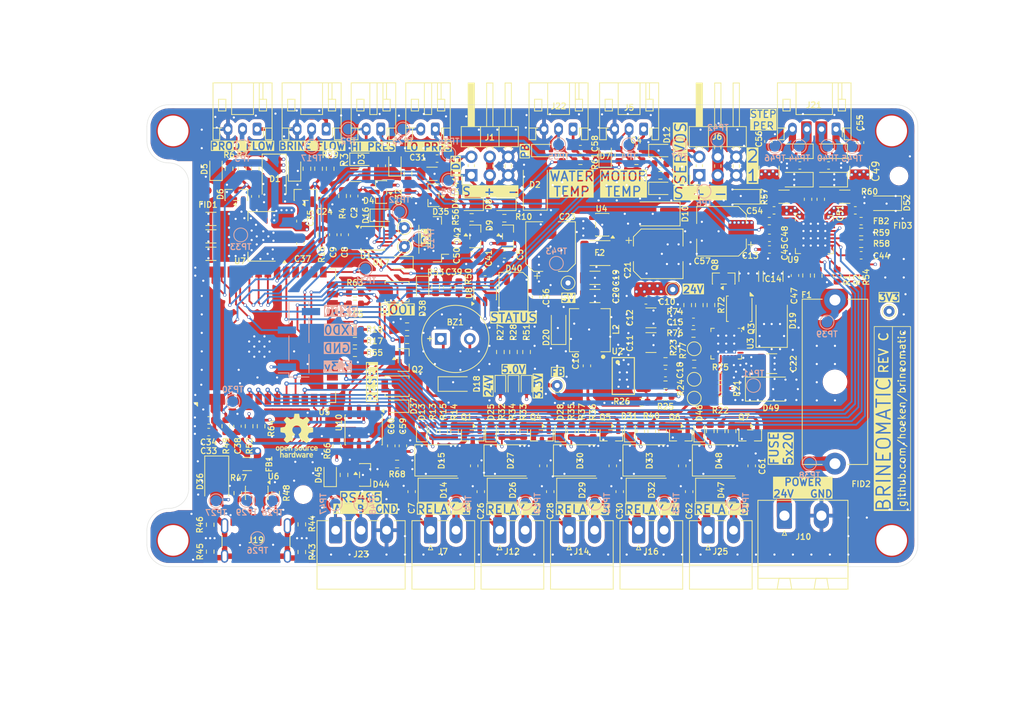
<source format=kicad_pcb>
(kicad_pcb (version 20241229) (generator "pcbnew") (generator_version "9.0")
  (layers (0 "F.Cu" signal) (4 "In1.Cu" signal) (6 "In2.Cu" signal) (2 "B.Cu" signal) (13 "F.Paste" user) (15 "B.Paste" user) (5 "F.SilkS" user "F.Silkscreen") (7 "B.SilkS" user "B.Silkscreen") (1 "F.Mask" user) (3 "B.Mask" user) (25 "Edge.Cuts" user))
  (net 0 "")
  (net 1 "GND")
  (net 2 "/ADC/ADC0")
  (net 3 "/ADC/ADC3")
  (net 4 "+24V")
  (net 5 "+3.3V")
  (net 6 "Net-(BZ1--)")
  (net 7 "+5V")
  (net 8 "/ADC/ADC1")
  (net 9 "/ADC/ADC2")
  (net 10 "PRODUCT_FLOWMETER")
  (net 11 "5V_HIGH_POWER")
  (net 12 "Net-(Q1-G)")
  (net 13 "Net-(Q3-G)")
  (net 14 "Net-(Q4-G)")
  (net 15 "Net-(Q5-G)")
  (net 16 "SCL")
  (net 17 "SDA")
  (net 18 "BRINE_TDS")
  (net 19 "Net-(U3-dVdT)")
  (net 20 "/ESP32-S3/VBUS")
  (net 21 "/ESP32-S3/EN")
  (net 22 "/ESP32-S3/LED_OUT")
  (net 23 "/ESP32-S3/GPIO38")
  (net 24 "BRINE_FLOWMETER")
  (net 25 "TMC2209_DIR")
  (net 26 "TMC2209_EN")
  (net 27 "TMC2209_STEP")
  (net 28 "TMC2209_DIAG")
  (net 29 "/ESP32-S3/USB_D-")
  (net 30 "/ESP32-S3/USB_D+")
  (net 31 "/ESP32-S3/CC2_1")
  (net 32 "Net-(Q2-G)")
  (net 33 "TMC2209_RX")
  (net 34 "/ESP32-S3/CC1_1")
  (net 35 "TMC2209_TX")
  (net 36 "RS485_DI")
  (net 37 "PRODUCT_TDS")
  (net 38 "/Stepper Driver/MS1")
  (net 39 "/Stepper Driver/MS2")
  (net 40 "RS485_DERE")
  (net 41 "/Stepper Driver/OB1")
  (net 42 "Net-(Q6-G)")
  (net 43 "Net-(J10-Pin_1)")
  (net 44 "Net-(D26-A)")
  (net 46 "/Stepper Driver/OA1")
  (net 47 "/Stepper Driver/OA2")
  (net 48 "/Stepper Driver/OB2")
  (net 49 "Net-(Q7-G)")
  (net 50 "/Stepper Driver/INDEX")
  (net 51 "/Stepper Driver/SPREAD")
  (net 53 "MOTOR_TEMPERATURE")
  (net 54 "SERVO1")
  (net 55 "SERVO2")
  (net 56 "WATER_TEMPERATURE")
  (net 57 "SOLENOID1")
  (net 58 "SOLENOID2")
  (net 59 "SOLENOID3")
  (net 60 "SOLENOID4")
  (net 61 "/ESP32-S3/GPIO0_BOOT")
  (net 62 "ADC_ALERT")
  (net 63 "/ESP32-S3/ESP_RXD0")
  (net 64 "/ESP32-S3/GPIO46")
  (net 65 "/ESP32-S3/ESP_TXD0")
  (net 66 "/ESP32-S3/GPIO3")
  (net 67 "/ESP32-S3/GPIO45")
  (net 68 "/ESP32-S3/GPIO35")
  (net 69 "/ESP32-S3/ESP_USB+")
  (net 70 "/ESP32-S3/ESP_USB-")
  (net 71 "/ESP32-S3/GPIO36")
  (net 72 "/ESP32-S3/GPIO37")
  (net 73 "RS485_RO")
  (net 74 "SOLENOID5")
  (net 75 "Net-(U2-COMP)")
  (net 76 "Net-(U9-VCP)")
  (net 77 "Net-(U9-5VOUT)")
  (net 78 "Net-(U9-CPO)")
  (net 79 "Net-(U9-CPI)")
  (net 80 "Net-(D32-A)")
  (net 81 "Net-(D29-A)")
  (net 82 "Net-(U2-RLIM)")
  (net 83 "Net-(U2-FB)")
  (net 84 "Net-(U9-BRB)")
  (net 85 "Net-(U9-VREF)")
  (net 86 "Net-(U9-BRA)")
  (net 89 "/Power Supply/SW")
  (net 90 "Net-(J19-SHIELD)")
  (net 91 "Net-(D38-A2)")
  (net 92 "Net-(C18-Pad1)")
  (net 93 "Net-(D13-A)")
  (net 94 "Net-(D11-A2)")
  (net 95 "Net-(D20-K)")
  (net 96 "Net-(D22-K)")
  (net 97 "Net-(D14-A)")
  (net 98 "/Power Supply/PRE_24")
  (net 99 "Net-(D20-A)")
  (net 100 "Net-(D37-A2)")
  (net 101 "Net-(D3-A2)")
  (net 102 "Net-(D5-A2)")
  (net 103 "Net-(D7-A2)")
  (net 104 "Net-(D12-A2)")
  (net 105 "Net-(D21-K)")
  (net 106 "Net-(D23-A2)")
  (net 107 "Net-(D25-A)")
  (net 108 "Net-(D28-A)")
  (net 109 "Net-(D31-A)")
  (net 110 "Net-(D34-A2)")
  (net 111 "Net-(D36-K)")
  (net 112 "Net-(D43-A2)")
  (net 113 "Net-(D44-A2)")
  (net 114 "Net-(D44-A1)")
  (net 115 "Net-(D47-A)")
  (net 116 "Net-(D46-A)")
  (net 117 "Net-(Q3-D)")
  (net 118 "BUZZER")
  (net 119 "Net-(D39-K)")
  (net 120 "Net-(D40-DIN)")
  (net 121 "Net-(Q8-G)")
  (net 122 "Net-(U3-PGTH)")
  (net 123 "PGOOD")
  (net 124 "Net-(U3-UVLO)")
  (net 125 "Net-(U3-OVP)")
  (net 126 "Net-(U3-ILIM)")
  (net 127 "Net-(U3-IMON)")
  (net 128 "Net-(U3-~{FLT})")
  (net 129 "Net-(U3-~{SHDN})")
  (net 136 "Net-(D50-A1)")
  (net 137 "Net-(D50-A2)")
  (net 138 "Net-(D51-A1)")
  (net 139 "Net-(D51-A2)")
  (footprint "Resistor_SMD:R_1206_3216Metric" (layer "F.Cu") (at 150.6 41.65)
    (property "Reference" "R57")
    (property "Value" "0.11R 1%")
  )
  (footprint "Resistor_SMD:R_0603_1608Metric" (layer "F.Cu") (at 77.05 73.2 -90)
    (property "Reference" "R52")
    (property "Value" "10k")
  )
  (footprint "Diode_SMD:D_SOD-323" (layer "F.Cu") (at 92.5 36.5)
    (property "Reference" "D3")
    (property "Value" "PESD3V3L1BA")
  )
  (footprint "Resistor_SMD:R_0603_1608Metric" (layer "F.Cu") (at 143.455 73.8625 -90)
    (property "Reference" "R70" (hide yes))
    (property "Value" "10k")
  )
  (footprint "Package_TO_SOT_SMD:SOT-23" (layer "F.Cu") (at 142.3 52.899 90)
    (property "Reference" "Q8")
    (property "Value" "BSS138")
  )
  (footprint "Capacitor_SMD:C_0603_1608Metric" (layer "F.Cu") (at 128.005 82.2 -90)
    (property "Reference" "C30")
    (property "Value" "1uF")
  )
  (footprint "Resistor_SMD:R_0603_1608Metric" (layer "F.Cu") (at 112.15 44.6)
    (property "Reference" "R10")
    (property "Value" "10k")
  )
  (footprint "Capacitor_SMD:C_0603_1608Metric" (layer "F.Cu") (at 160.4 43.525 180)
    (property "Reference" "C51")
    (property "Value" "100nF")
  )
  (footprint "yarrboard:PhoenixContact_MC_1,5_2-G-3.5_1x02_P3.50mm_Horizontal" (layer "F.Cu") (at 140.155 87.5)
    (property "Reference" "J25")
    (property "Value" "3.5MM")
  )
  (footprint "Capacitor_SMD:C_1210_3225Metric" (layer "F.Cu") (at 145.749 52.599 -90)
    (property "Reference" "C13")
    (property "Value" "10uF")
  )
  (footprint "Capacitor_SMD:C_0603_1608Metric" (layer "F.Cu") (at 112.15 49.6 180)
    (property "Reference" "C5")
    (property "Value" "100nF")
  )
  (footprint "Diode_SMD:D_SMB" (layer "F.Cu") (at 141.655 77.9)
    (property "Reference" "D48")
    (property "Value" "SMBJ30CA")
  )
  (footprint "Package_TO_SOT_SMD:SOT-23" (layer "F.Cu") (at 93 79.9)
    (property "Reference" "D44")
    (property "Value" "PSM712")
  )
  (footprint "Diode_SMD:D_SOD-323" (layer "F.Cu") (at 112.15 42.7 180)
    (property "Reference" "D8")
    (property "Value" "PESD3V3L1BA")
  )
  (footprint "Diode_SMD:D_SOD-323" (layer "F.Cu") (at 88.2 79.9 90)
    (property "Reference" "D45")
    (property "Value" "PSD12C")
  )
  (footprint "Capacitor_SMD:C_0603_1608Metric" (layer "F.Cu") (at 134.3 65.9 180)
    (property "Reference" "C18")
    (property "Value" "2.7nF")
  )
  (footprint "Capacitor_SMD:C_1206_3216Metric" (layer "F.Cu") (at 124.6 52.8)
    (property "Reference" "C19")
    (property "Value" "22uF")
  )
  (footprint "Resistor_SMD:R_0603_1608Metric" (layer "F.Cu") (at 85 37.8 90)
    (property "Reference" "R30" (hide yes))
    (property "Value" "2.2k")
  )
  (footprint "Resistor_SMD:R_0603_1608Metric" (layer "F.Cu") (at 111.805 73.8625 -90)
    (property "Reference" "R32")
    (property "Value" "1k")
  )
  (footprint "TestPoint:TestPoint_THTPad_D1.5mm_Drill0.7mm" (layer "F.Cu") (at 120.9 53.5)
    (property "Reference" "TP16" (hide yes))
    (property "Value" "~")
  )
  (footprint "Resistor_SMD:R_0603_1608Metric" (layer "F.Cu") (at 133.905 73.8625 -90)
    (property "Reference" "R39" (hide yes))
    (property "Value" "10k")
  )
  (footprint "Diode_SMD:D_SOD-323" (layer "F.Cu") (at 72.5 37.8 90)
    (property "Reference" "D5")
    (property "Value" "PESD3V3L1BA")
  )
  (footprint "Diode_SMD:D_SOD-123F" (layer "F.Cu") (at 152.4 39.3 180)
    (property "Reference" "D55" (hide yes))
    (property "Value" "SMF30CA")
  )
  (footprint "Resistor_SMD:R_0603_1608Metric" (layer "F.Cu") (at 87.025 46.875 90)
    (property "Reference" "R16")
    (property "Value" "10k")
  )
  (footprint "Resistor_SMD:R_0603_1608Metric" (layer "F.Cu") (at 74.3 37.8 90)
    (property "Reference" "R6")
    (property "Value" "2.2k")
  )
  (footprint "Capacitor_SMD:C_0603_1608Metric" (layer "F.Cu") (at 108 78.65 -90)
    (property "Reference" "C6" (hide yes))
    (property "Value" "1uF")
  )
  (footprint "Resistor_SMD:R_0603_1608Metric" (layer "F.Cu") (at 140.455 73.8625 -90)
    (property "Reference" "R69" (hide yes))
    (property "Value" "1k")
  )
  (footprint "Capacitor_SMD:C_0603_1608Metric" (layer "F.Cu") (at 116.5 55.4 -90)
    (property "Reference" "C36")
    (property "Value" "100nF")
  )
  (footprint "Resistor_SMD:R_0603_1608Metric" (layer "F.Cu") (at 138.149 60.449 180)
    (property "Reference" "R76")
    (property "Value" "4.53k 1%")
  )
  (footprint "LED_SMD:LED_WS2812B-Mini_PLCC4_3.5x3.5mm" (layer "F.Cu") (at 113.4 54.7 90)
    (property "Reference" "D40")
    (property "Value" "WS2812B-Mini")
  )
  (footprint "Resistor_SMD:R_0603_1608Metric" (layer "F.Cu") (at 141.849 66.4 180)
    (property "Reference" "R75")
    (property "Value" "383k 1%")
  )
  (footprint "Capacitor_SMD:C_0603_1608Metric" (layer "F.Cu") (at 95.3 37.4 90)
    (property "Reference" "C1" (hide yes))
    (property "Value" "1uF")
  )
  (footprint "Capacitor_SMD:C_0603_1608Metric" (layer "F.Cu") (at 146.155 78.65 -90)
    (property "Reference" "C61")
    (property "Value" "1uF")
  )
  (footprint "Resistor_SMD:R_0603_1608Metric" (layer "F.Cu") (at 86.6 37.8 -90)
    (property "Reference" "R31" (hide yes))
    (property "Value" "4.7K")
  )
  (footprint "Resistor_SMD:R_0603_1608Metric" (layer "F.Cu") (at 91.6 54.9)
    (property "Reference" "R63")
    (property "Value" "10k")
  )
  (footprint "yarrboard:MagneticBuzzer_QMB-09B-03" (layer "F.Cu") (at 105.4 61.2)
    (property "Reference" "BZ1")
    (property "Value" "Buzzer")
  )
  (footprint "Resistor_SMD:R_0603_1608Metric" (layer "F.Cu") (at 130.3 36.7)
    (property "Reference" "R8" (hide yes))
    (property "Value" "4.7K")
  )
  (footprint "Diode_SMD:D_SOD-323" (layer "F.Cu") (at 133.6 35.3)
    (property "Reference" "D12")
    (property "Value" "PESD3V3L1BA")
  )
  (footprint "Resistor_SMD:R_0603_1608Metric" (layer "F.Cu") (at 115.2 63 90)
    (property "Reference" "R51")
    (property "Value" "5.1k")
  )
  (footprint "Inductor_SMD:L_0603_1608Metric" (layer "F.Cu") (at 153.9 42 90)
    (property "Reference" "FB4" (hide yes))
    (property "Value" "50ohm @ 100mhz")
  )
  (footprint "Resistor_SMD:R_0603_1608Metric" (layer "F.Cu") (at 113.305 73.8625 90)
    (property "Reference" "R34")
    (property "Value" "220R")
  )
  (footprint "Resistor_SMD:R_0603_1608Metric" (layer "F.Cu") (at 89.9 41.55 -90)
    (property "Reference" "R4")
    (property "Value" "10k")
  )
  (footprint "Resistor_SMD:R_0603_1608Metric" (layer "F.Cu") (at 91.6 61.5)
    (property "Reference" "R17")
    (property "Value" "2.2k")
  )
  (footprint "Resistor_SMD:R_0603_1608Metric" (layer "F.Cu") (at 107.65 44.5)
    (property "Reference" "R56")
    (property "Value" "10k")
  )
  (footprint "yarrboard:SOIC-8_L5.0-W4.0-P1.27-LS6.0-BL-EP2.0" (layer "F.Cu") (at 128.5 66.3 -90)
    (property "Reference" "U2")
    (property "Value" "RT7272BGSP")
  )
  (footprint "Capacitor_SMD:C_0603_1608Metric" (layer "F.Cu") (at 148.45 34.05 90)
    (property "Reference" "C56")
    (property "Value" "470pf / 100v")
  )
  (footprint "Capacitor_SMD:C_0603_1608Metric" (layer "F.Cu") (at 138.149 58.849 180)
    (property "Reference" "C15")
    (property "Value" "100nF")
  )
  (footprint "Capacitor_SMD:C_0603_1608Metric" (layer "F.Cu") (at 131.6 55.9)
    (property "Reference" "C10")
    (property "Value" "100nF")
  )
  (footprint "Inductor_SMD:L_0603_1608Metric" (layer "F.Cu") (at 148.575 45 180)
    (property "Reference" "FB5" (hide yes))
    (property "Value" "50ohm @ 100mhz")
  )
  (footprint "Diode_SMD:D_SOD-123F" (layer "F.Cu") (at 157.125 39.3 180)
    (property "Reference" "D54" (hide yes))
    (property "Value" "SMF30CA")
  )
  (footprint "Connector_JST:JST_PH_S3B-PH-K_1x03_P2.00mm_Horizontal" (layer "F.Cu") (at 121.6 32.35 180)
    (property "Reference" "J22")
    (property "Value" "~")
  )
  (footprint "Capacitor_SMD:C_0603_1608Metric" (layer "F.Cu") (at 123.5 64.9 90)
    (property "Reference" "C16")
    (property "Value" "100nF")
  )
  (footprint "Diode_SMD:D_SMA" (layer "F.Cu") (at 103.8 82)
    (property "Reference" "D14")
    (property "Value" "SS54")
  )
  (footprint "yarrboard:ESP32-S3-WROOM-1" (layer "F.Cu") (at 76 60.75 90)
    (property "Reference" "U5")
    (property "Value" "ESP32-S3-WROOM-1-N16R8")
  )
  (footprint "LED_SMD:LED_0603_1608Metric" (layer "F.Cu") (at 115.2 67.7 -90)
    (property "Reference" "D39" (hide yes))
    (property "Value" "GREEN")
  )
  (footprint "Resistor_SMD:R_0603_1608Metric" (layer "F.Cu") (at 122.855 73.8625 90)
    (property "Reference" "R37")
    (property "Value" "220R")
  )
  (footprint "Capacitor_SMD:C_1206_3216Metric" (layer "F.Cu") (at 71.8 44.7 180)
    (property "Reference" "C43" (hide yes))
    (property "Value" "100uF / 6.3v")
  )
  (footprint "LED_SMD:LED_0603_1608Metric" (layer "F.Cu") (at 119.855 73.8625 90)
    (property "Reference" "D28")
    (property "Value" "GREEN")
  )
  (footprint "yarrboard:SMTSO30XXX" (layer "F.Cu") (at 66.6 32.6)
    (property "Reference" "H1" (hide yes))
    (property "Value" "Standoff")
  )
  (footprint "Diode_SMD:D_SOD-123F" (layer "F.Cu") (at 164.55 42.55 180)
    (property "Reference" "D52")
    (property "Value" "SMF30CA")
  )
  (footprint "Resistor_SMD:R_0603_1608Metric" (layer "F.Cu") (at 84.3 86.7 90)
    (property "Reference" "R44")
    (property "Value" "0R")
  )
  (footprint "TestPoint:TestPoint_THTPad_D1.5mm_Drill0.7mm" (layer "F.Cu") (at 98.4 45.9)
    (property "Reference" "TP10" (hide yes))
    (property "Value" "~")
  )
  (footprint "Connector_PinHeader_2.54mm:PinHeader_2x03_P2.54mm_Horizontal" (layer "F.Cu") (at 107.6 38.7 90)
    (property "Reference" "J1")
    (property "Value" "~")
  )
  (footprint "yarrboard:VQFN-28-1EP_5x5mm_P0.5mm_EP3.7x3.7mm_ThermalVias" (layer "F.Cu") (at 154.77 46.8625)
    (property "Reference" "U9")
    (property "Value" "TMC2209-LA")
  )
  (footprint "yarrboard:SMTSO30XXX" (layer "F.Cu") (at 165.4 88.9)
    (property "Reference" "H4" (hide yes))
    (property "Value" "Standoff")
  )
  (footprint "Resistor_SMD:R_0603_1608Metric" (layer "F.Cu") (at 98.775 61.3125 180)
    (property "Reference" "R19" (hide yes))
    (property "Value" "220R")
  )
  (footprint "Resistor_SMD:R_0603_1608Metric" (layer "F.Cu") (at 161.2 46.5 180)
    (property "Reference" "R59")
    (property "Value" "10k")
  )
  (footprint "Capacitor_SMD:C_0603_1608Metric" (layer "F.Cu") (at 118.455 82.2 -90)
    (property "Reference" "C28")
    (property "Value" "1uF")
  )
  (footprint "Inductor_SMD:L_0603_1608Metric" (layer "F.Cu") (at 155.65 42 90)
    (property "Reference" "FB3" (hide yes))
    (property "Value" "50ohm @ 100mhz")
  )
  (footprint "Diode_SMD:D_SOD-123F" (layer "F.Cu") (at 152.4 35.4 180)
    (property "Reference" "D51" (hide yes))
    (property "Value" "SMF30CA")
  )
  (footprint "Resistor_SMD:R_0603_1608Metric" (layer "F.Cu") (at 77.9 37.8 90)
    (property "Reference" "R5" (hide yes))
    (property "Value" "1.2K")
  )
  (footprint "Button_Switch_SMD:SW_SPST_B3U-1000P" (layer "F.Cu") (at 97.4 67.7)
    (property "Reference" "SW1" (hide yes))
    (property "Value" "~")
  )
  (footprint "Diode_SMD:D_SMA" (layer "F.Cu") (at 141.955 82)
    (property "Reference" "D47")
    (property "Value" "SS54")
  )
  (footprint "Resistor_SMD:R_0603_1608Metric" (layer "F.Cu") (at 84.3 90.5 -90)
    (property "Reference" "R43")
    (property "Value" "0R")
  )
  (footprint "Capacitor_SMD:C_0603_1608Metric" (layer "F.Cu") (at 152.1 52.475 -90)
    (property "Reference" "C47")
    (property "Value" "4.7uF")
  )
  (footprint "Symbol:OSHW-Logo_5.7x6mm_SilkScreen" (layer "F.Cu") (at 83.6 74.5)
    (property "Reference" "SYM1" (hide yes))
    (property "Value" "Logo_Open_Hardware_Small" (hide yes))
  )
  (footprint "Capacitor_SMD:C_0603_1608Metric" (layer "F.Cu") (at 109.5 52)
    (property "Reference" "C41")
    (property "Value" "100nF")
  )
  (footprint "Capacitor_SMD:C_1210_3225Metric" (layer "F.Cu") (at 132.3 61.7)
    (property "Reference" "C11")
    (property "Value" "10uF")
  )
  (footprint "Diode_SMD:D_SOD-323" (layer "F.Cu") (at 117.5 35.3)
    (property "Reference" "D43" (hide yes))
    (property "Value" "PESD3V3L1BA")
  )
  (footprint "Resistor_SMD:R_0603_1608Metric" (layer "F.Cu") (at 91.6 63.1 180)
    (property "Reference" "R55")
    (property "Value" "20k")
  )
  (footprint "Capacitor_SMD:C_1210_3225Metric" (layer "F.Cu") (at 149.1 52.6 -90)
    (property "Reference" "C14")
    (property "Value" "10uF")
  )
  (footprint "TestPoint:TestPoint_THTPad_D1.5mm_Drill0.7mm" (layer "F.Cu") (at 165.05 57.4)
    (property "Reference" "TP32" (hide yes))
    (property "Value" "~")
  )
  (footprint "Resistor_SMD:R_0603_1608Metric" (layer "F.Cu") (at 161.2 48.1)
    (property "Reference" "R58")
    (property "Value" "20k")
  )
  (footprint "Resistor_SMD:R_0603_1608Metric" (layer "F.Cu") (at 80.7 82.4 90)
    (property "Reference" "R48")
    (property "Value" "5.1k")
  )
  (footprint "Button_Switch_SMD:SW_SPST_B3U-1000P" (layer "F.Cu") (at 97.4 54.7 180)
    (property "Reference" "SW2" (hide yes))
    (property "Value" "~")
  )
  (footprint "Diode_SMD:D_SOD-323" (layer "F.Cu") (at 98 50.7 180)
    (property "Reference" "D17")
    (property "Value" "PESD3V3L1BA")
  )
  (footprint "Fiducial:Fiducial_1mm_Mask2mm" (layer "F.Cu") (at 161.2 83.1)
    (property "Reference" "FID2")
    (property "Value" "Fiducial")
  )
  (footprint "Diode_SMD:D_SOD-323" (layer "F.Cu") (at 97.1 37.2 90)
    (property "Reference" "D34" (hide yes))
    (property "Value" "PESD3V3L1BA")
  )
  (footprint "Diode_SMD:D_SOD-123F" (layer "F.Cu") (at 157.1 35.4 180)
    (property "Reference" "D50" (hide yes))
    (property "Value" "SMF30CA")
  )
  (footprint "MountingHole:MountingHole_2.2mm_M2" (layer "F.Cu") (at 166.4 38.8)
    (property "Reference" "H5" (hide yes))
    (property "Value" "Alignment Hole")
  )
  (footprint "MountingHole:MountingHole_2.2mm_M2" (layer "F.Cu") (at 84.5 82.6)
    (property "Reference" "H6" (hide yes))
    (property "Value" "Alignment Hole")
  )
  (footprint "Resistor_SMD:R_0603_1608Metric" (layer "F.Cu") (at 90.1 79.9 90)
    (property "Reference" "R67" (hide yes))
    (property "Value" "120R")
  )
  (footprint "yarrboard:VSON-8_3.3x3.3mm_P0.65mm_NexFET" (layer "F.Cu") (at 144.449 57.049 -90)
    (property "Reference" "Q3")
    (property "Value" "CSD19537Q3")
  )
  (footprint "Resistor_SMD:R_0603_1608Metric" (layer "F.Cu") (at 134.3 67.5)
    (property "Reference" "R24")
    (property "Value" "24k")
  )
  (footprint "Capacitor_SMD:C_0603_1608Metric" (layer "F.Cu") (at 122.6 35.1)
    (property "Reference" "C58")
    (property "Value" "1uF")
  )
  (footprint "Capacitor_SMD:C_0603_1608Metric" (layer "F.Cu") (at 98.9 41.7 -90)
    (property "Reference" "C32")
    (property "Value" "100nF")
  )
  (footprint "Inductor_SMD:L_Chilisin_BMRA00050530" (layer "F.Cu") (at 123.9 60 90)
    (property "Reference" "L2")
    (property "Value" "6.8uH")
  )
  (footprint "Connector_JST:JST_PH_S2B-PH-K_1x02_P2.00mm_Horizontal" (layer "F.Cu") (at 102.65 32.35 180)
    (property "Reference" "J18" (hide yes))
    (property "Value" "~")
  )
  (footprint "yarrboard:PhoenixContact_MC_1,5_2-G-3.5_1x02_P3.50mm_Horizontal" (layer "F.Cu") (at 111.505 87.5)
    (property "Reference" "J12")
    (property "Value" "3.5MM")
  )
  (footprint "Diode_SMD:D_SOD-323" (layer "F.Cu") (at 83.3 37.9 90)
    (property "Reference" "D23" (hide yes))
    (property "Value" "PESD3V3L1BA")
  )
  (footprint "Capacitor_SMD:C_0603_1608Metric" (layer "F.Cu") (at 84.1 48.1 -90)
    (property "Reference" "C37")
    (property "Value" "4.7uF")
  )
  (footprint "Capacitor_SMD:C_0603_1608Metric" (layer "F.Cu") (at 98.2 75.9 90)
    (property "Reference" "C59")
    (property "Value" "10uF")
  )
  (footprint "Diode_SMD:D_SOD-323" (layer "F.Cu") (at 107.65 42.7 180)
    (property "Reference" "D41")
    (property "Value" "PESD3V3L1BA")
  )
  (footprint "yarrboard:PhoenixContact_MC_1,5_3-G-3.5_1x03_P3.50mm_Horizontal" (layer "F.Cu") (at 88.95 87.5)
    (property "Reference" "J23")
    (property "Value" "3.5mm")
  )
  (footprint "Resistor_SMD:R_0603_1608Metric" (layer "F.Cu") (at 111.6 63 90)
    (property "Reference" "R27")
    (property "Value" "100k")
  )
  (footprint "Resistor_SMD:R_0603_1608Metric" (layer "F.Cu") (at 141.849 69.6 180)
    (property "Reference" "R22")
    (property "Value" "24k")
  )
  (footprint "Diode_SMD:D_SMA" (layer "F.Cu") (at 132.405 82)
    (property "Reference" "D32")
    (property "Value" "SS54")
  )
  (footprint "Resistor_SMD:R_0603_1608Metric" (layer "F.Cu") (at 141.955 73.8625 90)
    (property "Reference" "R71" (hide yes))
    (property "Value" "220R")
  )
  (footprint "Connector_JST:JST_PH_S2B-PH-K_1x02_P2.00mm_Horizontal" (layer "F.Cu") (at 95.15 32.35 180)
    (property "Reference" "J3" (hide yes))
    (property "Value" "~")
  )
  (footprint "Diode_SMD:D_SMB" (layer "F.Cu") (at 132.105 77.9)
    (property "Reference" "D33")
    (property "Value" "SMBJ30CA")
  )
  (footprint "Resistor_SMD:R_0603_1608Metric" (layer "F.Cu") (at 73.85 73.2 90)
    (property "Reference" "R49")
    (property "Value" "100R")
  )
  (footprint "Capacitor_SMD:C_0603_1608Metric" (layer "F.Cu") (at 99.4 82.2 -90)
    (property "Reference" "C7")
    (property "Value" "1uF")
  )
  (footprint "Capacitor_SMD:C_0603_1608Metric" (layer "F.Cu") (at 152.775 37.35 180)
    (property "Reference" "C53" (hide yes))
    (property "Value" "470pf / 100v")
  )
  (footprint "Package_TO_SOT_SMD:SOT-23" (layer "F.Cu") (at 126.855 74.4625 -90)
    (property "Reference" "Q5")
    (property "Value" "Si2318")
  )
  (footprint "Capacitor_SMD:C_0603_1608Metric" (layer "F.Cu") (at 149.225 43.525)
    (property "Reference" "C54")
    (property "Value" "100nF")
  )
  (footprint "Diode_SMD:D_SMB" (layer "F.Cu") (at 122.555 77.9)
    (property "Reference" "D30")
    (property "Value" "SMBJ30CA")
  )
  (footprint "Capacitor_SMD:C_0603_1608Metric" (layer "F.Cu") (at 108.905 82.2 -90)
    (property "Reference" "C26")
    (property "Value" "1uF")
  )
  (footprint "Resistor_SMD:R_1206_3216Metric" (layer "F.Cu") (at 102.2 38.5 180)
    (property "Reference" "R41")
    (property "Value" "100R 0.1%")
  )
  (footprint "Capacitor_SMD:C_1210_3225Metric" (layer "F.Cu") (at 148.9 64.6 180)
    (property "Reference" "C22")
    (property "Value" "10uF")
  )
  (footprint "Resistor_SMD:R_0603_1608Metric" (layer "F.Cu") (at 134.3 69.1 180)
    (property "Reference" "R25")
    (property "Value" "62k 1%")
  )
  (footprint "Capacitor_SMD:CP_Elec_6.3x5.4" (layer "F.Cu") (at 118.5 48.5 90)
    (property "Reference" "C23")
    (property "Value" "220uF / 16v")
  )
  (footprint "Resistor_SMD:R_1206_3216Metric" (layer "F.Cu") (at 91.7 38.65)
    (property "Reference" "R3")
    (property "Value" "100R 0.1%")
  )
  (footprint "LED_SMD:LED_0603_1608Metric" (layer "F.Cu") (at 113.4 67.7 -90)
    (property "Reference" "D22" (hide yes))
    (property "Value" "GREEN")
  )
  (footprint "Fuse:Fuse_1206_3216Metric" (layer "F.Cu") (at 76.8 78.4)
    (property "Reference" "FB1")
    (property "Value" "1.5A")
  )
  (footprint "Package_TO_SOT_SMD:SOT-23" (layer "F.Cu") (at 145.955 74.4625 -90)
    (property "Reference" "Q7")
    (property "Value" "Si2318")
  )
  (footprint "Resistor_SMD:R_0603_1608Metric" (layer "F.Cu") (at 140.549 56.549 -90)
    (property "Reference" "R72")
    (property "Value" "820k 1%")
  )
  (footprint "Resistor_SMD:R_0603_1608Metric" (layer "F.Cu") (at 131 69.9 180)
    (property "Reference" "R26")
    (property "Value" "11.8k 1%")
  )
  (footprint "Connector_PinHeader_2.54mm:PinHeader_2x03_P2.54mm_Horizontal" (layer "F.Cu") (at 138.95 38.7 90)
    (property "Reference" "J6")
    (property "Value" "~")
  )
  (footprint "Capacitor_SMD:C_0603_1608Metric" (layer "F.Cu") (at 161.05 34.2 -90)
    (property "Reference" "C55")
    (property "Value" "470pf / 100v")
  )
  (footprint "TestPoint:TestPoint_Pad_D1.5mm" (layer "F.Cu") (at 138.249 62.549 -90)
    (property "Reference" "TP52" (hide yes))
    (property "Value" "TestPoint")
  )
  (footprint "yarrboard:QFN-24-1EP_4x4mm_P0.5mm_EP2.7x2.7mm_ThermalVias" (layer "F.Cu") (at 142.649 61.849 -90)
    (property "Reference" "U3")
    (property "Value" "TPS26630RGE")
  )
  (footprint "Package_SO:SOIC-8_3.9x4.9mm_P1.27mm" (layer "F.Cu") (at 92.8 73.7 -90)
    (property "Reference" "U10")
    (property "Value" "MAX3485")
  )
  (footprint "Resistor_SMD:R_0603_1608Metric" (layer "F.Cu") (at 98.9 38.45 -90)
    (property "Reference" "R42")
    (property "Value" "10k")
  )
  (footprint "yarrboard:PhoenixContact_MSTBA_2,5_2-G-5,08_1x02_P5.08mm_Horizontal" (layer "F.Cu") (at 150.655 85.5)
    (property "Reference" "J10")
    (property "Value" "5.08MM")
  )
  (footprint "Capacitor_SMD:C_1206_3216Metric" (layer "F.Cu") (at 71.8 47.1 180)
    (property "Reference" "C40" (hide yes))
    (property "Value" "100uF / 6.3v")
  )
  (footprint "Diode_SMD:D_SMB" (layer "F.Cu") (at 103.5 77.9)
    (property "Reference" "D15")
    (property "Value" "SMBJ30CA")
  )
  (footprint "Package_TO_SOT_SMD:SOT-23" (layer "F.Cu") (at 117.305 74.4625 -90)
    (property "Reference" "Q4")
    (property "Value" "Si2318")
  )
  (footprint "yarrboard:JST_SH_BM04B-SRSS-TB_1x04-1MP_P1.00mm_Vertical" (layer "F.Cu") (at 102.4 47.5 90)
    (property "Reference" "J2" (hide yes))
    (property "Value" "Conn_01x04_MountingPin")
  )
  (footprint "Capacitor_SMD:C_0603_1608Metric" (layer "F.Cu") (at 148.6 48.9 180)
    (property "Reference" "C45")
    (property "Value" "100nF")
  )
  (footprint "Capacitor_SMD:C_0603_1608Metric" (layer "F.Cu") (at 130.3 35.1)
    (property "Reference" "C4")
    (property "Value" "1uF")
  )
  (footprint "LED_SMD:LED_0603_1608Metric" (layer "F.Cu") (at 110.305 73.8625 90)
    (property "Reference" "D25")
    (property "Value" "GREEN")
  )
  (footprint "Capacitor_SMD:C_0603_1608Metric" (layer "F.Cu") (at 148.595029 47.3 180)
    (property "Reference" "C48")
    (property "Value" "22nF / 50v")
  )
  (footprint "Capacitor_SMD:C_0603_1608Metric" (layer "F.Cu") (at 71.5 74 180)
    (property "Reference" "C33")
    (property "Value" "22uF")
  )
  (footprint "Resistor_SMD:R_0603_1608Metric" (layer "F.Cu") (at 130.905 73.8625 -90)
    (property "Reference" "R38" (hide yes))
    (property "Value" "1k")
  )
  (footprint "Diode_SMD:D_SOD-323" (layer "F.Cu") (at 97.4 70.45 180)
    (property "Reference" "D37")
    (property "Value" "PESD3V3L1BA")
  )
  (footprint "LED_SMD:LED_0603_1608Metric" (layer "F.Cu") (at 100.8 73.8625 90)
    (property "Reference" "D13")
    (property "Value" "GREEN")
  )
  (footprint "yarrboard:SMTSO30XXX" (layer "F.Cu") (at 66.6 88.9 180)
    (property "Reference" "H2" (hide yes))
    (property "Value" "Standoff")
  )
  (footprint "TestPoint:TestPoint_THTPad_D1.5mm_Drill0.7mm" (layer "F.Cu") (at 135.3 54.4)
    (property "Reference" "TP15" (hide yes))
    (property "Value" "~")
  )
  (footprint "Capacitor_SMD:C_0603_1608Metric" (layer "F.Cu") (at 75.45 73.2 90)
    (property "Reference" "C38")
    (property "Value" "1uF")
  )
  (footprint "Diode_SMD:D_SMA" (layer "F.Cu") (at 72.6 80.8 -90)
    (property "Reference" "D36")
    (property "Value" "SS34")
  )
  (footprint "Connector_JST:JST_PH_S4B-PH-K_1x04_P2.00mm_Horizontal" (layer "F.Cu") (at 157.75 32.35 180)
    (property "Reference" "J21")
    (property "Value" "Conn_01x04")
  )
  (footprint "Diode_SMD:D_SOD-323" (layer "F.Cu") (at 95.3 44.2)
    (property "Reference" "D16")
    (property "Value" "PESD3V3L1BA")
  )
  (footprint "Resistor_SMD:R_0603_1608Metric" (layer "F.Cu") (at 89.1 75.9 -90)
    (property "Reference" "R66")
    (property "Value" "20k")
  )
  (footprint "Package_TO_SOT_SMD:SOT-23" (layer "F.Cu") (at 75.3 41.4 90)
    (property "Reference" "D6")
    (property "Value" "BAT54S")
  )
  (footprint "Diode_SMD:D_SOD-323" (layer "F.Cu") (at 100.9 54.2 -90)
    (property "Reference" "D38")
    (property "Value" "PESD3V3L1BA")
  )
  (footprint "Package_TO_SOT_SMD:SOT-23" (layer "F.Cu") (at 84.8 41.4 90)
    (property "Reference" "D24" (hide yes))
    (property "Value" "BAT54S")
  )
  (footprint "Resistor_SMD:R_0603_1608Metric" (layer "F.Cu") (at 133.6 38.7 180)
    (property "Reference" "R11" (hide yes))
    (property "Value" "100R")
  )
  (footprint "LED_SMD:LED_0603_1608Metric" (layer "F.Cu") (at 138.955 73.8625 90)
    (property "Reference" "D46")
    (property "Value" "GREEN")
  )
  (footprint "Resistor_SMD:R_0603_1608Metric" (layer "F.Cu") (at 91.6 59.9)
    (property "Reference" "R18")
    (property "Value" "2.2k")
  )
  (footprint "Resistor_SMD:R_0603_1608Metric" (layer "F.Cu") (at 88.2 37.8 90)
    (property "Reference" "R29")
    (property "Value" "1.2K")
  )
  (footprint "Resistor_SMD:R_0603_1608Metric" (layer "F.Cu") (at 105.9 54.1 -90)
    (property "Reference" "R50")
    (property "Value" "100R")
  )
  (footprint "Package_TO_SOT_SMD:SOT-23" (layer "F.Cu") (at 108.15 47.1)
    (property "Reference" "D42")
    (property "Value" "BAV199")
  )
  (footprint "Package_TO_SOT_SMD:SOT-23-5" (layer "F.Cu") (at 125.6 45.5 180)
    (property "Reference" "U4")
    (property "Value" "MAX40200AUK")
  )
  (footprint "Resistor_SMD:R_0603_1608Metric" (layer "F.Cu") (at 124.355 73.8625 -90)
    (property "Reference" "R36")
    (property "Value" "10k")
  )
  (footprint "yarrboard:PhoenixContact_MC_1,5_2-G-3.5_1x02_P3.50mm_Horizontal" (layer "F.Cu") (at 130.605 87.5)
    (property "Reference" "J16")
    (property "Value" "3.5MM")
  )
  (footprint "Diode_SMD:D_SMA" (layer "F.Cu") (at 132.8 44 180)
    (property "Reference" "D10")
    (property "Value" "SMAJ5.0A")
  )
  (footprint "TestPoint:TestPoint_THTPad_D1.5mm_Drill0.7mm" (layer "F.Cu") (at 98.4 48.5)
    (property "Reference" "TP11" (hide yes))
    (property "Value" "~")
  )
  (footprint "TestPoint:TestPoint_Pad_D1.5mm" (layer "F.Cu") (at 138.249 66.749 -90)
    (property "Reference" "TP51" (hide yes))
    (property "Value" "TestPoint")
  )
  (footprint "Connector_USB:USB_C_Receptacle_GCT_USB4105-xx-A_16P_TopMnt_Horizontal" (layer "F.Cu") (at 78 90)
    (property "Reference" "J19")
    (property "Value" "USB_TYPE_C_16PIN")
  )
  (footprint "Resistor_SMD:R_0603_1608Metric" (layer "F.Cu") (at 133.6 37.1)
    (property "Reference" "R12" (hide yes))
    (property "Value" "100R")
  )
  (footprint "Capacitor_SMD:C_1206_3216Metric" (layer "F.Cu") (at 124.6 55.3)
    (property "Reference" "C20")
    (property "Value" "22uF")
  )
  (footprint "TestPoint:TestPoint_Pad_D1.5mm" (layer "F.Cu") (at 138.249 69.349 -90)
    (property "Reference" "TP50" (hide yes))
    (property "Value" "TestPoint")
  )
  (footprint "Resistor_SMD:R_0603_1608Metric" (layer "F.Cu") (at 114.805 73.8625 -90)
    (property "Reference" "R33")
    (property "Value" "10k")
  )
  (footprint "Package_TO_SOT_SMD:SOT-23" (layer "F.Cu") (at 136.405 74.4625 -90)
    (property "Reference" "Q6")
    (property "Value" "Si2318")
  )
  (footprint "TestPoint:TestPoint_THTPad_D1.5mm_Drill0.7mm" (layer "F.Cu") (at 119.4 67.6)
    (property "Reference" "TP14" (hide yes))
    (property "Value" "~")
  )
  (footprint "yarrboard:PhoenixContact_MC_1,5_2-G-3.5_1x02_P3.50mm_Horizontal" (layer "F.Cu") (at 121.055 87.5)
    (property "Reference" "J14")
    (property "Value" "3.5MM")
  )
  (footprint "Resistor_SMD:R_0603_1608Metric" (layer "F.Cu") (at 75.5 82.4 90)
    (property "Reference" "R47")
    (property "Value" "5.1k")
  )
  (footprint "Capacitor_SMD:C_0603_1608Metric" (layer "F.Cu") (at 91.5 41.55 -90)
    (property "Reference" "C2")
    (property "Value" "100nF")
  )
  (footprint "Resistor_SMD:R_0603_1608Metric" (layer "F.Cu") (at 105.3 73.8625 -90)
    (property "Reference" "R14")
    (property "Value" "10k")
  )
  (footprint "Diode_SMD:D_SOD-123" (layer "F.Cu") (at 119.6 59.6 90)
    (property "Reference" "D20")
    (property "Value" "1N4148W")
  )
  (footprint "Diode_SMD:D_SOD-323" (layer "F.Cu") (at 126 36 90)
    (property "Reference" "D7")
    (property "Value" "PESD3V3L1BA")
  )
  (footprint "Capacitor_SMD:C_0603_1608Metric" (layer "F.Cu") (at 88.625 46.875 -90)
    (property "Reference" "C9")
    (property "Value" "10uF")
  )
  (footprint "Capacitor_SMD:C_0603_1608Metric" (layer "F.Cu") (at 71.5 72.4 180)
    (property "Reference" "C34")
    (property "Value" "100nF")
  )
  (footprint "Resistor_SMD:R_0603_1608Metric" (layer "F.Cu") (at 127.9 35.9 90)
    (property "Reference" "R9" (hide yes))
    (property "Value" "100R")
  )
  (footprint "Capacitor_SMD:C_1210_3225Metric" (layer "F.Cu") (at 132.3 58.3)
    (property "Reference" "C12")
    (property "Value" "10uF")
  )
  (footprint "Capacitor_SMD:C_0603_1608Metric" (layer "F.Cu") (at 96.6 75.9 90)
    (property "Reference" "C60")
    (property "Value" "100nF")
  )
  (footprint "Package_TO_SOT_SMD:SOT-23" (layer "F.Cu") (at 95.2 41 180)
    (property "Reference" "D4")
    (property "Value" "BAV199")
  )
  (footprint "Resistor_SMD:R_0603_1608Metric" (layer "F.Cu") (at 98.775 59.5125 180)
    (property "Reference" "R20" (hide yes))
    (property "Value" "10k")
  )
  (footprint "Diode_SMD:D_SMB" (layer "F.Cu") (at 148.9 58.7 90)
    (property "Reference" "D19")
    (property "Value" "SMBJ30CA")
  )
  (footprint "Resistor_SMD:R_0603_1608Metric" (layer "F.Cu") (at 76.1 37.8 -90)
    (property "Reference" "R7")
    (property "Value" "4.7K")
  )
  (footprint "Resistor_SMD:R_0603_1608Metric" (layer "F.Cu") (at 153.7 52.475 -90)
    (property "Reference" "R1")
    (property "Value" "10k")
  )
  (footprint "Diode_SMD:D_SOD-323" (layer "F.Cu") (at 133.6 40.5)
    (property "Reference" "D11" (hide yes))
    (property "Value" "PESD3V3L1BA")
  )
  (footprint "Resistor_SMD:R_0603_1608Metric" (layer "F.Cu") (at 91.6 56.4)
    (property "Reference" "R65")
    (property "Value" "10k")
  )
  (footprint "yarrboard:Fuseholder_Cylinder-5x20mm_LittelFuse_646" (layer "F.Cu") (at 157.6 78.35 90)
    (property "Reference" "F1")
    (property "Value" "3A / 5x20mm")
  )
  (footprint "Resistor_SMD:R_0603_1608Metric" (layer "F.Cu") (at 134.3 64.3)
    (property "Reference" "R23")
    (property "Value" "82k 1%")
  )
  (footprint "Resistor_SMD:R_0603_1608Metric" (layer "F.Cu") (at 78.7 73.2 90)
    (property "Reference" "R64")
    (property "Value" "10k")
  )
  (footprint "Resistor_SMD:R_0603_1608Metric" (layer "F.Cu") (at 113.4 63 90)
    (property "Reference" "R28")
    (property "Value" "10k")
  )
  (footprint "Capacitor_SMD:C_1210_3225Metric" (layer "F.Cu") (at 148.55 38.15 90)
    (property "Reference" "C46" (hide yes))
    (property "Value" "10uF")
  )
  (footprint "Package_TO_SOT_SMD:SOT-23" (layer "F.Cu") (at 112.65 47.1)
    (property "Reference" "D9")
    (property "Value" "BAV199")
  )
  (footprint "Resistor_SMD:R_0603_1608Metric" (layer "F.Cu") (at 71.7 86.75 90)
    (property "Reference" "R46")
    (property "Value" "0R")
  )
  (footprint "Resistor_SMD:R_0603_1608Metric" (layer "F.Cu") (at 157.9 52.5 90)
    (property "Reference" "R54")
    (property "Value" "1k")
  )
  (footprint "Capacitor_SMD:C_0603_1608Metric" (layer "F.Cu") (at 104.3 54.1 -90)
    (property "Reference" "C39")
    (property "Value" "1uF")
  )
  (footprint "Resistor_SMD:R_0603_1608Metric" (layer "F.Cu") (at 102.7 54.1 90)
    (property "Reference" "R53")
    (property "Value" "10k")
  )
  (footprint "Resistor_SMD:R_0603_1608Metric" (layer "F.Cu") (at 102.3 73.8625 -90)
    (property "Reference" "R13")
    (property "Value" "1k")
  )
  (footprint "Capacitor_SMD:C_0603_1608Metric" (layer "F.Cu") (at 137.555 82.2 -90)
    (property "Reference" "C62")
    (property "Value" "1uF")
  )
  (footprint "Capacitor_SMD:CP_Elec_6.3x7.7" (layer "F.Cu") (at 142 46.4 180)
    (property "Reference" "C57")
    (property "Value" "100uF / 35v")
  )
  (footprint "Capacitor_SMD:C_1206_3216Metric" (layer "F.Cu") (at 71.8 49.5 180)
    (property "Reference" "C42" (hide yes))
    (property "Value" "100uF / 6.3v")
  )
  (footprint "Diode_SMD:D_SOD-123F" (layer "F.Cu") (at 145.1 41.65 180)
    (property "Reference" "D53" (hide yes))
    (property "Value" "SMF30CA")
  )
  (footprint "Package_TO_SOT_SMD:SOT-23" (layer "F.Cu") (at 102.4 41.45 180)
    (property "Reference" "D35")
    (property "Value" "BAV199")
  )
  (footprint "Capacitor_SMD:C_0603_1608Metric" (layer "F.Cu") (at 136.605 78.65 -90)
    (property "Reference" "C29" (hide yes))
    (property "Value" "1uF")
  )
  (footprint "Capacitor_SMD:C_0603_1608Metric" (layer "F.Cu") (at 102.9 36.4)
    (property "Reference" "C31")
    (property "Value" "1uF")
  )
  (footprint "Capacitor_SMD:C_0603_1608Metric" (layer "F.Cu") (at 90.2 46.875 -90)
    (property "Reference" "C8")
    (property "Value" "100nF")
  )
  (footprint "Resistor_SMD:R_0603_1608Metric" (layer "F.Cu") (at 138.949 56.549 -90)
    (property "Reference" "R73" (hide yes))
    (property "Value" "90.9k 1%")
  )
  (footprint "Resistor_SMD:R_0603_1608Metric" (layer "F.Cu") (at 137.349 56.549 90)
    (property "Reference" "R74")
    (property "Value" "34k 1%")
  )
  (footprint "Resistor_SMD:R_0603_1608Metric" (layer "F.Cu") (at 97.4 78.4 180)
    (property "Reference" "R68")
    (property "Value" "20k")
  )
  (footprint "Diode_SMD:D_SMA" (layer "F.Cu") (at 148.8 68.1)
    (property "Reference" "D49")
    (property "Value" "SS54")
  )
  (footprint "Fiducial:Fiducial_1mm_Mask2mm" (layer "F.Cu") (at 71.4 40.8 180)
    (property "Reference" "FID1")
    (property "Value" "Fiducial")
  )
  (footprint "Diode_SMD:D_SMB" (layer "F.Cu") (at 113.005 77.9)
    (property "Reference" "D27")
    (property "Value" "SMBJ30CA")
  )
  (footprint "Capacitor_SMD:C_0603_1608Metric" (layer "F.Cu") (at 117.505 78.65 -90)
    (property "Reference" "C25" (hide yes))
    (property "Value" "1uF")
  )
  (footprint "Diode_SMD:D_SMA" (layer "F.Cu") (at 116.4 40 90)
    (property "Reference" "D2")
    (property "Value" "SMAJ5.0A")
  )
  (footprint "Connector_JST:JST_PH_S3B-PH-K_1x03_P2.00mm_Horizontal" (layer "F.Cu") (at 78.15 32.35 180)
    (property "Reference" "J4" (hide yes))
    (property "Value" "~")
  )
  (footprint "LED_SMD:LED_0603_1608Metric" (layer "F.Cu") (at 129.405 73.8625 90)
    (property "Reference" "D31")
    (property "Value" "GREEN")
  )
  (footprint "Resistor_SMD:R_0603_1608Metric" (layer "F.Cu") (at 138.249 64.649 180)
    (property "Reference" "R77")
    (property "Value" "34k 1%")
  )
  (footprint "Package_TO_SOT_SMD:SOT-23" (layer "F.Cu") (at 98.3 64.1)
    (property "Reference" "Q2")
    (property "Value" "Si2318")
  )
  (footprint "Diode_SMD:D_SMA" (layer "F.Cu") (at 113.305 82)
    (property "Reference" "D26")
    (property "Value" "SS54")
  )
  (footprint "Diode_SMD:D_SMA" (layer "F.Cu") (at 122.855 82)
    (property "Reference" "D29")
    (property "Value" "SS54")
  )
  (footprint "Capacitor_SMD:C_0603_1608Metric" (layer "F.Cu") (at 127.055 78.65 -90)
    (property "Reference" "C27" (hide yes))
    (property "Value" "1uF")
  )
  (footprint "Resistor_SMD:R_0603_1608Metric" (layer "F.Cu") (at 122.6 36.7)
    (property "Reference" "R61")
    (property "Value" "4.7K")
  )
  (footprint "Diode_SMD:D_SMA" (layer "F.Cu") (at 80.5 39.3 -90)
    (property "Reference" "D1")
    (property "Value" "SMAJ5.0A")
  )
  (footprint "LED_SMD:LED_0603_1608Metric" (layer "F.Cu") (at 111.6 67.7 -90)
    (property "Reference" "D21" (hide yes))
    (property "Value" "GREEN")
  )
  (footprint "Inductor_SMD:L_0603_1608Metric" (layer "F.Cu") (at 161.2 45)
    (property "Reference" "FB2")
    (property "Value" "50ohm @ 100mhz")
  )
  (footprint "Capacitor_SMD:CP_Elec_6.3x5.4" (layer "F.Cu") (at 133.3 49.5)
    (property "Reference" "C21")
    (property "Value" "220uF / 16v")
  )
  (footprint "Resistor_SMD:R_0603_1608Metric" (layer "F.Cu") (at 120.1 35.9 90)
    (property "Reference" "R62" (hide yes))
    (property "Value" "100R")
  )
  (footprint "Resistor_SMD:R_0603_1608Metric" (layer "F.Cu") (at 132.405 73.8625 90)
    (property "Reference" "R40")
    (property "Value" "220R")
  )
  (footprint "Capacitor_SMD:C_0603_1608Metric" (layer "F.Cu") (at 87.4 41.6 -90)
    (property "Reference" "C24")
    (property "Value" "2.7nF")
  )
  (footprint "yarrboard:SMTSO30XXX" (layer "F.Cu") (at 165.4 32.6)
    (property "Reference" "H3" (hide yes))
    (property "Value" "Standoff")
  )
  (footprint "Resistor_SMD:R_0603_1608Metric" (layer "F.Cu") (at 121.355 73.8625 -90)
    (property "Reference" "R35")
    (property "Value" "1k")
  )
  (footprint "Package_TO_SOT_SMD:SOT-223-3_TabPin2" (layer "F.Cu") (at 78.8 47.1 180)
    (property "Reference" "U7")
    (property "Value" "LDL1117S33R")
  )
  (footprint "Connector_JST:JST_PH_S3B-PH-K_1x03_P2.00mm_Horizontal" (layer "F.Cu") (at 131.3 32.35 180)
    (property "Reference" "J5")
    (property "Value" "~")
  )
  (footprint "Package_SO:TSSOP-10_3x3mm_P0.5mm" (layer "F.Cu") (at 94.05 47.36)
    (property "Reference" "U1")
    (property "Value" "ADS1115IDGSR")
  )
  (footprint "Resistor_SMD:R_1206_3216Metric" (layer "F.Cu") (at 158.95 41.65)
    (property "Reference" "R60")
    (property "Value" "0.11R 1%")
  )
  (footprint "Capacitor_SMD:C_0603_1608Metric" (layer "F.Cu") (at 107.65 49.7 180)
    (property "Reference" "C50")
    (property "Value" "100nF")
  )
  (footprint "Capacitor_SMD:C_0603_1608Metric" (layer "F.Cu") (at 77.9 41.6 -90)
    (property "Reference" "C3" (hide yes))
    (property "Value" "2.7nF")
  )
  (footprint "Capacitor_SMD:C_0603_1608Metric" (layer "F.Cu") (at 84.1 45 90)
    (property "Reference" "C35")
    (property "Value" "1uF")
  )
  (footprint "Resistor_SMD:R_0603_1608Metric" (layer "F.Cu") (at 141.849 68)
    (property "Reference" "R21")
    (property "Value" "56k 1%")
  )
  (footprint "Package_TO_SOT_SMD:SOT-23-5" (layer "F.Cu") (at 109.5 54.9 90)
    (property "Reference" "U8")
    (property "Value" "SN74LV1T34DBV")
  )
  (footprint "Capacitor_SMD:C_0603_1608Metric" (layer "F.Cu") (at 156.725 37.35 180)
    (property "Reference" "C52" (hide yes))
    (property "Value" "470pf / 100v")
  )
  (footprint "Diode_SMD:D_SOD-123" (layer "F.Cu") (at 105.4 67.4)
    (property "Reference" "D18")
    (property "Value" "B5819W")
  )
  (footprint "Resistor_SMD:R_0603_1608Metric" (layer "F.Cu") (at 71.7 90.45 -90)
    (property "Reference" "R45")
    (property "Value" "0R")
  )
  (footprint "Connector_JST:JST_PH_S3B-PH-K_1x03_P2.00mm_Horizontal" (layer "F.Cu") (at 87.65 32.35 180)
    (property "Reference" "J11" (hide yes))
    (property "Value" "~")
  )
  (footprint "Capacitor_SMD:C_1210_3225Metric" (layer "F.Cu") (at 161 38.15 90)
    (property "Reference" "C49")
    (property "Value" "10uF")
  )
  (footprint "Resistor_SMD:R_0603_1608Metric" (layer "F.Cu") (at 103.8 73.8625 90)
    (property "Reference" "R15")
    (property "Value" "220R")
  )
  (footprint "Resistor_SMD:R_0603_1608Metric" (layer "F.Cu") (at 155.3 52.5 -90)
    (property "Reference" "R2")
    (property "Value" "10k")
  )
  (footprint "Package_TO_SOT_SMD:SOT-23-6" (layer "F.Cu") (at 78.1 82.3625 -90)
    (property "Reference" "U6")
    (property "Value" "USBLC6-2SC6")
  )
  (footprint "Capacitor_SMD:C_0603_1608Metric" (layer "F.Cu") (at 161.2 49.7)
    (property "Reference" "C44")
    (property "Value" "100nF")
  )
  (footprint "Fiducial:Fiducial_1mm_Mask2mm" (layer "F.Cu") (at 166.925 47.575)
    (property "Reference" "FID3")
    (property "Value" "Fiducial")
  )
  (footprint "yarrboard:PhoenixContact_MC_1,5_2-G-3.5_1x02_P3.50mm_Horizontal" (layer "F.Cu") (at 102 87.5)
    (property "Reference" "J7")
    (property "Value" "3.5MM")
  )
  (footprint "Package_TO_SOT_SMD:SOT-23" (layer "F.Cu") (at 107.8 74.4625 -90)
    (property "Reference" "Q1")
    (property "Value" "Si2318")
  )
  (footprint "yarrboard:Fuse_1812_4532Metric" (layer "F.Cu") (at 125.3 49.4 180)
    (property "Reference" "F2")
    (property "Value" "mSMD150")
  )
  (footprint "TestPoint:TestPoint_Pad_D1.5mm" (layer "B.Cu") (at 146.4 67.6 180)
    (property "Reference" "TP41")
    (property "Value" "TestPoint")
  )
  (footprint "TestPoint:TestPoint_Pad_D1.5mm" (layer "B.Cu") (at 88.9 83.87675 -90)
    (property "Reference" "TP47")
    (property "Value" "TestPoint")
  )
  (footprint "TestPoint:TestPoint_Pad_D1.5mm" (layer "B.Cu") (at 90.7 32.35)
    (property "Reference" "TP2")
    (property "Value" "TestPoint")
  )
  (footprint "TestPoint:TestPoint_Pad_D1.5mm" (layer "B.Cu") (at 115.05 83.8 90)
    (property "Reference" "TP19")
    (property "Value" "TestPoint")
  )
  (footprint "TestPoint:TestPoint_Pad_D1.5mm" (layer "B.Cu") (at 76.15 34.75)
    (property "Reference" "TP3")
    (property "Value" "TestPoint")
  )
  (footprint "TestPoint:TestPoint_Pad_D1.5mm" (layer "B.Cu") (at 139.6 40.9)
    (property "Reference" "TP6")
    (property "Value" "TestPoint")
  )
  (footprint "TestPoint:TestPoint_Pad_D1.5mm" (layer "B.Cu") (at 159.95 34.75)
    (property "Reference" "TP45")
    (property "Value" "TestPoint")
  )
  (footprint "TestPoint:TestPoint_Pad_D1.5mm" (layer "B.Cu") (at 136.2 34.5)
    (property "Reference" "TP7")
    (property "Value" "TestPoint")
  )
  (footprint "TestPoint:TestPoint_Pad_D1.5mm" (layer "B.Cu") (at 124.6 83.8 90)
    (property "Reference" "TP21")
    (property "Value" "TestPoint")
  )
  (footprint "TestPoint:TestPoint_Pad_D1.5mm" (layer "B.Cu") (at 74.8 69.8 180)
    (property "Reference" "TP30")
    (property "Value" "TestPoint")
  )
  (footprint "TestPoint:TestPoint_Pad_D1.5mm" (layer "B.Cu") (at 129.275 34.5)
    (property "Reference" "TP4")
    (property "Value" "TestPoint")
  )
  (footprint "TestPoint:TestPoint_Pad_D1.5mm" (layer "B.Cu") (at 143.7 83.8 90)
    (property "Reference" "TP37")
    (property "Value" "TestPoint")
  )
  (footprint "TestPoint:TestPoint_Pad_D1.5mm" (layer "B.Cu") (at 93.05 51.55)
    (property "Reference" "TP31")
    (property "Value" "TestPoint")
  )
  (footprint "TestPoint:TestPoint_Pad_D1.5mm" (layer "B.Cu") (at 149.35 34.7)
    (property "Reference" "TP46")
    (property "Value" "TestPoint")
  )
  (footprint "TestPoint:TestPoint_Pad_D1.5mm" (layer "B.Cu") (at 80.25 83.45)
    (property "Reference" "TP28")
    (property "Value" "TestPoint")
  )
  (footprint "TestPoint:TestPoint_Pad_D1.5mm" (layer "B.Cu") (at 100.425 47.4 90)
    (property "Reference" "TP13")
    (property "Value" "TestPoint")
  )
  (footprint "TestPoint:TestPoint_Pad_D1.5mm" (layer "B.Cu") (at 98.2 32.35)
    (property "Reference" "TP25")
    (property "Value" "TestPoint")
  )
  (footprint "TestPoint:TestPoint_Pad_D1.5mm" (layer "B.Cu") (at 154.1 78.3)
    (property "Reference" "TP38")
    (property "Value" "TestPoint")
  )
  (footprint "TestPoint:TestPoint_Pad_D1.5mm" (layer "B.Cu") (at 134.15 83.8 90)
    (property "Reference" "TP23")
    (property "Value" "TestPoint")
  )
  (footprint "TestPoint:TestPoint_Pad_D1.5mm" (layer "B.Cu") (at 104.5 39.4)
    (property "Reference" "TP5")
    (property "Value" "TestPoint")
  )
  (footprint "TestPoint:TestPoint_Pad_D1.5mm" (layer "B.Cu") (at 85.65 34.7)
    (property "Reference" "TP17")
    (property "Value" "TestPoint")
  )
  (footprint "TestPoint:TestPoint_Pad_D1.5mm" (layer "B.Cu") (at 119.6 34.475)
    (property "Reference" "TP35")
    (property "Value" "TestPoint")
  )
  (footprint "TestPoint:TestPoint_Pad_D1.5mm" (layer "B.Cu") (at 152.7 34.7)
    (property "Reference" "TP44")
    (property "Value" "TestPoint")
  )
  (footprint "TestPoint:TestPoint_Pad_D1.5mm" (layer "B.Cu") (at 119.3 50.8 180)
    (property "Reference" "TP43")
    (property "Value" "TestPoint")
  )
  (footprint "TestPoint:TestPoint_Pad_D1.5mm" (layer "B.Cu") (at 75.9 46.9)
    (property "Reference" "TP33")
    (property "Value" "TestPoint")
  )
  (footprint "TestPoint:TestPoint_Pad_D1.5mm" (layer "B.Cu") (at 141.5 33.8 180)
    (property "Reference" "TP42")
    (property "Value" "TestPoint")
  )
  (footprint "TestPoint:TestPoint_Pad_D1.5mm" (layer "B.Cu") (at 78.2 88.65)
    (property "Reference" "TP26")
    (property "Value" "TestPoint")
  )
  (footprint "TestPoint:TestPoint_Pad_D1.5mm" (layer "B.Cu") (at 92.4 83.9 90)
    (property "Reference" "TP48")
    (property "Value" "TestPoint")
  )
  (footprint "TestPoint:TestPoint_Pad_D1.5mm" (layer "B.Cu") (at 105.545 83.8 90)
    (property "Reference" "TP9")
    (property "Value" "TestPoint")
  )
  (footprint "TestPoint:TestPoint_Pad_D1.5mm" (layer "B.Cu") (at 97.725 43.7 180)
    (property "Reference" "TP12")
    (property "Value" "TestPoint")
  )
  (footprint "TestPoint:TestPoint_Pad_D1.5mm" (layer "B.Cu") (at 156.5 58.9)
    (property "Reference" "TP39")
    (property "Value" "TestPoint")
  )
  (footprint "TestPoint:TestPoint_Pad_D1.5mm" (layer "B.Cu") (at 72.5 83.45)
    (property "Reference" "TP27")
    (property "Value" "TestPoint")
  )
  (footprint "TestPoint:TestPoint_Pad_D1.5mm" (layer "B.Cu") (at 104.5 35.7 180)
    (property "Reference" "TP34")
    (property "Value" "TestPoint")
  )
  (footprint "Connector_PinHeader_2.54mm:PinHeader_1x04_P2.54mm_Vertical_SMD_Pin1Left" (layer "B.Cu") (at 83.9 61.25)
    (property "Reference" "J20" (hide yes))
    (property "Value" "Conn_01x04")
  )
  (footprint "TestPoint:TestPoint_Pad_D1.5mm" (layer "B.Cu") (at 76.7 83.4)
    (property "Reference" "TP29")
    (property "Value" "TestPoint")
  )
  (footprint "TestPoint:TestPoint_Pad_D1.5mm" (layer "B.Cu") (at 156.6 34.7)
    (property "Reference" "TP40")
    (property "Value" "TestPoint")
  )
  (gr_line (start 165.5 59.5) (end 165.5 84.8) (stroke (width 0.1)) (layer "F.SilkS"))
  (gr_rect (start 163 59.5) (end 168 84.8) (stroke (width 0.1)) (fill no) (layer "F.SilkS"))
  (gr_arc (start 68.75 81.75) (mid 67.944544 83.694544) (end 66 84.5) (stroke (width 0.05)) (layer "Edge.Cuts"))
  (gr_arc (start 166 29) (mid 168.12132 29.87868) (end 169 32) (stroke (width 0.05)) (layer "Edge.Cuts"))
  (gr_line (start 68.75 81.75) (end 68.75 39.75) (stroke (width 0.05)) (layer "Edge.Cuts"))
  (gr_arc (start 169 89.5) (mid 168.12132 91.62132) (end 166 92.5) (stroke (width 0.05)) (layer "Edge.Cuts"))
  (gr_arc (start 66 92.5) (mid 63.87868 91.62132) (end 63 89.5) (stroke (width 0.05)) (layer "Edge.Cuts"))
  (gr_arc (start 63 87.5) (mid 63.87868 85.37868) (end 66 84.5) (stroke (width 0.05)) (layer "Edge.Cuts"))
  (gr_arc (start 66 37) (mid 63.87868 36.12132) (end 63 34) (stroke (width 0.05)) (layer "Edge.Cuts"))
  (gr_line (start 63 87.5) (end 63 89.5) (stroke (width 0.05)) (layer "Edge.Cuts"))
  (gr_line (start 66 29) (end 166 29) (stroke (width 0.05)) (layer "Edge.Cuts"))
  (gr_line (start 169 32) (end 169 89.5) (stroke (width 0.05)) (layer "Edge.Cuts"))
  (gr_arc (start 66 37) (mid 67.944544 37.805456) (end 68.75 39.75) (stroke (width 0.05)) (layer "Edge.Cuts"))
  (gr_line (start 166 92.5) (end 66 92.5) (stroke (width 0.05)) (layer "Edge.Cuts"))
  (gr_line (start 63 32) (end 63 34) (stroke (width 0.05)) (layer "Edge.Cuts"))
  (gr_arc (start 63 32) (mid 63.87868 29.87868) (end 66 29) (stroke (width 0.05)) (layer "Edge.Cuts"))
  (gr_text "HI PRES" (at 94.1 34.8 0) (layer "F.SilkS" knockout) (effects (font (size 1 1) (thickness 0.2) (bold yes))))
  (gr_text "RELAY 3" (at 122.85 84.65 0) (layer "F.SilkS" knockout) (effects (font (size 1.2 1.2) (thickness 0.2))))
  (gr_text "github.com/hoeken/brineomatic" (at 166.8 84.4 90) (layer "F.SilkS") (effects (font (size 1 1)) (justify left)))
  (gr_text "RS485" (at 92.4 83.05 0) (layer "F.SilkS" knockout) (effects (font (size 1.2 1.2) (thickness 0.2))))
  (gr_text "STEP\nPER" (at 147.75 31.1 0) (layer "F.SilkS" knockout) (effects (font (size 1 1))))
  (gr_text "SERVOS" (at 136.4 35.7 90) (layer "F.SilkS" knockout) (effects (font (size 1.5 1.5) (thickness 0.2))))
  (gr_text "PB" (at 115 35.4 90) (layer "F.SilkS" knockout) (effects (font (size 1 1) (thickness 0.2) (bold yes))))
  (gr_text "RELAY 5" (at 141.95 84.65 0) (layer "F.SilkS" knockout) (effects (font (size 1.2 1.2) (thickness 0.2))))
  (gr_text "RELAY 4" (at 132.4 84.675 0) (layer "F.SilkS" knockout) (effects (font (size 1.2 1.2) (thickness 0.2))))
  (gr_text "S + -" (at 139.1 41.2 0) (layer "F.SilkS" knockout) (effects (font (size 1.5 1.5) (thickness 0.2))))
  (gr_text "RESET" (at 94 67.2 90) (layer "F.SilkS" knockout) (effects (font (size 1.2 1.2) (thickness 0.2))))
  (gr_text "24V" (at 138.1 54.4 0) (layer "F.SilkS" knockout) (effects (font (size 1 1) (thickness 0.2) (bold yes))))
  (gr_text "MOTOR\nTEMP" (at 128.5 39.9 0) (layer "F.SilkS" knockout) (effects (font (size 1.3 1.3) (thickness 0.2))))
  (gr_text "WATER\nTEMP" (at 121.4 39.9 0) (layer "F.SilkS" knockout) (effects (font (size 1.3 1.3) (thickness 0.2))))
  (gr_text "I2C" (at 101.4 47.3 90) (layer "F.SilkS" knockout) (effects (font (size 1 1) (thickness 0.2) (bold yes))))
  (gr_text "5.0V" (at 113.4 65.4 0) (layer "F.SilkS" knockout) (effects (font (size 1 1) (thickness 0.2) (bold yes))))
  (gr_text "3.3V" (at 116.8 67.7 90) (layer "F.SilkS" knockout) (effects (font (size 1 1) (thickness 0.2) (bold yes))))
  (gr_text "FB" (at 119.45 65.8 0) (layer "F.SilkS" knockout) (effects (font (size 1 1) (thickness 0.2) (bold yes))))
  (gr_text "3V3" (at 165.05 55.5 0) (layer "F.SilkS" knockout) (effects (font (size 1 1) (thickness 0.2) (bold yes))))
  (gr_text "24V" (at 110 67.7 90) (layer "F.SilkS" knockout) (effects (font (size 1 1) (thickness 0.2) (bold yes))))
  (gr_text "BRINE FLOW" (at 85.7 34.7 0) (layer "F.SilkS" knockout) (effects (font (size 1 1) (thickness 0.2) (bold yes))))
  (gr_text "A   B  GND" (at 93.1 84.6 0) (layer "F.SilkS" knockout) (effects (font (size 1 1) (thickness 0.2) (bold yes))))
  (gr_text "STATUS" (at 113.4 58.3 0) (layer "F.SilkS" knockout) (effects (font (size 1.2 1.2) (thickness 0.2))))
  (gr_text "FUSE\n5x20" (at 150.2 76.3 90) (layer "F.SilkS" knockout) (effects (font (size 1.2 1.2) (thickness 0.2))))
  (gr_text "RELAY 1" (at 103.75 84.6 0) (layer "F.SilkS" knockout) (effects (font (size 1.2 1.2) (thickness 0.2))))
  (gr_text "S  +  -" (at 110.25 40.95 0) (layer "F.SilkS" knockout) (effects (font (size 1.2 1.2) (thickness 0.2))))
  (gr_text "PROD FLOW" (at 76.1 34.7 0) (layer "F.SilkS" knockout) (effects (font (size 1 1) (thickness 0.2) (bold yes))))
  (gr_text "BRINEOMATIC" (at 164.3 85.1 90) (layer "F.SilkS" knockout) (effects (font (size 1.9 1.9) (thickness 0.2125)) (justify left)))
  (gr_text "REV C" (at 164.3 63.1 90) (layer "F.SilkS") (effects (font (size 1.25 1.25) (thickness 0.2) (bold yes))))
  (gr_text "POWER\n24V   GND" (at 153.2 81.7 0) (layer "F.SilkS" knockout) (effects (font (size 1 1) (thickness 0.2) (bold yes))))
  (gr_text "TDS" (at 105.5 37.4 90) (layer "F.SilkS" knockout) (effects (font (size 1 1) (thickness 0.2))))
  (gr_text "RELAY 2" (at 113.3 84.65 0) (layer "F.SilkS" knockout) (effects (font (size 1.2 1.2) (thickness 0.2))))
  (gr_text "2\n1" (at 146.3 37.45 0) (layer "F.SilkS" knockout) (effects (font (size 1.7 1.7) (thickness 0.2125))))
  (gr_text "LO PRES" (at 101.672936 34.8 0) (layer "F.SilkS" knockout) (effects (font (size 1 1) (thickness 0.2) (bold yes))))
  (gr_text "5V" (at 120.9 55.6 0) (layer "F.SilkS" knockout) (effects (font (size 1 1) (thickness 0.2) (bold yes))))
  (gr_text "BOOT" (at 97.4 57.2 0) (layer "F.SilkS" knockout) (effects (font (size 1.2 1.2) (thickness 0.2))))
  (gr_text "GND" (at 89.15 62.5 0) (layer "B.SilkS" knockout) (effects (font (size 1.2 1.2) (thickness 0.2)) (justify mirror)))
  (gr_text "3.3v\n" (at 89.25 65.05 0) (layer "B.SilkS" knockout) (effects (font (size 1.2 1.2) (thickness 0.2)) (justify mirror)))
  (gr_text "TXD0" (at 89.55 60 0) (layer "B.SilkS" knockout) (effects (font (size 1.2 1.2) (thickness 0.2)) (justify mirror)))
  (gr_text "RXD0" (at 89.7 57.4 0) (layer "B.SilkS" knockout) (effects (font (size 1.2 1.2) (thickness 0.2)) (justify mirror)))
  (segment (start 106.875 50.875) (end 106.9 50.9) (width 0.25) (layer "F.Cu") (net 1))
  (segment (start 81.2 86.32) (end 81.199999 85.300001) (width 0.375) (layer "F.Cu") (net 1))
  (segment (start 155.77 49.3125) (end 155.77 47.8625) (width 0.25) (layer "F.Cu") (net 1))
  (segment (start 74.5 85.425) (end 74.8 85.725) (width 0.375) (layer "F.Cu") (net 1))
  (segment (start 106.875 49.7) (end 106.875 50.875) (width 0.25) (layer "F.Cu") (net 1))
  (segment (start 91.9 47.36) (end 90.49 47.36) (width 0.25) (layer "F.Cu") (net 1))
  (segment (start 125.85 43.55) (end 128.25 43.55) (width 0.375) (layer "F.Cu") (net 1))
  (segment (start 157.22 45.8625) (end 155.77 45.8625) (width 0.25) (layer "F.Cu") (net 1))
  (segment (start 75.45 72.425) (end 75.45 71.5) (width 0.25) (layer "F.Cu") (net 1))
  (segment (start 154.77 44.0125) (end 154.77 46.4625) (width 0.25) (layer "F.Cu") (net 1))
  (segment (start 79.875 82.4) (end 80.7 81.575) (width 0.25) (layer "F.Cu") (net 1))
  (segment (start 74.8 85.725) (end 74.8 86.32) (width 0.375) (layer "F.Cu") (net 1))
  (segment (start 140.6865 62.599) (end 141.899 62.599) (width 0.25) (layer "F.Cu") (net 1))
  (segment (start 74.275 85.2) (end 74.5 85.425) (width 0.375) (layer "F.Cu") (net 1))
  (segment (start 137.424 64.649) (end 136.449 64.649) (width 0.375) (layer "F.Cu") (net 1))
  (segment (start 78.7 82.4) (end 79.875 82.4) (width 0.25) (layer "F.Cu") (net 1))
  (segment (start 83.85 42.3375) (end 83.85 43.975) (width 0.375) (layer "F.Cu") (net 1))
  (segment (start 81.95 49.4) (end 83.575 49.4) (width 0.5) (layer "F.Cu") (net 1))
  (segment (start 102.5 49) (end 102.4 49.1) (width 0.375) (layer "F.Cu") (net 1))
  (segment (start 125.6 43.8) (end 125.85 43.55) (width 0.375) (layer "F.Cu") (net 1))
  (segment (start 143.5 68) (end 142.674 68) (width 0.375) (layer "F.Cu") (net 1))
  (segment (start 103.725 49) (end 102.5 49) (width 0.375) (layer "F.Cu") (net 1))
  (segment (start 91.9 47.36) (end 93.249999 47.359999) (width 0.25) (layer "F.Cu") (net 1))
  (segment (start 73.9 85.2) (end 74.275 85.2) (width 0.375) (layer "F.Cu") (net 1))
  (segment (start 140.6865 61.099) (end 141.899 61.099) (width 0.25) (layer "F.Cu") (net 1))
  (segment (start 157.22 46.8625) (end 155.77 46.8625) (width 0.25) (layer "F.Cu") (net 1))
  (segment (start 136.449 64.649) (end 136.3 64.5) (width 0.375) (layer "F.Cu") (net 1))
  (segment (start 128.25 43.55) (end 128.7 44) (width 0.375) (layer "F.Cu") (net 1))
  (segment (start 78.1 81.8) (end 78.7 82.4) (width 0.25) (layer "F.Cu") (net 1))
  (segment (start 152.32 46.3625) (end 154.27 46.3625) (width 0.25) (layer "F.Cu") (net 1))
  (segment (start 125.6 45.5) (end 125.6 43.8) (width 0.375) (layer "F.Cu") (net 1))
  (segment (start 78.1 81.225) (end 78.1 81.8) (width 0.25) (layer "F.Cu") (net 1))
  (segment (start 83.575 49.4) (end 84.1 48.875) (width 0.5) (layer "F.Cu") (net 1))
  (via (at 116.65 67.5) (size 0.45) (drill 0.3) (layers "F.Cu" "B.Cu") (net 1))
  (via (at 115.2 53.05) (size 0.45) (drill 0.3) (layers "F.Cu" "B.Cu") (net 1))
  (via (at 94.6 39.6) (size 0.45) (drill 0.3) (layers "F.Cu" "B.Cu") (net 1))
  (via (at 75.5 80.6) (size 0.45) (drill 0.3) (layers "F.Cu" "B.Cu") (net 1))
  (via (at 69.65 70.1) (size 0.45) (drill 0.3) (layers "F.Cu" "B.Cu") (net 1))
  (via (at 148.9 59.15) (size 0.45) (drill 0.3) (layers "F.Cu" "B.Cu") (net 1))
  (via (at 147.85 59.15) (size 0.45) (drill 0.3) (layers "F.Cu" "B.Cu") (net 1))
  (via (at 128.96 55.29) (size 0.45) (drill 0.3) (layers "F.Cu" "B.Cu") (net 1))
  (via (at 70.54 37.51) (size 0.45) (drill 0.3) (layers "F.Cu" "B.Cu") (net 1))
  (via (at 71.45 45.4) (size 0.45) (drill 0.3) (layers "F.Cu" "B.Cu") (net 1))
  (via (at 103.5 77.9) (size 0.45) (drill 0.3) (layers "F.Cu" "B.Cu") (net 1))
  (via (at 70.54 34.97) (size 0.45) (drill 0.3) (layers "F.Cu" "B.Cu") (net 1))
  (via (at 92.15 30.425) (size 0.45) (drill 0.3) (layers "F.Cu" "B.Cu") (net 1))
  (via (at 130.8 45.4) (size 0.45) (drill 0.3) (layers "F.Cu" "B.Cu") (net 1))
  (via (at 103.56 57.83) (size 0.45) (drill 0.3) (layers "F.Cu" "B.Cu") (net 1))
  (via (at 125.1 49.65) (size 0.45) (drill 0.3) (layers "F.Cu" "B.Cu") (net 1))
  (via (at 167.3 55.05) (size 0.45) (drill 0.3) (layers "F.Cu" "B.Cu") (net 1))
  (via (at 75.62 65.45) (size 0.45) (drill 0.3) (layers "F.Cu" "B.Cu") (net 1))
  (via (at 133.405 75.9) (size 0.45) (drill 0.3) (layers "F.Cu" "B.Cu") (net 1))
  (via (at 135.1 58.05) (size 0.45) (drill 0.3) (layers "F.Cu" "B.Cu") (net 1))
  (via (at 92.7 79.9) (size 0.45) (drill 0.3) (layers "F.Cu" "B.Cu") (net 1))
  (via (at 79.15 41.35) (size 0.45) (drill 0.3) (layers "F.Cu" "B.Cu") (net 1))
  (via (at 156.9 90.85) (size 0.45) (drill 0.3) (layers "F.Cu" "B.Cu") (net 1))
  (via (at 105.1 44.65) (size 0.45) (drill 0.3) (layers "F.Cu" "B.Cu") (net 1))
  (via (at 70.54 42.59) (size 0.45) (drill 0.3) (layers "F.Cu" "B.Cu") (net 1))
  (via (at 118.55 43.5) (size 0.45) (drill 0.3) (layers "F.Cu" "B.Cu") (net 1))
  (via (at 106.1 90.85) (size 0.45) (drill 0.3) (layers "F.Cu" "B.Cu") (net 1))
  (via (at 127.5 54.3) (size 0.45) (drill 0.3) (layers "F.Cu" "B.Cu") (net 1))
  (via (at 132.55 44) (size 0.45) (drill 0.3) (layers "F.Cu" "B.Cu") (net 1))
  (via (at 70.54 57.83) (size 0.45) (drill 0.3) (layers "F.Cu" "B.Cu") (net 1))
  (via (at 146.05 30.85) (size 0.45) (drill 0.3) (layers "F.Cu" "B.Cu") (net 1))
  (via (at 132.105 77.9) (size 0.45) (drill 0.3) (layers "F.Cu" "B.Cu") (net 1))
  (via (at 151.8 62.7) (size 0.45) (drill 0.3) (layers "F.Cu" "B.Cu") (net 1))
  (via (at 111.4 56.9) (size 0.45) (drill 0.3) (layers "F.Cu" "B.Cu") (net 1))
  (via (at 127.8 62) (size 0.45) (drill 0.3) (layers "F.Cu" "B.Cu") (net 1))
  (via (at 101.075 30.275) (size 0.45) (drill 0.3) (layers "F.Cu" "B.Cu") (net 1))
  (via (at 135.1 56.85) (size 0.45) (drill 0.3) (layers "F.Cu" "B.Cu") (net 1))
  (via (at 167.06 52.75) (size 0.45) (drill 0.3) (layers "F.Cu" "B.Cu") (net 1))
  (via (at 87.1 77) (size 0.45) (drill 0.3) (layers "F.Cu" "B.Cu") (net 1))
  (via (at 88.2 43.5) (size 0.45) (drill 0.3) (layers "F.Cu" "B.Cu") (net 1))
  (via (at 98.3 81.4) (size 0.45) (drill 0.3) (layers "F.Cu" "B.Cu") (net 1))
  (via (at 98.48 88.31) (size 0.45) (drill 0.3) (layers "F.Cu" "B.Cu") (net 1))
  (via (at 151.25 52.65) (size 0.45) (drill 0.3) (layers "F.Cu" "B.Cu") (net 1))
  (via (at 93.7 79.1) (size 0.45) (drill 0.3) (layers "F.Cu" "B.Cu") (net 1))
  (via (at 111.7 47.1) (size 0.45) (drill 0.3) (layers "F.Cu" "B.Cu") (net 1))
  (via (at 116.26 90.85) (size 0.45) (drill 0.3) (layers "F.Cu" "B.Cu") (net 1))
  (via (at 123.88 90.85) (size 0.45) (drill 0.3) (layers "F.Cu" "B.Cu") (net 1))
  (via (at 92.7 42.05) (size 0.45) (drill 0.3) (layers "F.Cu" "B.Cu") (net 1))
  (via (at 133.5 41.85) (size 0.45) (drill 0.3) (layers "F.Cu" "B.Cu") (net 1))
  (via (at 159.44 90.85) (size 0.45) (drill 0.3) (layers "F.Cu" "B.Cu") (net 1))
  (via (at 121.65 70) (size 0.45) (drill 0.3) (layers "F.Cu" "B.Cu") (net 1))
  (via (at 117.305 81.45) (size 0.45) (drill 0.3) (layers "F.Cu" "B.Cu") (net 1))
  (via (at 115.2 30.425) (size 0.45) (drill 0.3) (layers "F.Cu" "B.Cu") (net 1))
  (via (at 127.9 64.7) (size 0.45) (drill 0.3) (layers "F.Cu" "B.Cu") (net 1))
  (via (at 127.5 56.2) (size 0.45) (drill 0.3) (layers "F.Cu" "B.Cu") (net 1))
  (via (at 147.2 62.2) (size 0.45) (drill 0.3) (layers "F.Cu" "B.Cu") (net 1))
  (via (at 144.8 74.95) (size 0.45) (drill 0.3) (layers "F.Cu" "B.Cu") (net 1))
  (via (at 107.8 81.45) (size 0.45) (drill 0.3) (layers "F.Cu" "B.Cu") (net 1))
  (via (at 146.9 52.2) (size 0.45) (drill 0.3) (layers "F.Cu" "B.Cu") (net 1))
  (via (at 69.65 51.4) (size 0.45) (drill 0.3) (layers "F.Cu" "B.Cu") (net 1))
  (via (at 87.8 71.35) (size 0.45) (drill 0.3) (layers "F.Cu" "B.Cu") (net 1))
  (via (at 94.25 44.95) (size 0.45) (drill 0.3) (layers "F.Cu" "B.Cu") (net 1))
  (via (at 134.605 75.9) (size 0.45) (drill 0.3) (layers "F.Cu" "B.Cu") (net 1))
  (via (at 71.45 47.8) (size 0.45) (drill 0.3) (layers "F.Cu" "B.Cu") (net 1))
  (via (at 83.6 29.8) (size 0.45) (drill 0.3) (layers "F.Cu" "B.Cu") (net 1))
  (via (at 95.94 83.23) (size 0.45) (drill 0.3) (layers "F.Cu" "B.Cu") (net 1))
  (via (at 118.8 80.1) (size 0.45) (drill 0.3) (layers "F.Cu" "B.Cu") (net 1))
  (via (at 126.855 81.45) (size 0.45) (drill 0.3) (layers "F.Cu" "B.Cu") (net 1))
  (via (at 71.1 88.6) (size 0.45) (drill 0.3) (layers "F.Cu" "B.Cu") (net 1))
  (via (at 81.199999 85.300001) (size 0.45) (drill 0.3) (layers "F.Cu" "B.Cu") (net 1))
  (via (at 69.6 74.25) (size 0.45) (drill 0.3) (layers "F.Cu" "B.Cu") (net 1))
  (via (at 166.9 44.65) (size 0.45) (drill 0.3) (layers "F.Cu" "B.Cu") (net 1))
  (via (at 105.4 75.9) (size 0.45) (drill 0.3) (layers "F.Cu" "B.Cu") (net 1))
  (via (at 69.6 72) (size 0.45) (drill 0.3) (layers "F.Cu" "B.Cu") (net 1))
  (via (at 129.955 79.75) (size 0.45) (drill 0.3) (layers "F.Cu" "B.Cu") (net 1))
  (via (at 114.85 37.25) (size 0.45) (drill 0.3) (layers "F.Cu" "B.Cu") (net 1))
  (via (at 90.86 90.85) (size 0.45) (drill 0.3) (layers "F.Cu" "B.Cu") (net 1))
  (via (at 70.75 70.9) (size 0.45) (drill 0.3) (layers "F.Cu" "B.Cu") (net 1))
  (via (at 116.3 62.15) (size 0.45) (drill 0.3) (layers "F.Cu" "B.Cu") (net 1))
  (via (at 82 41.3) (size 0.45) (drill 0.3) (layers "F.Cu" "B.Cu") (net 1))
  (via (at 69.65 52.5) (size 0.45) (drill 0.3) (layers "F.Cu" "B.Cu") (net 1))
  (via (at 70.75 53.2) (size 0.45) (drill 0.3) (layers "F.Cu" "B.Cu") (net 1))
  (via (at 155.1 62.15) (size 0.45) (drill 0.3) (layers "F.Cu" "B.Cu") (net 1))
  (via (at 75.8 89.55) (size 0.45) (drill 0.3) (layers "F.Cu" "B.Cu") (net 1))
  (via (at 101.02 90.85) (size 0.45) (drill 0.3) (layers "F.Cu" "B.Cu") (net 1))
  (via (at 160.975 30.7) (size 0.45) (drill 0.3) (layers "F.Cu" "B.Cu") (net 1))
  (via (at 88.6 48.7) (size 0.45) (drill 0.3) (layers "F.Cu" "B.Cu") (net 1))
  (via (at 84.65 42.35) (size 0.45) (drill 0.3) (layers "F.Cu" "B.Cu") (net 1))
  (via (at 123.8 59.9) (size 0.45) (drill 0.3) (layers "F.Cu" "B.Cu") (net 1))
  (via (at 151.8 65.7) (size 0.45) (drill 0.3) (layers "F.Cu" "B.Cu") (net 1))
  (via (at 109.35 79.6) (size 0.45) (drill 0.3) (layers "F.Cu" "B.Cu") (net 1))
  (via (at 133.35 35.3) (size 0.45) (drill 0.3) (layers "F.Cu" "B.Cu") (net 1))
  (via (at 149.35 33.05) (size 0.45) (drill 0.3) (layers "F.Cu" "B.Cu") (net 1))
  (via (at 110.1 69.65) (size 0.45) (drill 0.3) (layers "F.Cu" "B.Cu") (net 1))
  (via (at 132.65 60.7) (size 0.45) (drill 0.3) (layers "F.Cu" "B.Cu") (net 1))
  (via (at 136.1 62.2) (size 0.45) (drill 0.3) (layers "F.Cu" "B.Cu") (net 1))
  (via (at 142.955 75.9) (size 0.45) (drill 0.3) (layers "F.Cu" "B.Cu") (net 1))
  (via (at 78.16 34.97) (size 0.45) (drill 0.3) (layers "F.Cu" "B.Cu") (net 1))
  (via (at 144.2 32.43) (size 0.45) (drill 0.3) (layers "F.Cu" "B.Cu") (net 1))
  (via (at 72.4 30.675) (size 0.45) (drill 0.3) (layers "F.Cu" "B.Cu") (net 1))
  (via (at 80.6 80.9) (size 0.45) (drill 0.3) (layers "F.Cu" "B.Cu") (net 1))
  (via (at 110.305 75.9) (size 0.45) (drill 0.3) (layers "F.Cu" "B.Cu") (net 1))
  (via (at 95.94 90.85) (size 0.45) (drill 0.3) (layers "F.Cu" "B.Cu") (net 1))
  (via (at 149.28 90.85) (size 0.45) (drill 0.3) (layers "F.Cu" "B.Cu") (net 1))
  (via (at 137.75 47.9) (size 0.45) (drill 0.3) (layers "F.Cu" "B.Cu") (net 1))
  (via (at 155.1 64.65) (size 0.45) (drill 0.3) (layers "F.Cu" "B.Cu") (net 1))
  (via (at 110.1 64.65) (size 0.45) (drill 0.3) (layers "F.Cu" "B.Cu") (net 1))
  (via (at 124.6 56.1) (size 0.45) (drill 0.3) (layers "F.Cu" "B.Cu") (net 1))
  (via (at 90.86 34.97) (size 0.45) (drill 0.3) (layers "F.Cu" "B.Cu") (net 1))
  (via (at 150.6 60.8) (size 0.45) (drill 0.3) (layers "F.Cu" "B.Cu") (net 1))
  (via (at 134.04 90.85) (size 0.45) (drill 0.3) (layers "F.Cu" "B.Cu") (net 1))
  (via (at 114.85 38.9) (size 0.45) (drill 0.3) (layers "F.Cu" "B.Cu") (net 1))
  (via (at 78.1 43.5) (size 0.45) (drill 0.3) (layers "F.Cu" "B.Cu") (net 1))
  (via (at 129.2 63.4) (size 0.45) (drill 0.3) (layers "F.Cu" "B.Cu") (net 1))
  (via (at 81.75 84.7) (size 0.45) (drill 0.3) (layers "F.Cu" "B.Cu") (net 1))
  (via (at 69.35 91.55) (size 0.45) (drill 0.3) (layers "F.Cu" "B.Cu") (net 1))
  (via (at 144.2 90.85) (size 0.45) (drill 0.3) (layers "F.Cu" "B.Cu") (net 1))
  (via (at 152.3 66.8) (size 0.45) (drill 0.3) (layers "F.Cu" "B.Cu") (net 1))
  (via (at 136 56.45) (size 0.45) (drill 0.3) (layers "F.Cu" "B.Cu") (net 1))
  (via (at 147.4 33.2) (size 0.45) (drill 0.3) (layers "F.Cu" "B.Cu") (net 1))
  (via (at 107.6 59.65) (size 0.45) (drill 0.3) (layers "F.Cu" "B.Cu") (net 1))
  (via (at 128.1 70) (size 0.45) (drill 0.3) (layers "F.Cu" "B.Cu") (net 1))
  (via (at 99.2 75.15) (size 0.45) (drill 0.3) (layers "F.Cu" "B.Cu") (net 1))
  (via (at 129.2 59.2) (size 0.45) (drill 0.3) (layers "F.Cu" "B.Cu") (net 1))
  (via (at 102 42.55) (size 0.45) (drill 0.3) (layers "F.Cu" "B.Cu") (net 1))
  (via (at 123.88 32.43) (size 0.45) (drill 0.3) (layers "F.Cu" "B.Cu") (net 1))
  (via (at 136.405 81.45) (size 0.45) (drill 0.3) (layers "F.Cu" "B.Cu") (net 1))
  (via (at 147.9 40.9) (size 0.45) (drill 0.3) (layers "F.Cu" "B.Cu") (net 1))
  (via (at 85.78 78.15) (size 0.45) (drill 0.3) (layers "F.Cu" "B.Cu") (net 1))
  (via (at 106.1 57.83) (size 0.45) (drill 0.3) (layers "F.Cu" "B.Cu") (net 1))
  (via (at 139.505 79.75) (size 0.45) (drill 0.3) (layers "F.Cu" "B.Cu") (net 1))
  (via (at 128.96 40.05) (size 0.45) (drill 0.3) (layers "F.Cu" "B.Cu") (net 1))
  (via (at 136.1 59.75) (size 0.45) (drill 0.3) (layers "F.Cu" "B.Cu") (net 1))
  (via (at 118.425 30.3) (size 0.45) (drill 0.3) (layers "F.Cu" "B.Cu") (net 1))
  (via (at 141.6 31.55) (size 0.45) (drill 0.3) (layers "F.Cu" "B.Cu") (net 1))
  (via (at 90 37.15) (size 0.45) (drill 0.3) (layers "F.Cu" "B.Cu") (net 1))
  (via (at 90.2 48.7) (size 0.45) (drill 0.3) (layers "F.Cu" "B.Cu") (net 1))
  (via (at 149.3 64.6) (size 0.45) (drill 0.3) (layers "F.Cu" "B.Cu") (net 1))
  (via (at 167.2 82.65) (size 0.45) (drill 0.3) (layers "F.Cu" "B.Cu") (net 1))
  (via (at 99.75 44.8) (size 0.45) (drill 0.3) (layers "F.Cu" "B.Cu") (net 1))
  (via (at 88.5 42.7) (size 0.45) (drill 0.3) (layers "F.Cu" "B.Cu") (net 1))
  (via (at 91.5 37) (size 0.45) (drill 0.3) (layers "F.Cu" "B.Cu") (net 1))
  (via (at 113.72 32.43) (size 0.45) (drill 0.3) (layers "F.Cu" "B.Cu") (net 1))
  (via (at 108.64 32.43) (size 0.45) (drill 0.3) (layers "F.Cu" "B.Cu") (net 1))
  (via (at 118.55 62.5) (size 0.45) (drill 0.3) (layers "F.Cu" "B.Cu") (net 1))
  (via (at 101.35 79.75) (size 0.45) (drill 0.3) (layers "F.Cu" "B.Cu") (net 1))
  (via (at 129.15 67.775) (size 0.45) (drill 0.3) (layers "F.Cu" "B.Cu") (net 1))
  (via (at 93.249999 47.359999) (size 0.45) (drill 0.3) (layers "F.Cu" "B.Cu") (net 1))
  (via (at 100.6 66) (size 0.45) (drill 0.3) (layers "F.Cu" "B.Cu") (net 1))
  (via (at 148.4 50.15) (size 0.45) (drill 0.3) (layers "F.Cu" "B.Cu") (net 1))
  (via (at 104.125 30.6) (size 0.45) (drill 0.3) (layers "F.Cu" "B.Cu") (net 1))
  (via (at 124.6 52.8) (size 0.45) (drill 0.3) (layers "F.Cu" "B.Cu") (net 1))
  (via (at 154.36 90.85) (size 0.45) (drill 0.3) (layers "F.Cu" "B.Cu") (net 1))
  (via (at 100.8 51.5) (size 0.45) (drill 0.3) (layers "F.Cu" "B.Cu") (net 1))
  (via (at 128.96 52.75) (size 0.45) (drill 0.3) (layers "F.Cu" "B.Cu") (net 1))
  (via (at 111.18 32.43) (size 0.45) (drill 0.3) (layers "F.Cu" "B.Cu") (net 1))
  (via (at 131.7 52.2) (size 0.45) (drill 0.3) (layers "F.Cu" "B.Cu") (net 1))
  (via (at 131.5 90.85) (size 0.45) (drill 0.3) (layers "F.Cu" "B.Cu") (net 1))
  (via (at 83.65 88.6) (size 0.45) (drill 0.3) (layers "F.Cu" "B.Cu") (net 1))
  (via (at 132.275 30.425) (size 0.45) (drill 0.3) (layers "F.Cu" "B.Cu") (net 1))
  (via (at 122.555 77.9) (size 0.45) (drill 0.3) (layers "F.Cu" "B.Cu") (net 1))
  (via (at 120.1 39.65) (size 0.45) (drill 0.3) (layers "F.Cu" "B.Cu") (net 1))
  (via (at 129.2 60.4) (size 0.45) (drill 0.3) (layers "F.Cu" "B.Cu") (net 1))
  (via (at 106.9 30.6) (size 0.45) (drill 0.3) (layers "F.Cu" "B.Cu") (net 1))
  (via (at 71.45 50.1) (size 0.45) (drill 0.3) (layers "F.Cu" "B.Cu") (net 1))
  (via (at 119.4 64.9) (size 0.45) (drill 0.3) (layers "F.Cu" "B.Cu") (net 1))
  (via (at 128.7 44) (size 0.45) (drill 0.3) (layers "F.Cu" "B.Cu") (net 1))
  (via (at 130.8 41.9) (size 0.45) (drill 0.3) (layers "F.Cu" "B.Cu") (net 1))
  (via (at 151 37.1) (size 0.45) (drill 0.3) (layers "F.Cu" "B.Cu") (net 1))
  (via (at 167.06 60.37) (size 0.45) (drill 0.3) (layers "F.Cu" "B.Cu") (net 1))
  (via (at 105.1 59.65) (size 0.45) (drill 0.3) (layers "F.Cu" "B.Cu") (net 1))
  (via (at 159.44 85.77) (size 0.45) (drill 0.3) (layers "F.Cu" "B.Cu") (net 1))
  (via (at 149.2 69.6) (size 0.45) (drill 0.3) (layers "F.Cu" "B.Cu") (net 1))
  (via (at 106 75.9) (size 0.45) (drill 0.3) (layers "F.Cu" "B.Cu") (net 1))
  (via (at 158.45 37.05) (size 0.45) (drill 0.3) (layers "F.Cu" "B.Cu") (net 1))
  (via (at 120.405 79.75) (size 0.45) (drill 0.3) (layers "F.Cu" "B.Cu") (net 1))
  (via (at 85.78 85.77) (size 0.45) (drill 0.3) (layers "F.Cu" "B.Cu") (net 1))
  (via (at 164.7 42.6) (size 0.45) (drill 0.3) (layers "F.Cu" "B.Cu") (net 1))
  (via (at 163 49.7) (size 0.45) (drill 0.3) (layers "F.Cu" "B.Cu") (net 1))
  (via (at 71.45 44) (size 0.45) (drill 0.3) (layers "F.Cu" "B.Cu") (net 1))
  (via (at 121.75 59.1) (size 0.45) (drill 0.3) (layers "F.Cu" "B.Cu") (net 1))
  (via (at 164.52 52.75) (size 0.45) (drill 0.3) (layers "F.Cu" "B.Cu") (net 1))
  (via (at 101.02 62.91) (size 0.45) (drill 0.3) (layers "F.Cu" "B.Cu") (net 1))
  (via (at 118.8 40.05) (size 0.45) (drill 0.3) (layers "F.Cu" "B.Cu") (net 1))
  (via (at 157.6 64.65) (size 0.45) (drill 0.3) (layers "F.Cu" "B.Cu") (net 1))
  (via (at 137 46.4) (size 0.45) (drill 0.3) (layers "F.Cu" "B.Cu") (net 1))
  (via (at 80.3 50.2) (size 0.45) (drill 0.3) (layers "F.Cu" "B.Cu") (net 1))
  (via (at 126.42 90.85) (size 0.45) (drill 0.3) (layers "F.Cu" "B.Cu") (net 1))
  (via (at 156.5 53.4) (size 0.45) (drill 0.3) (layers "F.Cu" "B.Cu") (net 1))
  (via (at 157.5 39.3) (size 0.45) (drill 0.3) (layers "F.Cu" "B.Cu") (net 1))
  (via (at 74.4 81.4) (size 0.45) (drill 0.3) (layers "F.Cu" "B.Cu") (net 1))
  (via (at 128.25 80.35) (size 0.45) (drill 0.3) (layers "F.Cu" "B.Cu") (net 1))
  (via (at 121.3 61.2) (size 0.45) (drill 0.3) (layers "F.Cu" "B.Cu") (net 1))
  (via (at 135.1 61.45) (size 0.45) (drill 0.3) (layers "F.Cu" "B.Cu") (net 1))
  (via (at 85.85 79.65) (size 0.45) (drill 0.3) (layers "F.Cu" "B.Cu") (net 1))
  (via (at 123.855 75.9) (size 0.45) (drill 0.3) (layers "F.Cu" "B.Cu") (net 1))
  (via (at 77.975 30.5) (size 0.45) (drill 0.3) (layers "F.Cu" "B.Cu") (net 1))
  (via (at 145.7 52.2) (size 0.45) (drill 0.3) (layers "F.Cu" "B.Cu") (net 1))
  (via (at 97.6 84.65) (size 0.45) (drill 0.3) (layers "F.Cu" "B.Cu") (net 1))
  (via (at 113.4 61.2) (size 0.45) (drill 0.3) (layers "F.Cu" "B.Cu") (net 1))
  (via (at 116.3 59.5) (size 0.45) (drill 0.3) (layers "F.Cu" "B.Cu") (net 1))
  (via (at 119.1 70) (size 0.45) (drill 0.3) (layers "F.Cu" "B.Cu") (net 1))
  (via (at 71.45 48.85) (size 0.45) (drill 0.3) (layers "F.Cu" "B.Cu") (net 1))
  (via (at 152 38.55) (size 0.45) (drill 0.3) (layers "F.Cu" "B.Cu") (net 1))
  (via (at 149.3 63.8) (size 0.45) (drill 0.3) (layers "F.Cu" "B.Cu") (net 1))
  (via (at 120.6 62.9) (size 0.45) (drill 0.3) (layers "F.Cu" "B.Cu") (net 1))
  (via (at 97.9 58.45) (size 0.45) (drill 0.3) (layers "F.Cu" "B.Cu") (net 1))
  (via (at 145.1 34.65) (size 0.45) (drill 0.3) (layers "F.Cu" "B.Cu") (net 1))
  (via (at 84.95 88.6) (size 0.45) (drill 0.3) (layers "F.Cu" "B.Cu") (net 1))
  (via (at 108.64 90.85) (size 0.45) (drill 0.3) (layers "F.Cu" "B.Cu") (net 1))
  (via (at 85.78 90.85) (size 0.45) (drill 0.3) (layers "F.Cu" "B.Cu") (net 1))
  (via (at 110.1 62.15) (size 0.45) (drill 0.3) (layers "F.Cu" "B.Cu") (net 1))
  (via (at 97.65 30.5) (size 0.45) (drill 0.3) (layers "F.Cu" "B.Cu") (net 1))
  (via (at 167.06 62.91) (size 0.45) (drill 0.3) (layers "F.Cu" "B.Cu") (net 1))
  (via (at 139.12 90.85) (size 0.45) (drill 0.3) (layers "F.Cu" "B.Cu") (net 1))
  (via (at 116.5 57.4) (size 0.45) (drill 0.3) (layers "F.Cu" "B.Cu") (net 1))
  (via (at 136.58 32.43) (size 0.45) (drill 0.3) (layers "F.Cu" "B.Cu") (net 1))
  (via (at 79.85 77.8) (size 0.45) (drill 0.3) (layers "F.Cu" "B.Cu") (net 1))
  (via (at 111.6 61.2) (size 0.45) (drill 0.3) (layers "F.Cu" "B.Cu") (net 1))
  (via (at 87.1 84.4) (size 0.45) (drill 0.3) (layers "F.Cu" "B.Cu") (net 1))
  (via (at 70.54 60.37) (size 0.45) (drill 0.3) (layers "F.Cu" "B.Cu") (net 1))
  (via (at 127.85 67.775) (size 0.45) (drill 0.3) (layers "F.Cu" "B.Cu") (net 1))
  (via (at 117.15 45.45) (size 0.45) (drill 0.3) (layers "F.Cu" "B.Cu") (net 1))
  (via (at 101.02 34.97) (size 0.45) (drill 0.3) (layers "F.Cu" "B.Cu") (net 1))
  (via (at 72.6 32.15) (size 0.45) (drill 0.3) (layers "F.Cu" "B.Cu") (net 1))
  (via (at 116.35 65.3) (size 0.45) (drill 0.3) (layers "F.Cu" "B.Cu") (net 1))
  (via (at 143.5 68) (size 0.45) (drill 0.3) (layers "F.Cu" "B.Cu") (net 1))
  (via (at 86.7 29.825) (size 0.45) (drill 0.3) (layers "F.Cu" "B.Cu") (net 1))
  (via (at 93.5 74.3) (size 0.45) (drill 0.3) (layers "F.Cu" "B.Cu") (net 1))
  (via (at 141.66 90.85) (size 0.45) (drill 0.3) (layers "F.Cu" "B.Cu") (net 1))
  (via (at 90.85 74.5) (size 0.45) (drill 0.3) (layers "F.Cu" "B.Cu") (net 1))
  (via (at 161.65 41.725) (size 0.45) (drill 0.3) (layers "F.Cu" "B.Cu") (net 1))
  (via (at 119.5 59.7) (size 0.45) (drill 0.3) (layers "F.Cu" "B.Cu") (net 1))
  (via (at 128.55 64.1) (size 0.45) (drill 0.3) (layers "F.Cu" "B.Cu") (net 1))
  (via (at 167.9 36.1) (size 0.45) (drill 0.3) (layers "F.Cu" "B.Cu") (net 1))
  (via (at 157.5 40.05) (size 0.45) (drill 0.3) (layers "F.Cu" "B.Cu") (net 1))
  (via (at 107.45 46.95) (size 0.45) (drill 0.3) (layers "F.Cu" "B.Cu") (net 1))
  (via (at 70.54 75.61) (size 0.45) (drill 0.3) (layers "F.Cu" "B.Cu") (net 1))
  (via (at 167.6 42.15) (size 0.45) (drill 0.3) (layers "F.Cu" "B.Cu") (net 1))
  (via (at 138.955 75.9) (size 0.45) (drill 0.3) (layers "F.Cu" "B.Cu") (net 1))
  (via (at 135.1 62.9) (size 0.45) (drill 0.3) (layers "F.Cu" "B.Cu") (net 1))
  (via (at 96.6 73.9) (size 0.45) (drill 0.3) (layers "F.Cu" "B.Cu") (net 1))
  (via (at 125.575 30.325) (size 0.45) (drill 0.3) (layers "F.Cu" "B.Cu") (net 1))
  (via (at 135.1 59.25) (size 0.45) (drill 0.3) (layers "F.Cu" "B.Cu") (net 1))
  (via (at 103.7 50.1) (size 0.45) (drill 0.3) (layers "F.Cu" "B.Cu") (net 1))
  (via (at 95 30.275) (size 0.45) (drill 0.3) (layers "F.Cu" "B.Cu") (net 1))
  (via (at 114.305 75.9) (size 0.45) (drill 0.3) (layers "F.Cu" "B.Cu") (net 1))
  (via (at 94.7 79.1) (size 0.45) (drill 0.3) (layers "F.Cu" "B.Cu") (net 1))
  (via (at 147.25 60.8) (size 0.45) (drill 0.3) (layers "F.Cu" "B.Cu") (net 1))
  (via (at 110.855 79.75) (size 0.45) (drill 0.3) (layers "F.Cu" "B.Cu") (net 1))
  (via (at 162.95 46.55) (size 0.45) (drill 0.3) (layers "F.Cu" "B.Cu") (net 1))
  (via (at 121.34 90.85) (size 0.45) (drill 0.3) (layers "F.Cu" "B.Cu") (net 1))
  (via (at 78.2 66.5) (size 0.45) (drill 0.3) (layers "F.Cu" "B.Cu") (net 1))
  (via (at 127.5 53.5) (size 0.45) (drill 0.3) (layers "F.Cu" "B.Cu") (net 1))
  (via (at 103.56 90.85) (size 0.45) (drill 0.3) (layers "F.Cu" "B.Cu") (net 1))
  (via (at 144.155 75.9) (size 0.45) (drill 0.3) (layers "F.Cu" "B.Cu") (net 1))
  (via (at 85.1 64.65) (size 0.45) (drill 0.3) (layers "F.Cu" "B.Cu") (net 1))
  (via (at 152.5 68.1) (size 0.45) (drill 0.3) (layers "F.Cu" "B.Cu") (net 1))
  (via (at 141.6 46.4) (size 0.45) (drill 0.3) (layers "F.Cu" "B.Cu") (net 1))
  (via (at 118.8 90.85) (size 0.45) (drill 0.3) (layers "F.Cu" "B.Cu") (net 1))
  (via (at 70.54 32.43) (size 0.45) (drill 0.3) (layers "F.Cu" "B.Cu") (net 1))
  (via (at 167.06 50.21) (size 0.45) (drill 0.3) (layers "F.Cu" "B.Cu") (net 1))
  (via (at 126.85 58.2) (size 0.45) (drill 0.3) (layers "F.Cu" "B.Cu") (net 1))
  (via (at 93.8 82.55) (size 0.45) (drill 0.3) (layers "F.Cu" "B.Cu") (net 1))
  (via (at 152 39.3) (size 0.45) (drill 0.3) (layers "F.Cu" "B.Cu") (net 1))
  (via (at 126.2 40.1) (size 0.45) (drill 0.3) (layers "F.Cu" "B.Cu") (net 1))
  (via (at 120.1 41.5) (size 0.45) (drill 0.3) (layers "F.Cu" "B.Cu") (net 1))
  (via (at 158.45 37.65) (size 0.45) (drill 0.3) (layers "F.Cu" "B.Cu") (net 1))
  (via (at 100 42.55) (size 0.45) (drill 0.3) (layers "F.Cu" "B.Cu") (net 1))
  (via (at 167.06 57.83) (size 0.45) (drill 0.3) (layers "F.Cu" "B.Cu") (net 1))
  (via (at 127.6 39.65) (size 0.45) (drill 0.3) (layers "F.Cu" "B.Cu") (net 1))
  (via (at 148.45 32.25) (size 0.45) (drill 0.3) (layers "F.Cu" "B.Cu") (net 1))
  (via (at 147.16 77.9) (size 0.45) (drill 0.3) (layers "F.Cu" "B.Cu") (net 1))
  (via (at 80.9 66.5) (size 0.45) (drill 0.3) (layers "F.Cu" "B.Cu") (net 1))
  (via (at 104.8 75.9) (size 0.45) (drill 0.3) (layers "F.Cu" "B.Cu") (net 1))
  (via (at 132.65 59.1) (size 0.45) (drill 0.3) (layers "F.Cu" "B.Cu") (net 1))
  (via (at 106.1 62.91) (size 0.45) (drill 0.3) (layers "F.Cu" "B.Cu") (net 1))
  (via (at 124.6 55.3) (size 0.45) (drill 0.3) (layers "F.Cu" "B.Cu") (net 1))
  (via (at 129.15 45.35) (size 0.45) (drill 0.3) (layers "F.Cu" "B.Cu") (net 1))
  (via (at 93.4 90.85) (size 0.45) (drill 0.3) (layers "F.Cu" "B.Cu") (net 1))
  (via (at 92.6 82.15) (size 0.45) (drill 0.3) (layers "F.Cu" "B.Cu") (net 1))
  (via (at 136.1 58.65) (size 0.45) (drill 0.3) (layers "F.Cu" "B.Cu") (net 1))
  (via (at 165.1 49.65) (size 0.45) (drill 0.3) (layers "F.Cu" "B.Cu") (net 1))
  (via (at 122.4 30.325) (size 0.45) (drill 0.3) (layers "F.Cu" "B.Cu") (net 1))
  (via (at 101.02 57.83) (size 0.45) (drill 0.3) (layers "F.Cu" "B.Cu") (net 1))
  (via (at 150.25 36.9) (size 0.45) (drill 0.3) (layers "F.Cu" "B.Cu") (net 1))
  (via (at 161.98 85.77) (size 0.45) (drill 0.3) (layers "F.Cu" "B.Cu") (net 1))
  (via (at 139.3 45.1) (size 0.45) (drill 0.3) (layers "F.Cu" "B.Cu") (net 1))
  (via (at 161.65 42.525) (size 0.45) (drill 0.3) (layers "F.Cu" "B.Cu") (net 1))
  (via (at 84.3 88.6) (size 0.45) (drill 0.3) (layers "F.Cu" "B.Cu") (net 1))
  (via (at 83.24 62.91) (size 0.45) (drill 0.3) (layers "F.Cu" "B.Cu") (net 1))
  (via (at 148.35 30.325) (size 0.45) (drill 0.3) (layers "F.Cu" "B.Cu") (net 1))
  (via (at 150.05 59.15) (size 0.45) (drill 0.3) (layers "F.Cu" "B.Cu") (net 1))
  (via (at 147.9 41.7) (size 0.45) (drill 0.3) (layers "F.Cu" "B.Cu") (net 1))
  (via (at 132.65 62.05) (size 0.45) (drill 0.3) (layers "F.Cu" "B.Cu") (net 1))
  (via (at 106.1 65.45) (size 0.45) (drill 0.3) (layers "F.Cu" "B.Cu") (net 1))
  (via (at 129.2 61.8) (size 0.45) (drill 0.3) (layers "F.Cu" "B.Cu") (net 1))
  (via (at 79 39.9) (size 0.45) (drill 0.3) (layers "F.Cu" "B.Cu") (net 1))
  (via (at 101.02 60.37) (size 0.45) (drill 0.3) (layers "F.Cu" "B.Cu") (net 1))
  (via (at 165.95 41.55) (size 0.45) (drill 0.3) (layers "F.Cu" "B.Cu") (net 1))
  (via (at 149.3 66.7) (size 0.45) (drill 0.3) (layers "F.Cu" "B.Cu") (net 1))
  (via (at 151.4 49.5) (size 0.45) (drill 0.3) (layers "F.Cu" "B.Cu") (net 1))
  (via (at 143.5 42.75) (size 0.45) (drill 0.3) (layers "F.Cu" "B.Cu") (net 1))
  (via (at 135.3 74.75) (size 0.45) (drill 0.3) (layers "F.Cu" "B.Cu") (net 1))
  (via (at 127 70) (size 0.45) (drill 0.3) (layers "F.Cu" "B.Cu") (net 1))
  (via (at 141.655 77.9) (size 0.45) (drill 0.3) (layers "F.Cu" "B.Cu") (net 1))
  (via (at 161.65 40.95) (size 0.45) (drill 0.3) (layers "F.Cu" "B.Cu") (net 1))
  (via (at 88.32 90.85) (size 0.45) (drill 0.3) (layers "F.Cu" "B.Cu") (net 1))
  (via (at 92 64.4) (size 0.6) (drill 0.3) (layers "F.Cu" "B.Cu") (net 1))
  (via (at 128.06 77.9) (size 0.45) (drill 0.3) (layers "F.Cu" "B.Cu") (net 1))
  (via (at 83.4 78.1) (size 0.45) (drill 0.3) (layers "F.Cu" "B.Cu") (net 1))
  (via (at 71.7 88.6) (size 0.45) (drill 0.3) (layers "F.Cu" "B.Cu") (net 1))
  (via (at 159.44 88.31) (size 0.45) (drill 0.3) (layers "F.Cu" "B.Cu") (net 1))
  (via (at 110.1 67.15) (size 0.45) (drill 0.3) (layers "F.Cu" "B.Cu") (net 1))
  (via (at 83.134734 74.6375) (size 0.45) (drill 0.3) (layers "F.Cu" "B.Cu") (net 1))
  (via (at 144.5 52.2) (size 0.45) (drill 0.3) (layers "F.Cu" "B.Cu") (net 1))
  (via (at 108.64 62.91) (size 0.45) (drill 0.3) (layers "F.Cu" "B.Cu") (net 1))
  (via (at 81.9 82.1) (size 0.45) (drill 0.3) (layers "F.Cu" "B.Cu") (net 1))
  (via (at 125.75 75.05) (size 0.45) (drill 0.3) (layers "F.Cu" "B.Cu") (net 1))
  (via (at 165.95 43.6) (size 0.45) (drill 0.3) (layers "F.Cu" "B.Cu") (net 1))
  (via (at 109.005 77.9) (size 0.45) (drill 0.3) (layers "F.Cu" "B.Cu") (net 1))
  (via (at 134.04 32.43) (size 0.45) (drill 0.3) (layers "F.Cu" "B.Cu") (net 1))
  (via (at 132.65 57.3) (size 0.45) (drill 0.3) (layers "F.Cu" "B.Cu") (net 1))
  (via (at 74 41) (size 0.45) (drill 0.3) (layers "F.Cu" "B.Cu") (net 1))
  (via (at 124.6 54) (size 0.45) (drill 0.3) (layers "F.Cu" "B.Cu") (net 1))
  (via (at 124.455 75.9) (size 0.45) (drill 0.3) (layers "F.Cu" "B.Cu") (net 1))
  (via (at 143.555 75.9) (size 0.45) (drill 0.3) (layers "F.Cu" "B.Cu") (net 1))
  (via (at 120.7 66.4) (size 0.45) (drill 0.3) (layers "F.Cu" "B.Cu") (net 1))
  (via (at 129.2 64.7) (size 0.45) (drill 0.3) (layers "F.Cu" "B.Cu") (net 1))
  (via (at 96.55 55.9) (size 0.45) (drill 0.3) (layers "F.Cu" "B.Cu") (net 1))
  (via (at 95.1 84.65) (size 0.45) (drill 0.3) (layers "F.Cu" "B.Cu") (net 1))
  (via (at 80.675 30.225) (size 0.45) (drill 0.3) (layers "F.Cu" "B.Cu") (net 1))
  (via (at 108.64 67.99) (size 0.45) (drill 0.3) (layers "F.Cu" "B.Cu") (net 1))
  (via (at 80.2 74.6375) (size 0.45) (drill 0.3) (layers "F.Cu" "B.Cu") (net 1))
  (via (at 105.8 46.1) (size 0.45) (drill 0.3) (layers "F.Cu" "B.Cu") (net 1))
  (via (at 101.15 36.4) (size 0.45) (drill 0.3) (layers "F.Cu" "B.Cu") (net 1))
  (via (at 102.55 38.5) (size 0.45) (drill 0.3) (layers "F.Cu" "B.Cu") (net 1))
  (via (at 101.2 48.9) (size 0.45) (drill 0.3) (layers "F.Cu" "B.Cu") (net 1))
  (via (at 118.51 77.9) (size 0.45) (drill 0.3) (layers "F.Cu" "B.Cu") (net 1))
  (via (at 85.1 71.35) (size 0.45) (drill 0.3) (layers "F.Cu" "B.Cu") (net 1))
  (via (at 135.1 60.25) (size 0.45) (drill 0.3) (layers "F.Cu" "B.Cu") (net 1))
  (via (at 69.125 85.25) (size 0.45) (drill 0.3) (layers "F.Cu" "B.Cu") (net 1))
  (via (at 145.1 49.75) (size 0.45) (drill 0.3) (layers "F.Cu" "B.Cu") (net 1))
  (via (at 139.12 32.43) (size 0.45) (drill 0.3) (layers "F.Cu" "B.Cu") (net 1))
  (via (at 139.3 47.7) (size 0.45) (drill 0.3) (layers "F.Cu" "B.Cu") (net 1))
  (via (at 133.4 55.9) (size 0.45) (drill 0.3) (layers "F.Cu" "B.Cu") (net 1))
  (via (at 136.3 64.5) (size 0.45) (drill 0.3) (layers "F.Cu" "B.Cu") (net 1))
  (via (at 99.5 77.9) (size 0.45) (drill 0.3) (layers "F.Cu" "B.Cu") (net 1))
  (via (at 124.8 51.3) (size 0.45) (drill 0.3) (layers "F.Cu" "B.Cu") (net 1))
  (via (at 157.525 30.4) (size 0.45) (drill 0.3) (layers "F.Cu" "B.Cu") (net 1))
  (via (at 144.3 73.65) (size 0.45) (drill 0.3) (layers "F.Cu" "B.Cu") (net 1))
  (via (at 117.15 44.1) (size 0.45) (drill 0.3) (layers "F.Cu" "B.Cu") (net 1))
  (via (at 137.7 50.9) (size 0.45) (drill 0.3) (layers "F.Cu" "B.Cu") (net 1))
  (via (at 102.6 59.65) (size 0.45) (drill 0.3) (layers "F.Cu" "B.Cu") (net 1))
  (via (at 120.3 70.028343) (size 0.45) (drill 0.3) (layers "F.Cu" "B.Cu") (net 1))
  (via (at 110.1 59.65) (size 0.45) (drill 0.3) (layers "F.Cu" "B.Cu") (net 1))
  (via (at 115.2 61.2) (size 0.45) (drill 0.3) (layers "F.Cu" "B.Cu") (net 1))
  (via (at 120.3 56.8) (size 0.45) (drill 0.3) (layers "F.Cu" "B.Cu") (net 1))
  (via (at 153.2 30.275) (size 0.45) (drill 0.3) (layers "F.Cu" "B.Cu") (net 1))
  (via (at 128.55 62.6) (size 0.45) (drill 0.3) (layers "F.Cu" "B.Cu") (net 1))
  (via (at 129.2 70) (size 0.45) (drill 0.3) (layers "F.Cu" "B.Cu") (net 1))
  (via (at 127.9 63.4) (size 0.45) (drill 0.3) (layers "F.Cu" "B.Cu") (net 1))
  (via (at 79.6 49.5) (size 0.45) (drill 0.3) (layers "F.Cu" "B.Cu") (net 1))
  (via (at 157.6 69.65) (size 0.45) (drill 0.3) (layers "F.Cu" "B.Cu") (net 1))
  (via (at 150.8 69.6) (size 0.45) (drill 0.3) (layers "F.Cu" "B.Cu") (net 1))
  (via (at 127.6 59.65) (size 0.45) (drill 0.3) (layers "F.Cu" "B.Cu") (net 1))
  (via (at 129.405 75.9) (size 0.45) (drill 0.3) (layers "F.Cu" "B.Cu") (net 1))
  (via (at 146.7 76.95) (size 0.45) (drill 0.3) (layers "F.Cu" "B.Cu") (net 1))
  (via (at 100.8 75.9) (size 0.45) (drill 0.3) (layers "F.Cu" "B.Cu") (net 1))
  (via (at 165.1 84.65) (size 0.45) (drill 0.3) (layers "F.Cu" "B.Cu") (net 1))
  (via (at 117.85 68.75) (size 0.45) (drill 0.3) (layers "F.Cu" "B.Cu") (net 1))
  (via (at 126.7 60.9) (size 0.45) (drill 0.3) (layers "F.Cu" "B.Cu") (net 1))
  (via (at 102.6 64.65) (size 0.45) (drill 0.3) (layers "F.Cu" "B.Cu") (net 1))
  (via (at 80.35 89.5) (size 0.45) (drill 0.3) (layers "F.Cu" "B.Cu") (net 1))
  (via (at 167.6 84.65) (size 0.45) (drill 0.3) (layers "F.Cu" "B.Cu") (net 1))
  (via (at 127.5 52.8) (size 0.45) (drill 0.3) (layers "F.Cu" "B.Cu") (net 1))
  (via (at 150.05 62.6) (size 0.45) (drill 0.3) (layers "F.Cu" "B.Cu") (net 1))
  (via (at 149.1 68.1) (size 0.45) (drill 0.3) (layers "F.Cu" "B.Cu") (net 1))
  (via (at 134.5 50.9) (size 0.45) (drill 0.3) (layers "F.Cu" "B.Cu") (net 1))
  (via (at 70.54 62.91) (size 0.45) (drill 0.3) (layers "F.Cu" "B.Cu") (net 1))
  (via (at 134.6 48.2) (size 0.45) (drill 0.3) (layers "F.Cu" "B.Cu") (net 1))
  (via (at 132.6 32.15) (size 0.45) (drill 0.3) (layers "F.Cu" "B.Cu") (net 1))
  (via (at 82 42.3) (size 0.45) (drill 0.3) (layers "F.Cu" "B.Cu") (net 1))
  (via (at 79.1 42.4) (size 0.45) (drill 0.3) (layers "F.Cu" "B.Cu") (net 1))
  (via (at 167.06 70.53) (size 0.45) (drill 0.3) (layers "F.Cu" "B.Cu") (net 1))
  (via (at 114.2 43.65) (size 0.45) (drill 0.3) (layers "F.Cu" "B.Cu") (net 1))
  (via (at 119.855 75.9) (size 0.45) (drill 0.3) (layers "F.Cu" "B.Cu") (net 1))
  (via (at 159.3 36.9) (size 0.45) (drill 0.3) (layers "F.Cu" "B.Cu") (net 1))
  (via (at 155.1 69.65) (size 0.45) (drill 0.3) (layers "F.Cu" "B.Cu") (net 1))
  (via (at 103 44.7) (size 0.45) (drill 0.3) (layers "F.Cu" "B.Cu") (net 1))
  (via (at 115.505 75.9) (size 0.45) (drill 0.3) (layers "F.Cu" "B.Cu") (net 1))
  (via (at 115.15 35.725) (size 0.45) (drill 0.3) (layers "F.Cu" "B.Cu") (net 1))
  (via (at 69.65 68.9) (size 0.45) (drill 0.3) (layers "F.Cu" "B.Cu") (net 1))
  (via (at 110.2 46.1) (size 0.45) (drill 0.3) (layers "F.Cu" "B.Cu") (net 1))
  (via (at 129.125 30.275) (size 0.45) (drill 0.3) (layers "F.Cu" "B.Cu") (net 1))
  (via (at 152.6 59.65) (size 0.45) (drill 0.3) (layers "F.Cu" "B.Cu") (net 1))
  (via (at 112.05 50.6) (size 0.45) (drill 0.3) (layers "F.Cu" "B.Cu") (net 1))
  (via (at 125.1 32.15) (size 0.45) (drill 0.3) (layers "F.Cu" "B.Cu") (net 1))
  (via (at 151 37.7) (size 0.45) (drill 0.3) (layers "F.Cu" "B.Cu") (net 1))
  (via (at 133.8 49.5) (size 0.45) (drill 0.3) (layers "F.Cu" "B.Cu") (net 1))
  (via (at 144.65 41.55) (size 0.45) (drill 0.3) (layers "F.Cu" "B.Cu") (net 1))
  (via (at 70 78.025) (size 0.45) (drill 0.3) (layers "F.Cu" "B.Cu") (net 1))
  (via (at 143.5 40.65) (size 0.45) (drill 0.3) (layers "F.Cu" "B.Cu") (net 1))
  (via (at 70.54 55.29) (size 0.45) (drill 0.3) (layers "F.Cu" "B.Cu") (net 1))
  (via (at 127.6 42.15) (size 0.45) (drill 0.3) (layers "F.Cu" "B.Cu") (net 1))
  (via (at 113.005 77.9) (size 0.45) (drill 0.3) (layers "F.Cu" "B.Cu") (net 1))
  (via (at 151.82 90.85) (size 0.45) (drill 0.3) (layers "F.Cu" "B.Cu") (net 1))
  (via (at 157.6 62.15) (size 0.45) (drill 0.3) (layers "F.Cu" "B.Cu") (net 1))
  (via (at 75.8 67.3) (size 0.45) (drill 0.3) (layers "F.Cu" "B.Cu") (net 1))
  (via (at 124.9 48) (size 0.45) (drill 0.3) (layers "F.Cu" "B.Cu") (net 1))
  (via (at 125.055 75.9) (size 0.45) (drill 0.3) (layers "F.Cu" "B.Cu") (net 1))
  (via (at 83.7 40) (size 0.45) (drill 0.3) (layers "F.Cu" "B.Cu") (net 1))
  (via (at 98.48 34.97) (size 0.45) (drill 0.3) (layers "F.Cu" "B.Cu") (net 1))
  (via (at 167.06 73.07) (size 0.45) (drill 0.3) (layers "F.Cu" "B.Cu") (net 1))
  (via (at 151.8 64.4) (size 0.45) (drill 0.3) (layers "F.Cu" "B.Cu") (net 1))
  (via (at 155.1 67.15) (size 0.45) (drill 0.3) (layers "F.Cu" "B.Cu") (net 1))
  (via (at 71.45 46.45) (size 0.45) (drill 0.3) (layers "F.Cu" "B.Cu") (net 1))
  (via (at 72.3 88.6) (size 0.45) (drill 0.3) (layers "F.Cu" "B.Cu") (net 1))
  (via (at 161.55 32.35) (size 0.45) (drill 0.3) (layers "F.Cu" "B.Cu") (net 1))
  (via (at 80.3 48.9) (size 0.45) (drill 0.3) (layers "F.Cu" "B.Cu") (net 1))
  (via (at 98.2 73.9) (size 0.45) (drill 0.3) (layers "F.Cu" "B.Cu") (net 1))
  (via (at 115.1 32.15) (size 0.45) (drill 0.3) (layers "F.Cu" "B.Cu") (net 1))
  (via (at 91.5 43.3) (size 0.45) (drill 0.3) (layers "F.Cu" "B.Cu") (net 1))
  (via (at 74.95 30.75) (size 0.45) (drill 0.3) (layers "F.Cu" "B.Cu") (net 1))
  (via (at 136.1 50.9) (size 0.45) (drill 0.3) (layers "F.Cu" "B.Cu") (net 1))
  (via (at 78.6 50.2) (size 0.45) (drill 0.3) (layers "F.Cu" "B.Cu") (net 1))
  (via (at 96.5 37.3) (size 0.45) (drill 0.3) (layers "F.Cu" "B.Cu") (net 1))
  (via (at 127.5 52) (size 0.45) (drill 0.3) (layers "F.Cu" "B.Cu") (net 1))
  (via (at 148.9 62.6) (size 0.45) (drill 0.3) (layers "F.Cu" "B.Cu") (net 1))
  (via (at 70.475 67.5) (size 0.45) (drill 0.3) (layers "F.Cu" "B.Cu") (net 1))
  (via (at 147.9 42.5) (size 0.45) (drill 0.3) (layers "F.Cu" "B.Cu") (net 1))
  (via (at 152 40.05) (size 0.45) (drill 0.3) (layers "F.Cu" "B.Cu") (net 1))
  (via (at 138.6 49.5) (size 0.45) (drill 0.3) (layers "F.Cu" "B.Cu") (net 1))
  (via (at 69.6 73.2) (size 0.45) (drill 0.3) (layers "F.Cu" "B.Cu") (net 1))
  (via (at 98.48 90.85) (size 0.45) (drill 0.3) (layers "F.Cu" "B.Cu") (net 1))
  (via (at 114.905 75.9) (size 0.45) (drill 0.3) (layers "F.Cu" "B.Cu") (net 1))
  (via (at 74 40) (size 0.45) (drill 0.3) (layers "F.Cu" "B.Cu") (net 1))
  (via (at 157.5 38.55) (size 0.45) (drill 0.3) (layers "F.Cu" "B.Cu") (net 1))
  (via (at 74.5 85.425) (size 0.45) (drill 0.3) (layers "F.Cu" "B.Cu") (net 1))
  (via (at 106.9 50.9) (size 0.45) (drill 0.3) (layers "F.Cu" "B.Cu") (net 1))
  (via (at 128.96 57.83) (size 0.45) (drill 0.3) (layers "F.Cu" "B.Cu") (net 1))
  (via (at 83.24 80.69) (size 0.45) (drill 0.3) (layers "F.Cu" "B.Cu") (net 1))
  (via (at 134.005 75.9) (size 0.45) (drill 0.3) (layers "F.Cu" "B.Cu") (net 1))
  (via (at 137.655 77.9) (size 0.45) (drill 0.3) (layers "F.Cu" "B.Cu") (net 1))
  (via (at 109.8 43.6) (size 0.45) (drill 0.3) (layers "F.Cu" "B.Cu") (net 1))
  (via (at 128.96 90.85) (size 0.45) (drill 0.3) (layers "F.Cu" "B.Cu") (net 1))
  (via (at 136.1 60.85) (size 0.45) (drill 0.3) (layers "F.Cu" "B.Cu") (net 1))
  (via (at 105.1 67.15) (size 0.45) (drill 0.3) (layers "F.Cu" "B.Cu") (net 1))
  (via (at 118.2 56.7) (size 0.45) (drill 0.3) (layers "F.Cu" "B.Cu") (net 1))
  (via (at 121.6 64.1) (size 0.45) (drill 0.3) (layers "F.Cu" "B.Cu") (net 1))
  (via (at 136.1 48.2) (size 0.45) (drill 0.3) (layers "F.Cu" "B.Cu") (net 1))
  (via (at 146.74 90.85) (size 0.45) (drill 0.3) (layers "F.Cu" "B.Cu") (net 1))
  (via (at 104.475 69.95) (size 0.45) (drill 0.3) (layers "F.Cu" "B.Cu") (net 1))
  (via (at 99.5 79.1) (size 0.45) (drill 0.3) (layers "F.Cu" "B.Cu") (net 1))
  (via (at 149.1 52.2) (size 0.45) (drill 0.3) (layers "F.Cu" "B.Cu") (net 1))
  (via (at 167.06 65.45) (size 0.45) (drill 0.3) (layers "F.Cu" "B.Cu") (net 1))
  (via (at 152.3 69.6) (size 0.45) (drill 0.3) (layers "F.Cu" "B.Cu") (net 1))
  (via (at 81.85 33.35) (size 0.45) (drill 0.3) (layers "F.Cu" "B.Cu") (net 1))
  (via (at 167.06 75.61) (size 0.45) (drill 0.3) (layers "F.Cu" "B.Cu") (net 1))
  (via (at 150.8 66.8) (size 0.45) (drill 0.3) (layers "F.Cu" "B.Cu") (net 1))
  (via (at 73.9 85.2) (size 0.45) (drill 0.3) (layers "F.Cu" "B.Cu") (net 1))
  (via (at 89.7 30.475) (size 0.45) (drill 0.3) (layers "F.Cu" "B.Cu") (net 1))
  (via (at 111.3 51.2) (size 0.45) (drill 0.3) (layers "F.Cu" "B.Cu") (net 1))
  (via (at 125.9 70) (size 0.45) (drill 0.3) (layers "F.Cu" "B.Cu") (net 1))
  (via (at 167.06 80.69) (size 0.45) (drill 0.3) (layers "F.Cu" "B.Cu") (net 1))
  (via (at 70.54 80.69) (size 0.45) (drill 0.3) (layers "F.Cu" "B.Cu") (net 1))
  (via (at 135.1 42.15) (size 0.45) (drill 0.3) (layers "F.Cu" "B.Cu") (net 1))
  (via (at 71.1 38.9) (size 0.45) (drill 0.3) (layers "F.Cu" "B.Cu") (net 1))
  (via (at 93.35 44.55) (size 0.45) (drill 0.3) (layers "F.Cu" "B.Cu") (net 1))
  (via (at 124.7 36.6) (size 0.45) (drill 0.3) (layers "F.Cu" "B.Cu") (net 1))
  (via (at 70.54 65.45) (size 0.45) (drill 0.3) (layers "F.Cu" "B.Cu") (net 1))
  (via (at 150.3 52.2) (size 0.45) (drill 0.3) (layers "F.Cu" "B.Cu") (net 1))
  (via (at 83.75 38.1) (size 0.45) (drill 0.3) (layers "F.Cu" "B.Cu") (net 1))
  (via (at 147.9 52.2) (size 0.45) (drill 0.3) (layers "F.Cu" "B.Cu") (net 1))
  (via (at 90.9 77.8) (size 0.45) (drill 0.3) (layers "F.Cu" "B.Cu") (net 1))
  (via (at 142.3 42.15) (size 0.45) (drill 0.3) (layers "F.Cu" "B.Cu") (net 1))
  (via (at 125.1 42.15) (size 0.45) (drill 0.3) (layers "F.Cu" "B.Cu") (net 1))
  (via (at 125.6 45.5) (size 0.45) (drill 0.3) (layers "F.Cu" "B.Cu") (net 1))
  (via (at 149.3 65.4) (size 0.45) (drill 0.3) (layers "F.Cu" "B.Cu") (net 1))
  (via (at 70.05 82.6) (size 0.45) (drill 0.3) (layers "F.Cu" "B.Cu") (net 1))
  (via (at 75.45 71.5) (size 0.45) (drill 0.3) (layers "F.Cu" "B.Cu") (net 1))
  (via (at 102.4 49.1) (size 0.45) (drill 0.3) (layers "F.Cu" "B.Cu") (net 1))
  (via (at 167.06 78.15) (size 0.45) (drill 0.3) (layers "F.Cu" "B.Cu") (net 1))
  (via (at 111.18 90.85) (size 0.45) (drill 0.3) (layers "F.Cu" "B.Cu") (net 1))
  (via (at 82 40.1) (size 0.45) (drill 0.3) (layers "F.Cu" "B.Cu") (net 1))
  (via (at 113.72 90.85) (size 0.45) (drill 0.3) (layers "F.Cu" "B.Cu") (net 1))
  (via (at 108.64 65.45) (size 0.45) (drill 0.3) (layers "F.Cu" "B.Cu") (net 1))
  (via (at 87.050307 74.5625) (size 0.45) (drill 0.3) (layers "F.Cu" "B.Cu") (net 1))
  (via (at 96.9 58.9) (size 0.45) (drill 0.3) (layers "F.Cu" "B.Cu") (net 1))
  (via (at 136.58 90.85) (size 0.45) (drill 0.3) (layers "F.Cu" "B.Cu") (net 1))
  (via (at 127.5 55.3) (size 0.45) (drill 0.3) (layers "F.Cu" "B.Cu") (net 1))
  (via (at 136 57.45) (size 0.45) (drill 0.3) (layers "F.Cu" "B.Cu") (net 1))
  (via (at 131.95 34.15) (size 0.45) (drill 0.3) (layers "F.Cu" "B.Cu") (net 1))
  (via (at 136.58 37.51) (size 0.45) (drill 0.3) (layers "F.Cu" "B.Cu") (net 1))
  (via (at 167.06 67.99) (size 0.45) (drill 0.3) (layers "F.Cu" "B.Cu") (net 1))
  (segment (start 97.8 51.7) (end 98.3 52.2) (width 0.25) (layer "F.Cu") (net 2))
  (segment (start 113.5875 47.1) (end 113.5875 48.5) (width 0.375) (layer "F.Cu") (net 2))
  (segment (start 113.5875 47.1) (end 113.5875 45.2125) (width 0.375) (layer "F.Cu") (net 2))
  (segment (start 113.5875 48.9375) (end 112.925 49.6) (width 0.375) (layer "F.Cu") (net 2))
  (segment (start 98.3 52.2) (end 99.3 52.2) (width 0.25) (layer "F.Cu") (net 2))
  (segment (start 96.567 51.7) (end 97.8 51.7) (width 0.25) (layer "F.Cu") (net 2))
  (segment (start 113.5875 48.5) (end 113.5875 48.9375) (width 0.375) (layer "F.Cu") (net 2))
  (segment (start 91.9 47.86) (end 92.727 47.86) (width 0.25) (layer "F.Cu") (net 2))
  (segment (start 113.5875 45.2125) (end 112.975 44.6) (width 0.375) (layer "F.Cu") (net 2))
  (segment (start 92.727 47.86) (end 96.567 51.7) (width 0.25) (layer "F.Cu") (net 2))
  (via (at 99.3 52.2) (size 0.45) (drill 0.3) (layers "F.Cu" "B.Cu") (net 2))
  (via (at 113.5875 48.5) (size 0.45) (drill 0.3) (layers "F.Cu" "B.Cu") (net 2))
  (segment (start 108.1 52.2) (end 99.3 52.2) (width 0.25) (layer "B.Cu") (net 2))
  (segment (start 111.8 48.5) (end 108.1 52.2) (width 0.25) (layer "B.Cu") (net 2))
  (segment (start 113.5875 48.5) (end 111.8 48.5) (width 0.25) (layer "B.Cu") (net 2))
  (segment (start 93.3 41) (end 92.7 40.4) (width 0.375) (layer "F.Cu") (net 3))
  (segment (start 91.5 40.775) (end 92.325 40.775) (width 0.375) (layer "F.Cu") (net 3))
  (segment (start 94.315 47.86) (end 94.275 47.9) (width 0.25) (layer "F.Cu") (net 3))
  (segment (start 96.2 47.86) (end 94.315 47.86) (width 0.25) (layer "F.Cu") (net 3))
  (segment (start 94.2625 41) (end 93.3 41) (width 0.375) (layer "F.Cu") (net 3))
  (segment (start 89.9 42.375) (end 91.5 40.775) (width 0.375) (layer "F.Cu") (net 3))
  (segment (start 92.325 40.775) (end 92.7 40.4) (width 0.375) (layer "F.Cu") (net 3))
  (via (at 92.7 40.4) (size 0.45) (drill 0.3) (layers "F.Cu" "B.Cu") (net 3))
  (via (at 94.275 47.9) (size 0.45) (drill 0.3) (layers "F.Cu" "B.Cu") (net 3))
  (segment (start 95 41.6) (end 95 47.175) (width 0.25) (layer "B.Cu") (net 3))
  (segment (start 95 47.175) (end 94.275 47.9) (width 0.25) (layer "B.Cu") (net 3))
  (segment (start 92.7 40.4) (end 93.8 40.4) (width 0.25) (layer "B.Cu") (net 3))
  (segment (start 93.8 40.4) (end 95 41.6) (width 0.25) (layer "B.Cu") (net 3))
  (segment (start 139.96 82.005) (end 139.96 87.305) (width 1) (layer "F.Cu") (net 4))
  (segment (start 111.6 68.4875) (end 111.6 69.5) (width 0.375) (layer "F.Cu") (net 4))
  (segment (start 130.825 63.1) (end 130.825 63.951) (width 1) (layer "F.Cu") (net 4))
  (segment (start 103.675 36.4) (end 103.675 33.375) (width 0.375) (layer "F.Cu") (net 4))
  (segment (start 137.51 82.975) (end 137.51 84.9) (width 0.5) (layer "F.Cu") (net 4))
  (segment (start 137.555 84.9) (end 140.155 87.5) (width 0.5) (layer "F.Cu") (net 4))
  (segment (start 130.41 82.005) (end 130.41 87.305) (width 1) (layer "F.Cu") (net 4))
  (segment (start 130.825 58.3) (end 130.825 55.9) (width 1) (layer "F.Cu") (net 4))
  (segment (start 147.825 48.9) (end 146.7 48.9) (width 0.375) (layer "F.Cu") (net 4))
  (segment (start 120.86 82.005) (end 120.86 87.305) (width 1) (layer "F.Cu") (net 4))
  (segment (start 128.005 84.9) (end 130.605 87.5) (width 0.5) (layer "F.Cu") (net 4))
  (segment (start 111.31 82.005) (end 111.31 87.305) (width 1) (layer "F.Cu") (net 4))
  (segment (start 108.905 84.9) (end 111.505 87.5) (width 0.5) (layer "F.Cu") (net 4))
  (segment (start 95.3 36.625) (end 95.3 32.5) (width 0.375) (layer "F.Cu") (net 4))
  (segment (start 130.825 58.3) (end 130.825 61.7) (width 1) (layer "F.Cu") (net 4))
  (segment (start 99.4 84.9) (end 102 87.5) (width 0.5) (layer "F.Cu") (net 4))
  (segment (start 128.005 82.975) (end 128.005 84.9) (width 0.5) (layer "F.Cu") (net 4))
  (segment (start 118.455 84.9) (end 121.055 87.5) (width 0.5) (layer "F.Cu") (net 4))
  (segment (start 118.41 82.975) (end 118.41 84.9) (width 0.5) (layer "F.Cu") (net 4))
  (segment (start 130.825 61.7) (end 130.825 63.1) (width 1) (layer "F.Cu") (net 4))
  (segment (start 103.675 33.375) (end 102.65 32.35) (width 0.375) (layer "F.Cu") (net 4))
  (segment (start 99.4 82.975) (end 99.4 84.9) (width 0.5) (layer "F.Cu") (net 4))
  (segment (start 127.96 82.975) (end 127.96 84.9) (width 0.5) (layer "F.Cu") (net 4))
  (segment (start 137.555 82.975) (end 137.555 84.9) (width 0.5) (layer "F.Cu") (net 4))
  (segment (start 108.905 82.975) (end 108.905 84.9) (width 0.5) (layer "F.Cu") (net 4))
  (segment (start 101.805 82.005) (end 101.805 87.305) (width 1) (layer "F.Cu") (net 4))
  (segment (start 118.455 82.975) (end 118.455 84.9) (width 0.5) (layer "F.Cu") (net 4))
  (via (at 158.65 43.2) (size 0.45) (drill 0.3) (layers "F.Cu" "B.Cu") (net 4))
  (via (at 145.1 65.4) (size 0.45) (drill 0.3) (layers "F.Cu" "B.Cu") (net 4))
  (via (at 144.95 45.2) (size 0.45) (drill 0.3) (layers "F.Cu" "B.Cu") (net 4))
  (via (at 146.1 66) (size 0.45) (drill 0.3) (layers "F.Cu" "B.Cu") (net 4))
  (via (at 143.8 45.2) (size 0.45) (drill 0.3) (layers "F.Cu" "B.Cu") (net 4))
  (via (at 145.4 64.6) (size 0.45) (drill 0.3) (layers "F.Cu" "B.Cu") (net 4))
  (via (at 144.6 67.2) (size 0.45) (drill 0.3) (layers "F.Cu" "B.Cu") (net 4))
  (via (at 146.15 45.2) (size 0.45) (drill 0.3) (layers "F.Cu" "B.Cu") (net 4))
  (via (at 151.55 43.55) (size 0.45) (drill 0.3) (layers "F.Cu" "B.Cu") (net 4))
  (via (at 144.6 64.8) (size 0.45) (drill 0.3) (layers "F.Cu" "B.Cu") (net 4))
  (via (at 144 65.7) (size 0.45) (drill 0.3) (layers "F.Cu" "B.Cu") (net 4))
  (via (at 131.4 54.7) (size 0.45) (drill 0.3) (layers "F.Cu" "B.Cu") (net 4))
  (via (at 133.7 54.7) (size 0.45) (drill 0.3) (layers "F.Cu" "B.Cu") (net 4))
  (via (at 161 38.6) (size 0.45) (drill 0.3) (layers "F.Cu" "B.Cu") (net 4))
  (via (at 147 69.6) (size 0.45) (drill 0.3) (layers "F.Cu" "B.Cu") (net 4))
  (via (at 162.1 38.6) (size 0.45) (drill 0.3) (layers "F.Cu" "B.Cu") (net 4))
  (via (at 152.7 43.8) (size 0.45) (drill 0.3) (layers "F.Cu" "B.Cu") (net 4))
  (via (at 152.1 44) (size 0.45) (drill 0.3) (layers "F.Cu" "B.Cu") (net 4))
  (via (at 145.9 69.6) (size 0.45) (drill 0.3) (layers "F.Cu" "B.Cu") (net 4))
  (via (at 152.75 44.4) (size 0.45) (drill 0.3) (layers "F.Cu" "B.Cu") (net 4))
  (via (at 144.9 66.4) (size 0.45) (drill 0.3) (layers "F.Cu" "B.Cu") (net 4))
  (via (at 143.7 64.8) (size 0.45) (drill 0.3) (layers "F.Cu" "B.Cu") (net 4))
  (via (at 130.3 54.7) (size 0.45) (drill 0.3) (layers "F.Cu" "B.Cu") (net 4))
  (via (at 156.7 44.45) (size 0.45) (drill 0.3) (layers "F.Cu" "B.Cu") (net 4))
  (via (at 133.2 53.9) (size 0.45) (drill 0.3) (layers "F.Cu" "B.Cu") (net 4))
  (via (at 146.1 63.7) (size 0.45) (drill 0.3) (layers "F.Cu" "B.Cu") (net 4))
  (via (at 147.5 38.55) (size 0.45) (drill 0.3) (layers "F.Cu" "B.Cu") (net 4))
  (via (at 159.9 38.625) (size 0.45) (drill 0.3) (layers "F.Cu" "B.Cu") (net 4))
  (via (at 144.5 68.7) (size 0.45) (drill 0.3) (layers "F.Cu" "B.Cu") (net 4))
  (via (at 158.05 43.6) (size 0.45) (drill 0.3) (layers "F.Cu" "B.Cu") (net 4))
  (via (at 148.025 38.15) (size 0.45) (drill 0.3) (layers "F.Cu" "B.Cu") (net 4))
  (via (at 144.9 69.6) (size 0.45) (drill 0.3) (layers "F.Cu" "B.Cu") (net 4))
  (via (at 146.7 48.9) (size 0.45) (drill 0.3) (layers "F.Cu" "B.Cu") (net 4))
  (via (at 158.65 44) (size 0.45) (drill 0.3) (layers "F.Cu" "B.Cu") (net 4))
  (via (at 157.45 43.2) (size 0.45) (drill 0.3) (layers "F.Cu" "B.Cu") (net 4))
  (via (at 160.425 38.2) (size 0.45) (drill 0.3) (layers "F.Cu" "B.Cu") (net 4))
  (via (at 132.1 53.9) (size 0.45) (drill 0.3) (layers "F.Cu" "B.Cu") (net 4))
  (via (at 150.95 43.95) (size 0.45) (drill 0.3) (layers "F.Cu" "B.Cu") (net 4))
  (via (at 157.45 44.025) (size 0.45) (drill 0.3) (layers "F.Cu" "B.Cu") (net 4))
  (via (at 156.85 43.8) (size 0.45) (drill 0.3) (layers "F.Cu" "B.Cu") (net 4))
  (via (at 143.2 45.2) (size 0.45) (drill 0.3) (layers "F.Cu" "B.Cu") (net 4))
  (via (at 149.075 38.15) (size 0.45) (drill 0.3) (layers "F.Cu" "B.Cu") (net 4))
  (via (at 143.7 66.5) (size 0.45) (drill 0.3) (layers "F.Cu" "B.Cu") (net 4))
  (via (at 144.35 45.2) (size 0.45) (drill 0.3) (layers "F.Cu" "B.Cu") (net 4))
  (via (at 145 63.8) (size 0.45) (drill 0.3) (layers "F.Cu" "B.Cu") (net 4))
  (via (at 145.55 45.2) (size 0.45) (drill 0.3) (layers "F.Cu" "B.Cu") (net 4))
  (via (at 132.6 54.7) (size 0.45) (drill 0.3) (layers "F.Cu" "B.Cu") (net 4))
  (via (at 149.6 38.55) (size 0.45) (drill 0.3) (layers "F.Cu" "B.Cu") (net 4))
  (via (at 152.1 43.2) (size 0.45) (drill 0.3) (layers "F.Cu" "B.Cu") (net 4))
  (via (at 111.6 69.5) (size 0.45) (drill 0.3) (layers "F.Cu" "B.Cu") (net 4))
  (via (at 143.9 69.6) (size 0.45) (drill 0.3) (layers "F.Cu" "B.Cu") (net 4))
  (via (at 130.9 53.9) (size 0.45) (drill 0.3) (layers "F.Cu" "B.Cu") (net 4))
  (via (at 146.1 64.9) (size 0.45) (drill 0.3) (layers "F.Cu" "B.Cu") (net 4))
  (via (at 150.95 43.15) (size 0.45) (drill 0.3) (layers "F.Cu" "B.Cu") (net 4))
  (via (at 161.55 38.2) (size 0.45) (drill 0.3) (layers "F.Cu" "B.Cu") (net 4))
  (via (at 148.55 38.55) (size 0.45) (drill 0.3) (layers "F.Cu" "B.Cu") (net 4))
  (segment (start 114.8 34) (end 103.2 34) (width 0.375) (layer "B.Cu") (net 4))
  (segment (start 138.9 42.4) (end 132.425 35.925) (width 0.375) (layer "B.Cu") (net 4))
  (segment (start 138.9 42.4) (end 140.4 42.4) (width 0.375) (layer "B.Cu") (net 4))
  (segment (start 102.65 33.45) (end 103.2 34) (width 0.375) (layer "B.Cu") (net 4))
  (segment (start 103.2 34) (end 95.7 34) (width 0.375) (layer "B.Cu") (net 4))
  (segment (start 95.15 33.45) (end 95.15 32.35) (width 0.375) (layer "B.Cu") (net 4))
  (segment (start 95.7 34) (end 95.15 33.45) (width 0.375) (layer "B.Cu") (net 4))
  (segment (start 140.4 42.4) (end 143.2 45.2) (width 0.375) (layer "B.Cu") (net 4))
  (segment (start 102.65 32.35) (end 102.65 33.45) (width 0.375) (layer "B.Cu") (net 4))
  (segment (start 132.425 35.925) (end 116.725 35.925) (width 0.375) (layer "B.Cu") (net 4))
  (segment (start 116.725 35.925) (end 114.8 34) (width 0.375) (layer "B.Cu") (net 4))
  (segment (start 89.1 76.725) (end 89.1 77.85) (width 0.375) (layer "F.Cu") (net 5))
  (segment (start 115.2 68.4875) (end 115.2 69.5) (width 0.375) (layer "F.Cu") (net 5))
  (segment (start 72.275 71.375) (end 72.01 71.11) (width 0.5) (layer "F.Cu") (net 5))
  (segment (start 72.01 71.11) (end 72.01 69.5) (width 0.5) (layer "F.Cu") (net 5))
  (segment (start 110.35 48.05) (end 110.3 48.1) (width 0.375) (layer "F.Cu") (net 5))
  (segment (start 92.8 54.9) (end 93.8 55.9) (width 0.375) (layer "F.Cu") (net 5))
  (segment (start 93.5 61.5) (end 92.425 61.5) (width 0.375) (layer "F.Cu") (net 5))
  (segment (start 131.3 32.35) (end 131.3 33.325) (width 0.375) (layer "F.Cu") (net 5))
  (segment (start 96.1375 40.05) (end 97.45 40.05) (width 0.375) (layer "F.Cu") (net 5))
  (segment (start 93.85 46.36) (end 91.9 46.36) (width 0.25) (layer "F.Cu") (net 5))
  (segment (start 123.425 36.7) (end 121.825 35.1) (width 0.375) (layer "F.Cu") (net 5))
  (segment (start 103.3375 40.5) (end 104.6 40.5) (width 0.375) (layer "F.Cu") (net 5))
  (segment (start 92.425 54.9) (end 92.8 54.9) (width 0.375) (layer "F.Cu") (net 5))
  (segment (start 95.205 76.675) (end 94.705 76.175) (width 0.375) (layer "F.Cu") (net 5))
  (segment (start 92.425 63.1) (end 93.499999 63.100001) (width 0.375) (layer "F.Cu") (net 5))
  (segment (start 94.85 47.36) (end 93.85 46.36) (width 0.25) (layer "F.Cu") (net 5))
  (segment (start 129.525 35.1) (end 131.125 36.7) (width 0.375) (layer "F.Cu") (net 5))
  (segment (start 158.1 49.7) (end 160.425 49.7) (width 0.25) (layer "F.Cu") (net 5))
  (segment (start 85.75 42.3375) (end 86.3 42.8875) (width 0.375) (layer "F.Cu") (net 5))
  (segment (start 87.025 46.05) (end 86.35 46.05) (width 0.5) (layer "F.Cu") (net 5))
  (segment (start 84.1 47.325) (end 82.175 47.325) (width 0.5) (layer "F.Cu") (net 5))
  (segment (start 86.3 46.1) (end 85.3 47.1) (width 0.375) (layer "F.Cu") (net 5))
  (segment (start 131.3 33.325) (end 129.525 35.1) (width 0.375) (layer "F.Cu") (net 5))
  (segment (start 157.22 48.82) (end 158.1 49.7) (width 0.25) (layer "F.Cu") (net 5))
  (segment (start 92.425 56.4) (end 93.3 56.4) (width 0.375) (layer "F.Cu") (net 5))
  (segment (start 72.275 72.4) (end 72.275 71.375) (width 0.5) (layer "F.Cu") (net 5))
  (segment (start 72.275 74) (end 72.275 74.575) (width 0.5) (layer "F.Cu") (net 5))
  (segment (start 103.725 48) (end 105.6 48) (width 0.375) (layer "F.Cu") (net 5))
  (segment (start 77.05 72.375) (end 77.05 71.55) (width 0.25) (layer "F.Cu") (net 5))
  (segment (start 84.1 47.325) (end 85.075 47.325) (width 0.5) (layer "F.Cu") (net 5))
  (segment (start 97.45 40.05) (end 97.5 40.1) (width 0.375) (layer "F.Cu") (net 5))
  (segment (start 72.275 74.575) (end 73.15 75.45) (width 0.5) (layer "F.Cu") (net 5))
  (segment (start 86.3 42.8875) (end 86.3 46.1) (width 0.375) (layer "F.Cu") (net 5))
  (segment (start 105.65 48.05) (end 105.6 48) (width 0.375) (layer "F.Cu") (net 5))
  (segment (start 104.6 40.5) (end 105.1 41) (width 0.375) (layer "F.Cu") (net 5))
  (segment (start 107.2125 48.05) (end 105.65 48.05) (width 0.375) (layer "F.Cu") (net 5))
  (segment (start 91.9 46.36) (end 90.46 46.36) (width 0.25) (layer "F.Cu") (net 5))
  (segment (start 99.325 76.675) (end 99.4 76.6) (width 0.375) (layer "F.Cu") (net 5))
  (segment (start 96.6 76.675) (end 95.205 76.675) (width 0.375) (layer "F.Cu") (net 5))
  (segment (start 92.425 59.9) (end 93.5 59.9) (width 0.375) (layer "F.Cu") (net 5))
  (segment (start 103.75 67.4) (end 103.75 61.55) (width 0.375) (layer "F.Cu") (net 5))
  (segment (start 160.425 49.7) (end 160.425 50.525) (width 0.25) (layer "F.Cu") (net 5))
  (segment (start 160.425 50.525) (end 160.85 50.95) (width 0.25) (layer "F.Cu") (net 5))
  (segment (start 160.85 50.95) (end 163.15 50.95) (width 0.25) (layer "F.Cu") (net 5))
  (segment (start 93.3 56.4) (end 93.8 55.9) (width 0.375) (layer "F.Cu") (net 5))
  (segment (start 88.625 46.1) (end 87.075 46.1) (width 0.5) (layer "F.Cu") (net 5))
  (segment (start 157.22 48.3625) (end 157.22 48.82) (width 0.25) (layer "F.Cu") (net 5))
  (segment (start 121.6 32.35) (end 121.6 34.875) (width 0.375) (layer "F.Cu") (net 5))
  (segment (start 72.275 74) (end 72.275 72.4) (width 0.5) (layer "F.Cu") (net 5))
  (segment (start 85.075 47.325) (end 85.3 47.1) (width 0.5) (layer "F.Cu") (net 5))
  (segment (start 86.35 46.05) (end 85.3 47.1) (width 0.5) (layer "F.Cu") (net 5))
  (segment (start 98.2 76.675) (end 99.325 76.675) (width 0.375) (layer "F.Cu") (net 5))
  (segment (start 111.7125 48.05) (end 110.35 48.05) (width 0.375) (layer "F.Cu") (net 5))
  (segment (start 98.2 76.675) (end 96.6 76.675) (width 0.375) (layer "F.Cu") (net 5))
  (segment (start 102.7 53.275) (end 102.7 51.6) (width 0.375) (layer "F.Cu") (net 5))
  (segment (start 96.2 47.36) (end 94.85 47.36) (width 0.25) (layer "F.Cu") (net 5))
  (segment (start 90.2 46.1) (end 88.625 46.1) (width 0.5) (layer "F.Cu") (net 5))
  (via (at 76.4 49.7) (size 0.45) (drill 0.3) (layers "F.Cu" "B.Cu") (net 5))
  (via (at 163.15 50.95) (size 0.45) (drill 0.3) (layers "F.Cu" "B.Cu") (net 5))
  (via (at 93.5 59.9) (size 0.45) (drill 0.3) (layers "F.Cu" "B.Cu") (net 5))
  (via (at 93.8 55.9) (size 0.45) (drill 0.3) (layers "F.Cu" "B.Cu") (net 5))
  (via (at 77.4 47.6) (size 0.45) (drill 0.3) (layers "F.Cu" "B.Cu") (net 5))
  (via (at 74.3 48.3) (size 0.45) (drill 0.3) (layers "F.Cu" "B.Cu") (net 5))
  (via (at 89.1 77.85) (size 0.45) (drill 0.3) (layers "F.Cu" "B.Cu") (net 5))
  (via (at 102.7 51.6) (size 0.45) (drill 0.3) (layers "F.Cu" "B.Cu") (net 5))
  (via (at 75.2 49.8) (size 0.45) (drill 0.3) (layers "F.Cu" "B.Cu") (net 5))
  (via (at 79 47.6) (size 0.45) (drill 0.3) (layers "F.Cu" "B.Cu") (net 5))
  (via (at 110.3 48.1) (size 0.45) (drill 0.3) (layers "F.Cu" "B.Cu") (net 5))
  (via (at 78.1 47.1) (size 0.45) (drill 0.3) (layers "F.Cu" "B.Cu") (net 5))
  (via (at 78 45.5) (size 0.45) (drill 0.3) (layers "F.Cu" "B.Cu") (net 5))
  (via (at 97.5 40.1) (size 0.45) (drill 0.3) (layers "F.Cu" "B.Cu") (net 5))
  (via (at 93.499999 63.100001) (size 0.45) (drill 0.3) (layers "F.Cu" "B.Cu") (net 5))
  (via (at 80.4 47.7) (size 0.45) (drill 0.3) (layers "F.Cu" "B.Cu") (net 5))
  (via (at 115.2 69.5) (size 0.45) (drill 0.3) (layers "F.Cu" "B.Cu") (net 5))
  (via (at 73.15 75.45) (size 0.45) (drill 0.3) (layers "F.Cu" "B.Cu") (net 5))
  (via (at 75.2 44.7) (size 0.45) (drill 0.3) (layers "F.Cu" "B.Cu") (net 5))
  (via (at 78.1 48.2) (size 0.45) (drill 0.3) (layers "F.Cu" "B.Cu") (net 5))
  (via (at 74.3 49.8) (size 0.45) (drill 0.3) (layers "F.Cu" "B.Cu") (net 5))
  (via (at 105.1 41) (size 0.45) (drill 0.3) (layers "F.Cu" "B.Cu") (net 5))
  (via (at 76 43.7) (size 0.45) (drill 0.3) (layers "F.Cu" "B.Cu") (net 5))
  (via (at 74.3 47.2) (size 0.45) (drill 0.3) (layers "F.Cu" "B.Cu") (net 5))
  (via (at 105.6 48) (size 0.45) (drill 0.3) (layers "F.Cu" "B.Cu") (net 5))
  (via (at 93.5 61.5) (size 0.45) (drill 0.3) (layers "F.Cu" "B.Cu") (net 5))
  (via (at 77.3 44.6) (size 0.45) (drill 0.3) (layers "F.Cu" "B.Cu") (net 5))
  (via (at 99.4 76.6) (size 0.45) (drill 0.3) (layers "F.Cu" "B.Cu") (net 5))
  (via (at 80.1 65.05) (size 0.45) (drill 0.3) (layers "F.Cu" "B.Cu") (net 5))
  (via (at 74.3 44) (size 0.45) (drill 0.3) (layers "F.Cu" "B.Cu") (net 5))
  (via (at 79 46.4) (size 0.45) (drill 0.3) (layers "F.Cu" "B.Cu") (net 5))
  (via (at 74.3 45.9) (size 0.45) (drill 0.3) (layers "F.Cu" "B.Cu") (net 5))
  (via (at 77.4 49) (size 0.45) (drill 0.3) (layers "F.Cu" "B.Cu") (net 5))
  (via (at 77.4 46.3) (size 0.45) (drill 0.3) (layers "F.Cu" "B.Cu") (net 5))
  (via (at 79.7 47.1) (size 0.45) (drill 0.3) (layers "F.Cu" "B.Cu") (net 5))
  (via (at 80.4 46.6) (size 0.45) (drill 0.3) (layers "F.Cu" "B.Cu") (net 5))
  (via (at 76.4 44.6) (size 0.45) (drill 0.3) (layers "F.Cu" "B.Cu") (net 5))
  (via (at 77.05 71.5) (size 0.45) (drill 0.3) (layers "F.Cu" "B.Cu") (net 5))
  (segment (start 82.245 65.06) (end 80.11 65.06) (width 0.375) (layer "B.Cu") (net 5))
  (segment (start 80.11 65.06) (end 80.1 65.05) (width 0.375) (layer "B.Cu") (net 5))
  (segment (start 106.6 69) (end 102.3 69) (width 0.375) (layer "F.Cu") (net 6))
  (segment (start 107.05 67.35) (end 107.4 67) (width 0.375) (layer "F.Cu") (net 6))
  (segment (start 107 68.6) (end 106.6 69) (width 0.375) (layer "F.Cu") (net 6))
  (segment (start 107 67.45) (end 107 68.6) (width 0.375) (layer "F.Cu") (net 6))
  (segment (start 107.4 67) (end 107.4 61.2) (width 0.375) (layer "F.Cu") (net 6))
  (segment (start 101.6 68.3) (end 101.6 65) (width 0.375) (layer "F.Cu") (net 6))
  (segment (start 100.7 64.1) (end 99.2375 64.1) (width 0.375) (layer "F.Cu") (net 6))
  (segment (start 101.6 65) (end 100.7 64.1) (width 0.375) (layer "F.Cu") (net 6))
  (segment (start 102.3 69) (end 101.6 68.3) (width 0.375) (layer "F.Cu") (net 6))
  (segment (start 115 42) (end 116.4 42) (width 1) (layer "F.Cu") (net 7))
  (segment (start 109.6875 54.9) (end 111.07 54.9) (width 0.375) (layer "F.Cu") (net 7))
  (segment (start 108.55 53.7625) (end 109.6875 54.9) (width 0.375) (layer "F.Cu") (net 7))
  (segment (start 88.2 36.975) (end 88.2 35.7) (width 0.375) (layer "F.Cu") (net 7))
  (segment (start 110.14 40.24) (end 110.8 40.9) (width 1) (layer "F.Cu") (net 7))
  (segment (start 87.3 30.8) (end 82.2 30.8) (width 0.5) (layer "F.Cu") (net 7))
  (segment (start 113.1 54.6) (end 112.51 55.19) (width 0.5) (layer "F.Cu") (net 7))
  (segment (start 87.65 31.15) (end 87.3 30.8) (width 0.5) (layer "F.Cu") (net 7))
  (segment (start 77.9 36.975) (end 80.275 36.975) (width 0.5) (layer "F.Cu") (net 7))
  (segment (start 112.51 67.5975) (end 112.51 56.340002) (width 0.25) (layer "F.Cu") (net 7))
  (segment (start 82.2 30.8) (end 80.5 32.5) (width 0.5) (layer "F.Cu") (net 7))
  (segment (start 87.65 32.35) (end 87.65 31.15) (width 0.5) (layer "F.Cu") (net 7))
  (segment (start 110.14 38.7) (end 110.14 40.24) (width 1) (layer "F.Cu") (net 7))
  (segment (start 112.51 55.19) (end 112.51 56.340002) (width 0.5) (layer "F.Cu") (net 7))
  (segment (start 81.3 38.1) (end 81.8 38.1) (width 0.375) (layer "F.Cu") (net 7))
  (segment (start 113.9 40.9) (end 115 42) (width 1) (layer "F.Cu") (net 7))
  (segment (start 110.14 36.16) (end 110.14 38.7) (width 1) (layer "F.Cu") (net 7))
  (segment (start 113.4 68.4875) (end 112.51 67.5975) (width 0.25) (layer "F.Cu") (net 7))
  (segment (start 81 37.8) (end 81.3 38.1) (width 0.375) (layer "F.Cu") (net 7))
  (segment (start 81.3 36.5) (end 81.8 36.5) (width 0.375) (layer "F.Cu") (net 7))
  (segment (start 111.07 54.9) (end 112.51 56.34) (width 0.375) (layer "F.Cu") (net 7))
  (segment (start 80.5 37.3) (end 81.8 37.3) (width 0.375) (layer "F.Cu") (net 7))
  (segment (start 116.475 54.6) (end 113.1 54.6) (width 0.5) (layer "F.Cu") (net 7))
  (segment (start 80.5 32.5) (end 80.5 37.2) (width 0.5) (layer "F.Cu") (net 7))
  (segment (start 108.55 53.7625) (end 108.55 52.175) (width 0.375) (layer "F.Cu") (net 7))
  (segment (start 78.2 78.4) (end 78.2 76.6) (width 1) (layer "F.Cu") (net 7))
  (segment (start 80.35 32.35) (end 80.5 32.5) (width 0.5) (layer "F.Cu") (net 7))
  (segment (start 81 36.8) (end 81.3 36.5) (width 0.375) (layer "F.Cu") (net 7))
  (segment (start 78.15 32.35) (end 80.35 32.35) (width 0.5) (layer "F.Cu") (net 7))
  (segment (start 110.8 40.9) (end 113.9 40.9) (width 1) (layer "F.Cu") (net 7))
  (via (at 80.5 44.2) (size 0.45) (drill 0.3) (layers "F.Cu" "B.Cu") (net 7))
  (via (at 85 45.35) (size 0.45) (drill 0.3) (layers "F.Cu" "B.Cu") (net 7))
  (via (at 81.8 38.1) (size 0.45) (drill 0.3) (layers "F.Cu" "B.Cu") (net 7))
  (via (at 123 45) (size 0.45) (drill 0.3) (layers "F.Cu" "B.Cu") (net 7))
  (via (at 88.2 35.7) (size 0.45) (drill 0.3) (layers "F.Cu" "B.Cu") (net 7))
  (via (at 118.5 53.8) (size 0.45) (drill 0.3) (layers "F.Cu" "B.Cu") (net 7))
  (via (at 82.2 43.5) (size 0.45) (drill 0.3) (layers "F.Cu" "B.Cu") (net 7))
  (via (at 78.2 76.6) (size 0.9) (drill 0.6) (layers "F.Cu" "B.Cu") (net 7))
  (via (at 120 49) (size 0.45) (drill 0.3) (layers "F.Cu" "B.Cu") (net 7))
  (via (at 81.8 36.5) (size 0.45) (drill 0.3) (layers "F.Cu" "B.Cu") (net 7))
  (via (at 80.5 44.9) (size 0.45) (drill 0.3) (layers "F.Cu" "B.Cu") (net 7))
  (via (at 80.8 43.6) (size 0.45) (drill 0.3) (layers "F.Cu" "B.Cu") (net 7))
  (via (at 116.9 51) (size 0.45) (drill 0.3) (layers "F.Cu" "B.Cu") (net 7))
  (via (at 116.9 53.3) (size 0.45) (drill 0.3) (layers "F.Cu" "B.Cu") (net 7))
  (via (at 81.5 43.5) (size 0.45) (drill 0.3) (layers "F.Cu" "B.Cu") (net 7))
  (via (at 116.9 49.9) (size 0.45) (drill 0.3) (layers "F.Cu" "B.Cu") (net 7))
  (via (at 123 47) (size 0.45) (drill 0.3) (layers "F.Cu" "B.Cu") (net 7))
  (via (at 116.9 52.1) (size 0.45) (drill 0.3) (layers "F.Cu" "B.Cu") (net 7))
  (via (at 81.8 37.3) (size 0.45) (drill 0.3) (layers "F.Cu" "B.Cu") (net 7))
  (via (at 118.5 48.5) (size 0.45) (drill 0.3) (layers "F.Cu" "B.Cu") (net 7))
  (via (at 122.1 46.5) (size 0.45) (drill 0.3) (layers "F.Cu" "B.Cu") (net 7))
  (via (at 82.9 43.5) (size 0.45) (drill 0.3) (layers "F.Cu" "B.Cu") (net 7))
  (via (at 123 46) (size 0.45) (drill 0.3) (layers "F.Cu" "B.Cu") (net 7))
  (via (at 85 46.15) (size 0.45) (drill 0.3) (layers "F.Cu" "B.Cu") (net 7))
  (segment (start 82.9 43.5) (end 80.9 43.5) (width 1) (layer "B.Cu") (net 7))
  (segment (start 75.1 37) (end 78.9 37) (width 1) (layer "B.Cu") (net 7))
  (segment (start 80.6 44.8) (end 80.5 44.9) (width 1) (layer "B.Cu") (net 7))
  (segment (start 80.6 38.7) (end 80.6 44.8) (width 1) (layer "B.Cu") (net 7))
  (segment (start 80.9 43.5) (end 80.8 43.6) (width 1) (layer "B.Cu") (net 7))
  (segment (start 72.6 39.5) (end 75.1 37) (width 1) (layer "B.Cu") (net 7))
  (segment (start 78.9 37) (end 80.6 38.7) (width 1) (layer "B.Cu") (net 7))
  (segment (start 72.6 72.4) (end 72.6 39.5) (width 1) (layer "B.Cu") (net 7))
  (segment (start 76.8 76.6) (end 72.6 72.4) (width 1) (layer "B.Cu") (net 7))
  (segment (start 78.2 76.6) (end 76.8 76.6) (width 1) (layer "B.Cu") (net 7))
  (segment (start 109.0875 45.1125) (end 108.475 44.5) (width 0.375) (layer "F.Cu") (net 8))
  (segment (start 109.0875 47.1) (end 109.0875 45.1125) (width 0.375) (layer "F.Cu") (net 8))
  (segment (start 92.26 48.36) (end 95.2 51.3) (width 0.25) (layer "F.Cu") (net 8))
  (segment (start 95.2 51.3) (end 95.2 51.7) (width 0.25) (layer "F.Cu") (net 8))
  (segment (start 109.0875 49.0375) (end 108.425 49.7) (width 0.375) (layer "F.Cu") (net 8))
  (segment (start 109.0875 47.1) (end 109.0875 49.0375) (width 0.375) (layer "F.Cu") (net 8))
  (via (at 109.1 48.5) (size 0.45) (drill 0.3) (layers "F.Cu" "B.Cu") (net 8))
  (via (at 95.2 51.7) (size 0.45) (drill 0.3) (layers "F.Cu" "B.Cu") (net 8))
  (segment (start 105.5 50.9) (end 106.3 50.1) (width 0.25) (layer "B.Cu") (net 8))
  (segment (start 106.3 50.1) (end 107.5 50.1) (width 0.25) (layer "B.Cu") (net 8))
  (segment (start 95.2 51.7) (end 96 50.9) (width 0.25) (layer "B.Cu") (net 8))
  (segment (start 96 50.9) (end 105.5 50.9) (width 0.25) (layer "B.Cu") (net 8))
  (segment (start 107.5 50.1) (end 109.1 48.5) (width 0.25) (layer "B.Cu") (net 8))
  (segment (start 98.9 39.275) (end 98.9 40.925) (width 0.375) (layer "F.Cu") (net 9))
  (segment (start 96.2 48.36) (end 95.14 48.36) (width 0.25) (layer "F.Cu") (net 9))
  (segment (start 95.14 48.36) (end 94.9 48.6) (width 0.25) (layer "F.Cu") (net 9))
  (segment (start 99.925 40.925) (end 98.9 40.925) (width 0.375) (layer "F.Cu") (net 9))
  (segment (start 101.4625 41.45) (end 100.45 41.45) (width 0.375) (layer "F.Cu") (net 9))
  (segment (start 100.45 41.45) (end 100.1 41.1) (width 0.375) (layer "F.Cu") (net 9))
  (segment (start 100.1 41.1) (end 99.925 40.925) (width 0.375) (layer "F.Cu") (net 9))
  (via (at 100.1 41.1) (size 0.45) (drill 0.3) (layers "F.Cu" "B.Cu") (net 9))
  (via (at 94.9 48.6) (size 0.45) (drill 0.3) (layers "F.Cu" "B.Cu") (net 9))
  (segment (start 94.9 48.6) (end 95.6 47.9) (width 0.25) (layer "B.Cu") (net 9))
  (segment (start 96.1 41.1) (end 95.6 41.6) (width 0.25) (layer "B.Cu") (net 9))
  (segment (start 95.6 47.9) (end 95.6 41.6) (width 0.25) (layer "B.Cu") (net 9))
  (segment (start 100.1 41.1) (end 96.1 41.1) (width 0.25) (layer "B.Cu") (net 9))
  (segment (start 76.1 38.625) (end 76.1 39.4) (width 0.375) (layer "F.Cu") (net 10))
  (segment (start 77.525 40.825) (end 76.7 40) (width 0.375) (layer "F.Cu") (net 10))
  (segment (start 75.3 40.4625) (end 76.2375 40.4625) (width 0.375) (layer "F.Cu") (net 10))
  (segment (start 77.9 40.825) (end 77.525 40.825) (width 0.375) (layer "F.Cu") (net 10))
  (segment (start 72.01 52) (end 72.01 53.46) (width 0.25) (layer "F.Cu") (net 10))
  (segment (start 76.2375 40.4625) (end 76.7 40) (width 0.375) (layer "F.Cu") (net 10))
  (segment (start 76.1 39.4) (end 76.7 40) (width 0.375) (layer "F.Cu") (net 10))
  (segment (start 72.01 53.46) (end 73.7 55.15) (width 0.25) (layer "F.Cu") (net 10))
  (via (at 76.7 40) (size 0.45) (drill 0.3) (layers "F.Cu" "B.Cu") (net 10))
  (via (at 73.7 55.15) (size 0.45) (drill 0.3) (layers "F.Cu" "B.Cu") (net 10))
  (segment (start 73.7 43) (end 73.7 55.15) (width 0.25) (layer "B.Cu") (net 10))
  (segment (start 76.7 40) (end 73.7 43) (width 0.25) (layer "B.Cu") (net 10))
  (segment (start 128.1 44.9) (end 128.1 46.1) (width 0.375) (layer "F.Cu") (net 11))
  (segment (start 130.5 49.5) (end 127.5375 49.5) (width 1.5) (layer "F.Cu") (net 11))
  (segment (start 127.75 44.55) (end 128.1 44.9) (width 0.375) (layer "F.Cu") (net 11))
  (segment (start 126.7375 44.55) (end 127.75 44.55) (width 0.375) (layer "F.Cu") (net 11))
  (segment (start 130.5 49.5) (end 130.5 48.3) (width 1.5) (layer "F.Cu") (net 11))
  (segment (start 128.1 46.1) (end 127.75 46.45) (width 0.375) (layer "F.Cu") (net 11))
  (segment (start 141.49 38.7) (end 141.49 39.902081) (width 1.5) (layer "F.Cu") (net 11))
  (segment (start 130.5 48.3) (end 134.8 44) (width 1.5) (layer "F.Cu") (net 11))
  (segment (start 137.392081 44) (end 134.8 44) (width 1.5) (layer "F.Cu") (net 11))
  (segment (start 127.75 46.45) (end 126.7375 46.45) (width 0.375) (layer "F.Cu") (net 11))
  (segment (start 141.49 38.7) (end 141.49 36.16) (width 1.5) (layer "F.Cu") (net 11))
  (segment (start 141.49 39.902081) (end 137.392081 44) (width 1.5) (layer "F.Cu") (net 11))
  (segment (start 141.3 36.2) (end 141.29 36.21) (width 0.5) (layer "B.Cu") (net 11))
  (segment (start 141.49 36.16) (end 141.49 33.81) (width 1.5) (layer "B.Cu") (net 11))
  (segment (start 141.49 33.81) (end 141.5 33.8) (width 1.5) (layer "B.Cu") (net 11))
  (segment (start 141.3 33.85) (end 141.3 36.2) (width 1) (layer "B.Cu") (net 11))
  (segment (start 108.75 72.45) (end 108.75 73.525) (width 0.375) (layer "F.Cu") (net 12))
  (segment (start 103.8 72.6) (end 104.4 72) (width 0.375) (layer "F.Cu") (net 12))
  (segment (start 104.4 72) (end 108.3 72) (width 0.375) (layer "F.Cu") (net 12))
  (segment (start 108.3 72) (end 108.75 72.45) (width 0.375) (layer "F.Cu") (net 12))
  (segment (start 103.8 73.0375) (end 103.8 72.6) (width 0.375) (layer "F.Cu") (net 12))
  (segment (start 142.899 59.8865) (end 142.893 59.8805) (width 0.25) (layer "F.Cu") (net 13))
  (segment (start 143.479 55.609) (end 142.909 55.609) (width 0.25) (layer "F.Cu") (net 13))
  (segment (start 142.893 59.8805) (end 142.893 55.625) (width 0.25) (layer "F.Cu") (net 13))
  (segment (start 142.909 55.609) (end 142.3 55) (width 0.25) (layer "F.Cu") (net 13))
  (segment (start 142.3 55) (end 142.3 51.9615) (width 0.25) (layer "F.Cu") (net 13))
  (segment (start 142.893 55.625) (end 142.909 55.609) (width 0.25) (layer "F.Cu") (net 13))
  (segment (start 118.255 72.45) (end 118.255 73.525) (width 0.375) (layer "F.Cu") (net 14))
  (segment (start 113.305 72.6) (end 113.905 72) (width 0.375) (layer "F.Cu") (net 14))
  (segment (start 117.805 72) (end 118.255 72.45) (width 0.375) (layer "F.Cu") (net 14))
  (segment (start 113.305 73.0375) (end 113.305 72.6) (width 0.375) (layer "F.Cu") (net 14))
  (segment (start 113.905 72) (end 117.805 72) (width 0.375) (layer "F.Cu") (net 14))
  (segment (start 127.805 72.45) (end 127.805 73.525) (width 0.375) (layer "F.Cu") (net 15))
  (segment (start 123.455 72) (end 127.355 72) (width 0.375) (layer "F.Cu") (net 15))
  (segment (start 122.855 73.0375) (end 122.855 72.6) (width 0.375) (layer "F.Cu") (net 15))
  (segment (start 127.355 72) (end 127.805 72.45) (width 0.375) (layer "F.Cu") (net 15))
  (segment (start 122.855 72.6) (end 123.455 72) (width 0.375) (layer "F.Cu") (net 15))
  (segment (start 97.74 46.36) (end 98 46.1) (width 0.25) (layer "F.Cu") (net 16))
  (segment (start 88.5 61.385) (end 90.66 61.385) (width 0.375) (layer "F.Cu") (net 16))
  (segment (start 103.725 46) (end 98.7 46) (width 0.25) (layer "F.Cu") (net 16))
  (segment (start 96.35 44.2) (end 96.7 44.2) (width 0.25) (layer "F.Cu") (net 16))
  (segment (start 96.2 46.36) (end 97.74 46.36) (width 0.25) (layer "F.Cu") (net 16))
  (segment (start 86.385 61.385) (end 84.7 59.7) (width 0.25) (layer "F.Cu") (net 16))
  (segment (start 84.7 59.7) (end 84.7 54.775) (width 0.25) (layer "F.Cu") (net 16))
  (segment (start 88.5 61.385) (end 86.385 61.385) (width 0.25) (layer "F.Cu") (net 16))
  (segment (start 96.7 44.2) (end 98.4 45.9) (width 0.25) (layer "F.Cu") (net 16))
  (via (at 84.7 54.775) (size 0.45) (drill 0.3) (layers "F.Cu" "B.Cu") (net 16))
  (segment (start 98.4 46.4) (end 95.3 49.5) (width 0.25) (layer "B.Cu") (net 16))
  (segment (start 97.725 43.7) (end 97.725 45.225) (width 0.375) (layer "B.Cu") (net 16))
  (segment (start 95.3 49.5) (end 89.75 49.5) (width 0.25) (layer "B.Cu") (net 16))
  (segment (start 97.725 45.225) (end 98.4 45.9) (width 0.375) (layer "B.Cu") (net 16))
  (segment (start 84.7 54.55) (end 84.7 54.775) (width 0.25) (layer "B.Cu") (net 16))
  (segment (start 89.75 49.5) (end 84.7 54.55) (width 0.25) (layer "B.Cu") (net 16))
  (segment (start 96.96 46.86) (end 98.4 48.3) (width 0.25) (layer "F.Cu") (net 17))
  (segment (start 88.5 60.115) (end 90.56 60.115) (width 0.375) (layer "F.Cu") (net 17))
  (segment (start 85.6 59.6) (end 85.6 54.775) (width 0.25) (layer "F.Cu") (net 17))
  (segment (start 96.2 46.86) (end 96.96 46.86) (width 0.25) (layer "F.Cu") (net 17))
  (segment (start 98.4 48.5) (end 98.4 49.25) (width 0.375) (layer "F.Cu") (net 17))
  (segment (start 98.4 49.25) (end 96.95 50.7) (width 0.375) (layer "F.Cu") (net 17))
  (segment (start 86.115 60.115) (end 85.6 59.6) (width 0.25) (layer "F.Cu") (net 17))
  (segment (start 99.7 47) (end 98.4 48.3) (width 0.25) (layer "F.Cu") (net 17))
  (segment (start 88.5 60.115) (end 86.115 60.115) (width 0.25) (layer "F.Cu") (net 17))
  (segment (start 103.725 47) (end 99.7 47) (width 0.25) (layer "F.Cu") (net 17))
  (via (at 85.6 54.775) (size 0.45) (drill 0.3) (layers "F.Cu" "B.Cu") (net 17))
  (segment (start 86.75 54.8) (end 85.625 54.8) (width 0.25) (layer "B.Cu") (net 17))
  (segment (start 96.9 50) (end 91.55 50) (width 0.25) (layer "B.Cu") (net 17))
  (segment (start 91.55 50) (end 86.75 54.8) (width 0.25) (layer "B.Cu") (net 17))
  (segment (start 100.425 47.4) (end 99.5 47.4) (width 0.375) (layer "B.Cu") (net 17))
  (segment (start 85.625 54.8) (end 85.6 54.775) (width 0.25) (layer "B.Cu") (net 17))
  (segment (start 99.5 47.4) (end 98.4 48.5) (width 0.375) (layer "B.Cu") (net 17))
  (segment (start 98.4 48.5) (end 96.9 50) (width 0.25) (layer "B.Cu") (net 17))
  (segment (start 107.6 39.5) (end 110.800001 42.7) (width 0.375) (layer "F.Cu") (net 18))
  (segment (start 111.1 44.375) (end 111.325 44.6) (width 0.375) (layer "F.Cu") (net 18))
  (segment (start 111.1 42.7) (end 111.1 44.375) (width 0.375) (layer "F.Cu") (net 18))
  (segment (start 107.6 38.7) (end 107.6 39.5) (width 0.375) (layer "F.Cu") (net 18))
  (segment (start 110.800001 42.7) (end 111.1 42.7) (width 0.375) (layer "F.Cu") (net 18))
  (segment (start 107.6 38.7) (end 105.2 38.7) (width 0.375) (layer "B.Cu") (net 18))
  (segment (start 105.2 38.7) (end 104.5 39.4) (width 0.375) (layer "B.Cu") (net 18))
  (segment (start 139.7 61.076154) (end 139.7 59.625) (width 0.25) (layer "F.Cu") (net 19))
  (segment (start 140.6865 61.599) (end 140.222846 61.599) (width 0.25) (layer "F.Cu") (net 19))
  (segment (start 140.222846 61.599) (end 139.7 61.076154) (width 0.25) (layer "F.Cu") (net 19))
  (segment (start 139.7 59.625) (end 138.924 58.849) (width 0.25) (layer "F.Cu") (net 19))
  (segment (start 78.1 83.5) (end 78.1 82.6) (width 0.25) (layer "F.Cu") (net 20))
  (segment (start 75.6 86.32) (end 75.6 85.35) (width 0.375) (layer "F.Cu") (net 20))
  (segment (start 78.1 82.6) (end 77.9 82.4) (width 0.25) (layer "F.Cu") (net 20))
  (segment (start 77.9 82.4) (end 73 82.4) (width 0.25) (layer "F.Cu") (net 20))
  (segment (start 75.6 85.35) (end 74.55 84.3) (width 0.375) (layer "F.Cu") (net 20))
  (segment (start 73.6 84.3) (end 72.6 83.3) (width 0.375) (layer "F.Cu") (net 20))
  (segment (start 74.55 84.3) (end 73.6 84.3) (width 0.375) (layer "F.Cu") (net 20))
  (segment (start 73.1 83.3) (end 74.2 83.3) (width 0.375) (layer "F.Cu") (net 20))
  (via (at 74.2 83.3) (size 0.45) (drill 0.3) (layers "F.Cu" "B.Cu") (net 20))
  (segment (start 74.2 83.3) (end 72.65 83.3) (width 0.375) (layer "B.Cu") (net 20))
  (segment (start 73.85 72.375) (end 73.85 71.55) (width 0.375) (layer "F.Cu") (net 21))
  (segment (start 73.85 71.55) (end 73.55 71.25) (width 0.375) (layer "F.Cu") (net 21))
  (segment (start 73.55 71.25) (end 73.28 70.98) (width 0.375) (layer "F.Cu") (net 21))
  (segment (start 73.28 70.98) (end 73.28 69.5) (width 0.375) (layer "F.Cu") (net 21))
  (via (at 73.55 71.25) (size 0.45) (drill 0.3) (layers "F.Cu" "B.Cu") (net 21))
  (segment (start 74.65 69.8) (end 73.55 70.9) (width 0.25) (layer "B.Cu") (net 21))
  (segment (start 73.55 70.9) (end 73.55 71.25) (width 0.25) (layer "B.Cu") (net 21))
  (segment (start 82.17 58.48) (end 82.15 58.5) (width 0.25) (layer "F.Cu") (net 23))
  (segment (start 109.5 58.4) (end 109.5 56.0375) (width 0.25) (layer "F.Cu") (net 23))
  (segment (start 82.17 52) (end 82.17 58.48) (width 0.25) (layer "F.Cu") (net 23))
  (via (at 82.15 58.5) (size 0.45) (drill 0.3) (layers "F.Cu" "B.Cu") (net 23))
  (via (at 109.5 58.4) (size 0.45) (drill 0.3) (layers "F.Cu" "B.Cu") (net 23))
  (segment (start 109.5 58.4) (end 109.5 56.25) (width 0.25) (layer "B.Cu") (net 23))
  (segment (start 109.5 56.25) (end 108.1 54.85) (width 0.25) (layer "B.Cu") (net 23))
  (segment (start 98.825 54.85) (end 96.175 57.5) (width 0.25) (layer "B.Cu") (net 23))
  (segment (start 87.95 58.5) (end 88.95 57.5) (width 0.25) (layer "B.Cu") (net 23))
  (segment (start 82.15 58.5) (end 87.95 58.5) (width 0.25) (layer "B.Cu") (net 23))
  (segment (start 108.1 54.85) (end 98.825 54.85) (width 0.25) (layer "B.Cu") (net 23))
  (segment (start 96.175 57.5) (end 88.95 57.5) (width 0.25) (layer "B.Cu") (net 23))
  (segment (start 84.8 40.4625) (end 85.5375 40.4625) (width 0.375) (layer "F.Cu") (net 24))
  (segment (start 73.28 52) (end 73.28 53.23) (width 0.25) (layer "F.Cu") (net 24))
  (segment (start 73.28 53.23) (end 74.4 54.35) (width 0.25) (layer "F.Cu") (net 24))
  (segment (start 86.6 38.625) (end 86.6 39.4) (width 0.375) (layer "F.Cu") (net 24))
  (segment (start 85.5375 40.4625) (end 86.1 39.9) (width 0.375) (layer "F.Cu") (net 24))
  (segment (start 86.6 39.4) (end 86.1 39.9) (width 0.375) (layer "F.Cu") (net 24))
  (segment (start 87.4 40.825) (end 87.025 40.825) (width 0.375) (layer "F.Cu") (net 24))
  (segment (start 74.4 54.35) (end 74.4 56.55) (width 0.25) (layer "F.Cu") (net 24))
  (segment (start 87.025 40.825) (end 86.1 39.9) (width 0.375) (layer "F.Cu") (net 24))
  (via (at 86.1 39.9) (size 0.6) (drill 0.3) (layers "F.Cu" "B.Cu") (net 24))
  (via (at 74.4 56.55) (size 0.45) (drill 0.3) (layers "F.Cu" "B.Cu") (net 24))
  (segment (start 77.95 53) (end 74.4 56.55) (width 0.25) (layer "B.Cu") (net 24))
  (segment (start 86.1 47.2) (end 80.3 53) (width 0.25) (layer "B.Cu") (net 24))
  (segment (start 86.1 39.9) (end 86.1 47.2) (width 0.25) (layer "B.Cu") (net 24))
  (segment (start 80.3 53) (end 77.95 53) (width 0.25) (layer "B.Cu") (net 24))
  (segment (start 83.4 66.4) (end 83.44 66.44) (width 0.25) (layer "F.Cu") (net 25))
  (segment (start 83.44 66.44) (end 83.44 69.5) (width 0.25) (layer "F.Cu") (net 25))
  (segment (start 157.849998 46.3625) (end 158.249999 45.962499) (width 0.25) (layer "F.Cu") (net 25))
  (segment (start 157.22 46.3625) (end 157.849998 46.3625) (width 0.25) (layer "F.Cu") (net 25))
  (via (at 83.4 66.4) (size 0.6) (drill 0.3) (layers "F.Cu" "B.Cu") (net 25))
  (via (at 158.249999 45.962499) (size 0.45) (drill 0.3) (layers "F.Cu" "B.Cu") (net 25))
  (segment (start 97.6 66) (end 103.6 72) (width 0.25) (layer "B.Cu") (net 25))
  (segment (start 159.4 72) (end 160.825 70.575) (width 0.25) (layer "B.Cu") (net 25))
  (segment (start 160.825 70.575) (end 160.825 54.725) (width 0.25) (layer "B.Cu") (net 25))
  (segment (start 160.825 54.725) (end 157.6 51.5) (width 0.25) (layer "B.Cu") (net 25))
  (segment (start 103.6 72) (end 159.4 72) (width 0.25) (layer "B.Cu") (net 25))
  (segment (start 83.4 66.4) (end 83.8 66) (width 0.25) (layer "B.Cu") (net 25))
  (segment (start 157.6 46.612498) (end 157.6 51.5) (width 0.25) (layer "B.Cu") (net 25))
  (segment (start 83.8 66) (end 97.6 66) (width 0.25) (layer "B.Cu") (net 25))
  (segment (start 157.6 46.612498) (end 158.249999 45.962499) (width 0.25) (layer "B.Cu") (net 25))
  (segment (start 147.4875 45.8625) (end 147.15 46.2) (width 0.25) (layer "F.Cu") (net 26))
  (segment (start 90.33 62.655) (end 90.775 63.1) (width 0.375) (layer "F.Cu") (net 26))
  (segment (start 88.5 62.655) (end 86.455 62.655) (width 0.25) (layer "F.Cu") (net 26))
  (segment (start 88.5 62.655) (end 90.33 62.655) (width 0.375) (layer "F.Cu") (net 26))
  (segment (start 83.7 59.9) (end 83.7 56.55) (width 0.25) (layer "F.Cu") (net 26))
  (segment (start 86.455 62.655) (end 83.7 59.9) (width 0.25) (layer "F.Cu") (net 26))
  (segment (start 152.32 45.8625) (end 147.4875 45.8625) (width 0.25) (layer "F.Cu") (net 26))
  (via (at 83.7 56.55) (size 0.45) (drill 0.3) (layers "F.Cu" "B.Cu") (net 26))
  (via (at 147.15 46.2) (size 0.45) (drill 0.3) (layers "F.Cu" "B.Cu") (net 26))
  (segment (start 111 54.4) (end 89.4 54.4) (width 0.25) (layer "B.Cu") (net 26))
  (segment (start 143.1 46.2) (end 139.95 43.05) (width 0.25) (layer "B.Cu") (net 26))
  (segment (start 122.35 43.05) (end 111 54.4) (width 0.25) (layer "B.Cu") (net 26))
  (segment (start 147.15 46.2) (end 143.1 46.2) (width 0.25) (layer "B.Cu") (net 26))
  (segment (start 87.25 56.55) (end 83.7 56.55) (width 0.25) (layer "B.Cu") (net 26))
  (segment (start 89.4 54.4) (end 87.25 56.55) (width 0.25) (layer "B.Cu") (net 26))
  (segment (start 139.95 43.05) (end 122.35 43.05) (width 0.25) (layer "B.Cu") (net 26))
  (segment (start 157.671154 47.8625) (end 158.4 48.591346) (width 0.25) (layer "F.Cu") (net 27))
  (segment (start 82.2 67.34) (end 82.2 69.47) (width 0.25) (layer "F.Cu") (net 27))
  (segment (start 158.4 48.591346) (end 158.4 48.6) (width 0.25) (layer "F.Cu") (net 27))
  (segment (start 157.22 47.8625) (end 157.671154 47.8625) (width 0.25) (layer "F.Cu") (net 27))
  (via (at 158.4 48.6) (size 0.45) (drill 0.3) (layers "F.Cu" "B.Cu") (net 27))
  (via (at 82.2 67.34) (size 0.6) (drill 0.3) (layers "F.Cu" "B.Cu") (net 27))
  (segment (start 161.725 53.825) (end 158.4 50.5) (width 0.25) (layer "B.Cu") (net 27))
  (segment (start 82.2 67.34) (end 97.54 67.34) (width 0.25) (layer "B.Cu") (net 27))
  (segment (start 103.2 73) (end 160.5 73) (width 0.25) (layer "B.Cu") (net 27))
  (segment (start 158.4 48.6) (end 158.4 50.5) (width 0.25) (layer "B.Cu") (net 27))
  (segment (start 161.725 71.775) (end 161.725 53.825) (width 0.25) (layer "B.Cu") (net 27))
  (segment (start 160.5 73) (end 161.725 71.775) (width 0.25) (layer "B.Cu") (net 27))
  (segment (start 97.54 67.34) (end 103.2 73) (width 0.25) (layer "B.Cu") (net 27))
  (segment (start 155.656346 50.65) (end 156.2 50.65) (width 0.25) (layer "F.Cu") (net 28))
  (segment (start 88.5 57.575) (end 89.875 57.575) (width 0.25) (layer "F.Cu") (net 28))
  (segment (start 154.77 49.3125) (end 154.77 49.763654) (width 0.25) (layer "F.Cu") (net 28))
  (segment (start 154.77 49.763654) (end 155.656346 50.65) (width 0.25) (layer "F.Cu") (net 28))
  (segment (start 89.875 57.575) (end 90.5 58.2) (width 0.25) (layer "F.Cu") (net 28))
  (via (at 156.2 50.65) (size 0.45) (drill 0.3) (layers "F.Cu" "B.Cu") (net 28))
  (via (at 90.5 58.2) (size 0.6) (drill 0.3) (layers "F.Cu" "B.Cu") (net 28))
  (segment (start 97.75 61.15) (end 97.75 64.75) (width 0.25) (layer "B.Cu") (net 28))
  (segment (start 158.7 71) (end 159.9 69.8) (width 0.25) (layer "B.Cu") (net 28))
  (segment (start 156.2 50.65) (end 156.2 51.5875) (width 0.25) (layer "B.Cu") (net 28))
  (segment (start 159.9 55.2875) (end 156.2 51.5875) (width 0.25) (layer "B.Cu") (net 28))
  (segment (start 90.5 58.2) (end 94.8 58.2) (width 0.25) (layer "B.Cu") (net 28))
  (segment (start 94.8 58.2) (end 97.75 61.15) (width 0.25) (layer "B.Cu") (net 28))
  (segment (start 159.9 69.8) (end 159.9 55.2875) (width 0.25) (layer "B.Cu") (net 28))
  (segment (start 97.75 64.75) (end 104 71) (width 0.25) (layer "B.Cu") (net 28))
  (segment (start 104 71) (end 158.7 71) (width 0.25) (layer "B.Cu") (net 28))
  (segment (start 77.993178 85.419) (end 77.506822 85.419) (width 0.25) (layer "F.Cu") (net 29))
  (segment (start 77.25 84.85) (end 77.15 84.75) (width 0.25) (layer "F.Cu") (net 29))
  (segment (start 78.25 86.32) (end 78.25 85.675822) (width 0.25) (layer "F.Cu") (net 29))
  (segment (start 77.506822 85.419) (end 77.25 85.675822) (width 0.25) (layer "F.Cu") (net 29))
  (segment (start 78.25 85.675822) (end 77.993178 85.419) (width 0.25) (layer "F.Cu") (net 29))
  (segment (start 77.15 84.75) (end 77.6 84.75) (width 0.25) (layer "F.Cu") (net 29))
  (segment (start 77.25 85.675822) (end 77.25 86.32) (width 0.25) (layer "F.Cu") (net 29))
  (segment (start 77.25 86.32) (end 77.25 84.85) (width 0.25) (layer "F.Cu") (net 29))
  (segment (start 77.15 84.75) (end 77.15 83.5) (width 0.25) (layer "F.Cu") (net 29))
  (via (at 77.65 84.75) (size 0.45) (drill 0.3) (layers "F.Cu" "B.Cu") (net 29))
  (segment (start 76.7 83.8) (end 77.65 84.75) (width 0.375) (layer "B.Cu") (net 29))
  (segment (start 79.05 84.75) (end 79.1 84.7) (width 0.25) (layer "F.Cu") (net 30))
  (segment (start 78.75 86.964178) (end 78.75 86.32) (width 0.25) (layer "F.Cu") (net 30))
  (segment (start 77.75 86.964178) (end 78.006822 87.221) (width 0.25) (layer "F.Cu") (net 30))
  (segment (start 79.05 84.75) (end 79.05 83.5) (width 0.25) (layer "F.Cu") (net 30))
  (segment (start 78.006822 87.221) (end 78.493178 87.221) (width 0.25) (layer "F.Cu") (net 30))
  (segment (start 78.493178 87.221) (end 78.75 86.964178) (width 0.25) (layer "F.Cu") (net 30))
  (segment (start 79.1 84.7) (end 79.5 84.7) (width 0.25) (layer "F.Cu") (net 30))
  (segment (start 78.75 86.32) (end 78.75 85.05) (width 0.25) (layer "F.Cu") (net 30))
  (segment (start 77.75 86.32) (end 77.75 86.964178) (width 0.25) (layer "F.Cu") (net 30))
  (segment (start 78.75 85.05) (end 79.05 84.75) (width 0.25) (layer "F.Cu") (net 30))
  (via (at 79.45 84.75) (size 0.45) (drill 0.3) (layers "F.Cu" "B.Cu") (net 30))
  (segment (start 80.25 83.95) (end 79.45 84.75) (width 0.375) (layer "B.Cu") (net 30))
  (segment (start 79.75 86.32) (end 79.75 85.55) (width 0.25) (layer "F.Cu") (net 31))
  (segment (start 79.75 85.55) (end 80.7 84.6) (width 0.25) (layer "F.Cu") (net 31))
  (segment (start 80.7 84.6) (end 80.7 83.225) (width 0.25) (layer "F.Cu") (net 31))
  (segment (start 97.3625 63.15) (end 98.45 63.15) (width 0.375) (layer "F.Cu") (net 32))
  (segment (start 98.45 63.15) (end 99.6 62) (width 0.375) (layer "F.Cu") (net 32))
  (segment (start 99.6 61.3125) (end 99.6 62) (width 0.375) (layer "F.Cu") (net 32))
  (segment (start 99.6 59.5125) (end 99.6 61.3125) (width 0.375) (layer "F.Cu") (net 32))
  (segment (start 90.4 65.5) (end 90.4 66.7) (width 0.25) (layer "F.Cu") (net 33))
  (segment (start 90.095 65.195) (end 90.4 65.5) (width 0.25) (layer "F.Cu") (net 33))
  (segment (start 157.925 53.3) (end 160.3 53.3) (width 0.25) (layer "F.Cu") (net 33))
  (segment (start 88.5 65.195) (end 90.095 65.195) (width 0.25) (layer "F.Cu") (net 33))
  (via (at 90.4 66.7) (size 0.6) (drill 0.3) (layers "F.Cu" "B.Cu") (net 33))
  (via (at 160.3 53.3) (size 0.45) (drill 0.3) (layers "F.Cu" "B.Cu") (net 33))
  (segment (start 159.9 72.5) (end 103.4 72.5) (width 0.25) (layer "B.Cu") (net 33))
  (segment (start 161.275 54.275) (end 161.275 71.125) (width 0.25) (layer "B.Cu") (net 33))
  (segment (start 97.7 66.8) (end 90.5 66.8) (width 0.25) (layer "B.Cu") (net 33))
  (segment (start 161.275 71.125) (end 159.9 72.5) (width 0.25) (layer "B.Cu") (net 33))
  (segment (start 103.4 72.5) (end 97.7 66.8) (width 0.25) (layer "B.Cu") (net 33))
  (segment (start 160.3 53.3) (end 161.275 54.275) (width 0.25) (layer "B.Cu") (net 33))
  (segment (start 90.5 66.8) (end 90.4 66.7) (width 0.25) (layer "B.Cu") (net 33))
  (segment (start 76.75 85.55) (end 75.5 84.3) (width 0.25) (layer "F.Cu") (net 34))
  (segment (start 75.5 84.3) (end 75.5 83.225) (width 0.25) (layer "F.Cu") (net 34))
  (segment (start 76.75 86.32) (end 76.75 85.55) (width 0.25) (layer "F.Cu") (net 34))
  (segment (start 89.625 63.925) (end 90.1 64.4) (width 0.25) (layer "F.Cu") (net 35))
  (segment (start 88.5 63.925) (end 89.625 63.925) (width 0.25) (layer "F.Cu") (net 35))
  (segment (start 156.27 49.67) (end 156.9 50.3) (width 0.25) (layer "F.Cu") (net 35))
  (segment (start 157.9 51.3) (end 156.9 50.3) (width 0.25) (layer "F.Cu") (net 35))
  (segment (start 157.9 51.675) (end 157.9 51.3) (width 0.25) (layer "F.Cu") (net 35))
  (segment (start 156.27 49.3125) (end 156.27 49.67) (width 0.25) (layer "F.Cu") (net 35))
  (via (at 90.1 64.4) (size 0.6) (drill 0.3) (layers "F.Cu" "B.Cu") (net 35))
  (via (at 156.9 50.3) (size 0.45) (drill 0.3) (layers "F.Cu" "B.Cu") (net 35))
  (segment (start 90.1 64.4) (end 91.1 65.4) (width 0.25) (layer "B.Cu") (net 35))
  (segment (start 156.9 50.3) (end 156.899998 50.300002) (width 0.25) (layer "B.Cu") (net 35))
  (segment (start 159 71.5) (end 160.375 70.125) (width 0.25) (layer "B.Cu") (net 35))
  (segment (start 160.375 54.975) (end 156.899998 51.499998) (width 0.25) (layer "B.Cu") (net 35))
  (segment (start 97.7 65.4) (end 103.8 71.5) (width 0.25) (layer "B.Cu") (net 35))
  (segment (start 91.1 65.4) (end 97.7 65.4) (width 0.25) (layer "B.Cu") (net 35))
  (segment (start 160.375 70.125) (end 160.375 54.975) (width 0.25) (layer "B.Cu") (net 35))
  (segment (start 156.899998 50.300002) (end 156.899998 51.499998) (width 0.25) (layer "B.Cu") (net 35))
  (segment (start 103.8 71.5) (end 159 71.5) (width 0.25) (layer "B.Cu") (net 35))
  (segment (start 95 55.9) (end 95 64.4) (width 0.25) (layer "F.Cu") (net 36))
  (segment (start 94.25 55.15) (end 95 55.9) (width 0.25) (layer "F.Cu") (net 36))
  (segment (start 89.7 55.035) (end 90.64 55.035) (width 0.375) (layer "F.Cu") (net 36))
  (segment (start 88.5 55.035) (end 89.7 55.035) (width 0.375) (layer "F.Cu") (net 36))
  (segment (start 90.895 68.505) (end 90.895 71.225) (width 0.25) (layer "F.Cu") (net 36))
  (segment (start 95 64.4) (end 90.895 68.505) (width 0.25) (layer "F.Cu") (net 36))
  (via (at 94.25 55.15) (size 0.45) (drill 0.3) (layers "F.Cu" "B.Cu") (net 36))
  (via (at 89.7 55.035) (size 0.6) (drill 0.3) (layers "F.Cu" "B.Cu") (net 36))
  (segment (start 94.135 55.035) (end 89.7 55.035) (width 0.25) (layer "B.Cu") (net 36))
  (segment (start 94.25 55.15) (end 94.135 55.035) (width 0.25) (layer "B.Cu") (net 36))
  (segment (start 106.6 42.7) (end 106.6 44.275) (width 0.375) (layer "F.Cu") (net 37))
  (segment (start 106 42.1) (end 106 36.6) (width 0.375) (layer "F.Cu") (net 37))
  (segment (start 106.6 42.7) (end 106 42.1) (width 0.375) (layer "F.Cu") (net 37))
  (segment (start 106.6 44.275) (end 106.825 44.5) (width 0.375) (layer "F.Cu") (net 37))
  (segment (start 106 36.6) (end 106.44 36.16) (width 0.375) (layer "F.Cu") (net 37))
  (segment (start 106.44 36.16) (end 107.6 36.16) (width 0.375) (layer "F.Cu") (net 37))
  (segment (start 104.96 36.16) (end 104.5 35.7) (width 0.375) (layer "B.Cu") (net 37))
  (segment (start 107.6 36.16) (end 104.96 36.16) (width 0.375) (layer "B.Cu") (net 37))
  (segment (start 153.77 49.3125) (end 153.77 51.58) (width 0.25) (layer "F.Cu") (net 38))
  (segment (start 154.27 49.3125) (end 154.27 50.645) (width 0.25) (layer "F.Cu") (net 39))
  (segment (start 154.27 50.645) (end 155.3 51.675) (width 0.25) (layer "F.Cu") (net 39))
  (segment (start 75.82 70.42) (end 75.82 69.5) (width 0.375) (layer "F.Cu") (net 40))
  (segment (start 78.7 71.5) (end 78 70.8) (width 0.375) (layer "F.Cu") (net 40))
  (segment (start 78.7 72.375) (end 78.7 71.5) (width 0.375) (layer "F.Cu") (net 40))
  (segment (start 79.825 72.375) (end 79.9 72.3) (width 0.25) (layer "F.Cu") (net 40))
  (segment (start 78 70.8) (end 76.2 70.8) (width 0.375) (layer "F.Cu") (net 40))
  (segment (start 92.8 71.225) (end 92.8 72.65) (width 0.375) (layer "F.Cu") (net 40))
  (segment (start 93.435 71.225) (end 92.8 71.225) (width 0.375) (layer "F.Cu") (net 40))
  (segment (start 92.8 71.225) (end 92.165 71.225) (width 0.375) (layer "F.Cu") (net 40))
  (segment (start 76.2 70.8) (end 75.82 70.42) (width 0.375) (layer "F.Cu") (net 40))
  (segment (start 78.7 72.375) (end 79.825 72.375) (width 0.375) (layer "F.Cu") (net 40))
  (via (at 92.8 72.65) (size 0.45) (drill 0.3) (layers "F.Cu" "B.Cu") (net 40))
  (via (at 79.9 72.3) (size 0.45) (drill 0.3) (layers "F.Cu" "B.Cu") (net 40))
  (segment (start 80.25 72.65) (end 79.9 72.3) (width 0.375) (layer "B.Cu") (net 40))
  (segment (start 92.8 72.65) (end 80.25 72.65) (width 0.375) (layer "B.Cu") (net 40))
  (segment (start 137.355 72.45) (end 137.355 73.525) (width 0.375) (layer "F.Cu") (net 42))
  (segment (start 132.405 73.0375) (end 132.405 72.6) (width 0.375) (layer "F.Cu") (net 42))
  (segment (start 136.905 72) (end 137.355 72.45) (width 0.375) (layer "F.Cu") (net 42))
  (segment (start 132.405 72.6) (end 133.005 72) (width 0.375) (layer "F.Cu") (net 42))
  (segment (start 133.005 72) (end 136.905 72) (width 0.375) (layer "F.Cu") (net 42))
  (segment (start 153.15 78.35) (end 157.6 78.35) (width 2) (layer "F.Cu") (net 43))
  (segment (start 150.6 80.9) (end 153.15 78.35) (width 2) (layer "F.Cu") (net 43))
  (segment (start 150.6 85.5) (end 150.6 80.9) (width 2) (layer "F.Cu") (net 43))
  (segment (start 154.1 78.3) (end 157.55 78.3) (width 0.75) (layer "B.Cu") (net 43))
  (segment (start 117.505 79.425) (end 116.435 79.425) (width 0.5) (layer "F.Cu") (net 44))
  (segment (start 115.005 87.5) (end 115.005 82.105) (width 1) (layer "F.Cu") (net 44))
  (segment (start 115.31 78.5) (end 115.31 80.55) (width 1) (layer "F.Cu") (net 44))
  (segment (start 116.435 79.425) (end 115.31 80.55) (width 0.5) (layer "F.Cu") (net 44))
  (segment (start 115.31 80.55) (end 115.31 81.995) (width 1) (layer "F.Cu") (net 44))
  (segment (start 117.305 75.75) (end 115.155 77.9) (width 0.75) (layer "F.Cu") (net 44))
  (segment (start 115.05 83.8) (end 115.05 87.455) (width 0.375) (layer "B.Cu") (net 44))
  (segment (start 160.4125 45) (end 159.125 45) (width 1) (layer "F.Cu") (net 47))
  (segment (start 141.955 73.0375) (end 141.955 72.6) (width 0.375) (layer "F.Cu") (net 49))
  (segment (start 142.555 72) (end 146.455 72) (width 0.375) (layer "F.Cu") (net 49))
  (segment (start 141.955 72.6) (end 142.555 72) (width 0.375) (layer "F.Cu") (net 49))
  (segment (start 146.905 72.45) (end 146.905 73.525) (width 0.375) (layer "F.Cu") (net 49))
  (segment (start 146.455 72) (end 146.905 72.45) (width 0.375) (layer "F.Cu") (net 49))
  (segment (start 127.9 37.6) (end 127.9 36.725) (width 0.25) (layer "F.Cu") (net 53))
  (segment (start 74.55 59.4) (end 75.45 58.5) (width 0.25) (layer "F.Cu") (net 53))
  (segment (start 74.55 69.5) (end 74.55 59.4) (width 0.25) (layer "F.Cu") (net 53))
  (via (at 75.45 58.5) (size 0.45) (drill 0.3) (layers "F.Cu" "B.Cu") (net 53))
  (via (at 127.9 37.6) (size 0.45) (drill 0.3) (layers "F.Cu" "B.Cu") (net 53))
  (segment (start 100 38.7) (end 90.9 38.7) (width 0.25) (layer "B.Cu") (net 53))
  (segment (start 124.95 37.6) (end 119.95 42.6) (width 0.25) (layer "B.Cu") (net 53))
  (segment (start 90.9 38.7) (end 87.2 42.4) (width 0.25) (layer "B.Cu") (net 53))
  (segment (start 80.4 54.5) (end 77.5 54.5) (width 0.25) (layer "B.Cu") (net 53))
  (segment (start 75.45 56.55) (end 75.45 58.5) (width 0.25) (layer "B.Cu") (net 53))
  (segment (start 77.5 54.5) (end 75.45 56.55) (width 0.25) (layer "B.Cu") (net 53))
  (segment (start 87.2 42.4) (end 87.2 47.7) (width 0.25) (layer "B.Cu") (net 53))
  (segment (start 87.2 47.7) (end 80.4 54.5) (width 0.25) (layer "B.Cu") (net 53))
  (segment (start 127.9 37.6) (end 124.95 37.6) (width 0.25) (layer "B.Cu") (net 53))
  (segment (start 119.95 42.6) (end 103.9 42.6) (width 0.25) (layer "B.Cu") (net 53))
  (segment (start 103.9 42.6) (end 100 38.7) (width 0.25) (layer "B.Cu") (net 53))
  (segment (start 131.6 38.7) (end 132.775 38.7) (width 0.25) (layer "F.Cu") (net 54))
  (segment (start 79.63 56.53) (end 79.65 56.55) (width 0.25) (layer "F.Cu") (net 54))
  (segment (start 79.63 52) (end 79.63 56.53) (width 0.25) (layer "F.Cu") (net 54))
  (via (at 131.6 38.7) (size 0.45) (drill 0.3) (layers "F.Cu" "B.Cu") (net 54))
  (via (at 79.65 56.55) (size 0.45) (drill 0.3) (layers "F.Cu" "B.Cu") (net 54))
  (segment (start 89.2 53.9) (end 87.2 55.9) (width 0.25) (layer "B.Cu") (net 54))
  (segment (start 126 38.7) (end 110.8 53.9) (width 0.25) (layer "B.Cu") (net 54))
  (segment (start 87.2 55.9) (end 80.3 55.9) (width 0.25) (layer "B.Cu") (net 54))
  (segment (start 110.8 53.9) (end 89.2 53.9) (width 0.25) (layer "B.Cu") (net 54))
  (segment (start 80.3 55.9) (end 79.65 56.55) (width 0.25) (layer "B.Cu") (net 54))
  (segment (start 126 38.7) (end 131.6 38.7) (width 0.25) (layer "B.Cu") (net 54))
  (segment (start 132.4 37.1) (end 131.7 37.8) (width 0.25) (layer "F.Cu") (net 55))
  (segment (start 78.36 56.21) (end 78.7 56.55) (width 0.25) (layer "F.Cu") (net 55))
  (segment (start 78.36 52) (end 78.36 56.21) (width 0.25) (layer "F.Cu") (net 55))
  (segment (start 132.775 37.1) (end 132.4 37.1) (width 0.25) (layer "F.Cu") (net 55))
  (via (at 131.7 37.8) (size 0.45) (drill 0.3) (layers "F.Cu" "B.Cu") (net 55))
  (via (at 78.7 56.55) (size 0.45) (drill 0.3) (layers "F.Cu" "B.Cu") (net 55))
  (segment (start 87 55.4) (end 79.85 55.4) (width 0.25) (layer "B.Cu") (net 55))
  (segment (start 89 53.4) (end 87 55.4) (width 0.25) (layer "B.Cu") (net 55))
  (segment (start 131.3 38.2) (end 125.8 38.2) (width 0.25) (layer "B.Cu") (net 55))
  (segment (start 131.7 37.8) (end 131.3 38.2) (width 0.25) (layer "B.Cu") (net 55))
  (segment (start 79.85 55.4) (end 78.7 56.55) (width 0.25) (layer "B.Cu") (net 55))
  (segment (start 125.8 38.2) (end 110.6 53.4) (width 0.25) (layer "B.Cu") (net 55))
  (segment (start 110.6 53.4) (end 89 53.4) (width 0.25) (layer "B.Cu") (net 55))
  (segment (start 118.7 36.9) (end 119.925 36.9) (width 0.25) (layer "F.Cu") (net 56))
  (segment (start 80.9 53.2) (end 80.9 52) (width 0.25) (layer "F.Cu") (net 56))
  (via (at 80.9 53.2) (size 0.45) (drill 0.3) (layers "F.Cu" "B.Cu") (net 56))
  (via (at 118.7 36.9) (size 0.45) (drill 0.3) (layers "F.Cu" "B.Cu") (net 56))
  (segment (start 86.75 42.1) (end 86.75 47.35) (width 0.25) (layer "B.Cu") (net 56))
  (segment (start 100.3 38.2) (end 90.65 38.2) (width 0.25) (layer "B.Cu") (net 56))
  (segment (start 118.7 36.9) (end 113.6 42) (width 0.25) (layer "B.Cu") (net 56))
  (segment (start 113.6 42) (end 104.1 42) (width 0.25) (layer "B.Cu") (net 56))
  (segment (start 90.65 38.2) (end 86.75 42.1) (width 0.25) (layer "B.Cu") (net 56))
  (segment (start 86.75 47.35) (end 80.9 53.2) (width 0.25) (layer "B.Cu") (net 56))
  (segment (start 104.1 42) (end 100.3 38.2) (width 0.25) (layer "B.Cu") (net 56))
  (segment (start 105.3 74.6875) (end 103.8 74.6875) (width 0.375) (layer "F.Cu") (net 57))
  (segment (start 102.3 76) (end 102.3 74.6875) (width 0.25) (layer "F.Cu") (net 57))
  (segment (start 103.8 74.6875) (end 102.3 74.6875) (width 0.375) (layer "F.Cu") (net 57))
  (segment (start 77.1 68.2) (end 77.1 69.49) (width 0.25) (layer "F.Cu") (net 57))
  (via (at 77.1 68.2) (size 0.6) (drill 0.3) (layers "F.Cu" "B.Cu") (net 57))
  (via (at 102.3 76) (size 0.45) (drill 0.3) (layers "F.Cu" "B.Cu") (net 57))
  (segment (start 77.1 68.2) (end 79.3 70.4) (width 0.25) (layer "B.Cu") (net 57))
  (segment (start 96.7 70.4) (end 102.3 76) (width 0.25) (layer "B.Cu") (net 57))
  (segment (start 79.3 70.4) (end 96.7 70.4) (width 0.25) (layer "B.Cu") (net 57))
  (segment (start 114.805 74.6875) (end 113.305 74.6875) (width 0.375) (layer "F.Cu") (net 58))
  (segment (start 78.3 68.2) (end 78.3 69.44) (width 0.25) (layer "F.Cu") (net 58))
  (segment (start 113.305 74.6875) (end 111.805 74.6875) (width 0.375) (layer "F.Cu") (net 58))
  (segment (start 111.805 76) (end 111.805 74.6875) (width 0.25) (layer "F.Cu") (net 58))
  (via (at 78.3 68.2) (size 0.6) (drill 0.3) (layers "F.Cu" "B.Cu") (net 58))
  (via (at 111.805 76) (size 0.45) (drill 0.3) (layers "F.Cu" "B.Cu") (net 58))
  (segment (start 78.3 68.2) (end 80 69.9) (width 0.25) (layer "B.Cu") (net 58))
  (segment (start 80 69.9) (end 97.3 69.9) (width 0.25) (layer "B.Cu") (net 58))
  (segment (start 110.805 75) (end 111.805 76) (width 0.25) (layer "B.Cu") (net 58))
  (segment (start 97.3 69.9) (end 102.4 75) (width 0.25) (layer "B.Cu") (net 58))
  (segment (start 102.4 75) (end 110.805 75) (width 0.25) (layer "B.Cu") (net 58))
  (segment (start 124.355 74.6875) (end 122.855 74.6875) (width 0.375) (layer "F.Cu") (net 59))
  (segment (start 122.855 74.6875) (end 121.355 74.6875) (width 0.375) (layer "F.Cu") (net 59))
  (segment (start 79.6 68.2) (end 79.6 69.47) (width 0.25) (layer "F.Cu") (net 59))
  (segment (start 121.355 76) (end 121.355 74.6875) (width 0.25) (layer "F.Cu") (net 59))
  (via (at 79.6 68.2) (size 0.6) (drill 0.3) (layers "F.Cu" "B.Cu") (net 59))
  (via (at 121.355 76) (size 0.45) (drill 0.3) (layers "F.Cu" "B.Cu") (net 59))
  (segment (start 119.855 74.5) (end 121.355 76) (width 0.25) (layer "B.Cu") (net 59))
  (segment (start 79.6 68.2) (end 80.8 69.4) (width 0.25) (layer "B.Cu") (net 59))
  (segment (start 97.5 69.4) (end 102.6 74.5) (width 0.25) (layer "B.Cu") (net 59))
  (segment (start 80.8 69.4) (end 97.5 69.4) (width 0.25) (layer "B.Cu") (net 59))
  (segment (start 102.6 74.5) (end 119.855 74.5) (width 0.25) (layer "B.Cu") (net 59))
  (segment (start 130.905 76) (end 130.905 74.6875) (width 0.25) (layer "F.Cu") (net 60))
  (segment (start 80.9 68.2) (end 80.9 69.5) (width 0.25) (layer "F.Cu") (net 60))
  (segment (start 132.405 74.6875) (end 130.905 74.6875) (width 0.375) (layer "F.Cu") (net 60))
  (segment (start 133.905 74.6875) (end 132.405 74.6875) (width 0.375) (layer "F.Cu") (net 60))
  (via (at 130.905 76) (size 0.45) (drill 0.3) (layers "F.Cu" "B.Cu") (net 60))
  (via (at 80.9 68.2) (size 0.6) (drill 0.3) (layers "F.Cu" "B.Cu") (net 60))
  (segment (start 102.8 74) (end 128.9 74) (width 0.25) (layer "B.Cu") (net 60))
  (segment (start 80.9 68.2) (end 81.6 68.9) (width 0.25) (layer "B.Cu") (net 60))
  (segment (start 81.6 68.9) (end 97.7 68.9) (width 0.25) (layer "B.Cu") (net 60))
  (segment (start 97.7 68.9) (end 102.8 74) (width 0.25) (layer "B.Cu") (net 60))
  (segment (start 128.9 74) (end 130.9 76) (width 0.25) (layer "B.Cu") (net 60))
  (segment (start 130.9 76) (end 130.905 76) (width 0.25) (layer "B.Cu") (net 60))
  (segment (start 87.25 52) (end 91.55 52) (width 0.25) (layer "F.Cu") (net 61))
  (segment (start 96.05 52.5) (end 92.95 52.5) (width 0.25) (layer "F.Cu") (net 61))
  (segment (start 97.45 55.45) (end 97.45 53.9) (width 0.25) (layer "F.Cu") (net 61))
  (segment (start 92.45 52) (end 92.95 52.5) (width 0.25) (layer "F.Cu") (net 61))
  (segment (start 97.45 53.9) (end 96.05 52.5) (width 0.25) (layer "F.Cu") (net 61))
  (segment (start 105.2 56.4) (end 98.4 56.4) (width 0.25) (layer "F.Cu") (net 61))
  (segment (start 105.9 54.925) (end 105.9 55.7) (width 0.25) (layer "F.Cu") (net 61))
  (segment (start 105.9 55.7) (end 105.2 56.4) (width 0.25) (layer "F.Cu") (net 61))
  (segment (start 98.4 56.4) (end 97.45 55.45) (width 0.25) (layer "F.Cu") (net 61))
  (segment (start 91.55 52) (end 92.45 52) (width 0.25) (layer "F.Cu") (net 61))
  (via (at 91.55 52) (size 0.45) (drill 0.3) (layers "F.Cu" "B.Cu") (net 61))
  (segment (start 92 51.55) (end 91.55 52) (width 0.25) (layer "B.Cu") (net 61))
  (segment (start 93.05 51.55) (end 92 51.55) (width 0.25) (layer "B.Cu") (net 61))
  (segment (start 91.15 46.875) (end 87.85 46.875) (width 0.25) (layer "F.Cu") (net 62))
  (segment (start 91.165 46.86) (end 91.15 46.875) (width 0.25) (layer "F.Cu") (net 62))
  (segment (start 87.85 46.875) (end 87.025 47.7) (width 0.25) (layer "F.Cu") (net 62))
  (segment (start 87.025 48.925) (end 87.1 49) (width 0.25) (layer "F.Cu") (net 62))
  (segment (start 77.09 52) (end 77.09 55.99) (width 0.25) (layer "F.Cu") (net 62))
  (segment (start 91.9 46.86) (end 91.165 46.86) (width 0.25) (layer "F.Cu") (net 62))
  (segment (start 77.09 55.99) (end 77.65 56.55) (width 0.25) (layer "F.Cu") (net 62))
  (segment (start 87.025 47.7) (end 87.025 48.925) (width 0.25) (layer "F.Cu") (net 62))
  (via (at 87.1 49) (size 0.6) (drill 0.3) (layers "F.Cu" "B.Cu") (net 62))
  (via (at 77.65 56.55) (size 0.45) (drill 0.3) (layers "F.Cu" "B.Cu") (net 62))
  (segment (start 79.25 54.95) (end 81.15 54.95) (width 0.25) (layer "B.Cu") (net 62))
  (segment (start 81.15 54.95) (end 87.1 49) (width 0.25) (layer "B.Cu") (net 62))
  (segment (start 77.65 56.55) (end 79.25 54.95) (width 0.25) (layer "B.Cu") (net 62))
  (segment (start 75.82 52) (end 75.82 55.87) (width 0.25) (layer "F.Cu") (net 63))
  (segment (start 75.82 55.87) (end 76.5 56.55) (width 0.25) (layer "F.Cu") (net 63))
  (via (at 76.5 56.55) (size 0.45) (drill 0.3) (layers "F.Cu" "B.Cu") (net 63))
  (segment (start 77.39 57.44) (end 76.5 56.55) (width 0.25) (layer "B.Cu") (net 63))
  (segment (start 85.555 57.44) (end 77.39 57.44) (width 0.25) (layer "B.Cu") (net 63))
  (segment (start 74.55 52.95) (end 74.55 52) (width 0.25) (layer "F.Cu") (net 65))
  (segment (start 75.25 56.45) (end 75.25 53.65) (width 0.25) (layer "F.Cu") (net 65))
  (segment (start 77 58.2) (end 75.25 56.45) (width 0.25) (layer "F.Cu") (net 65))
  (segment (start 75.25 53.65) (end 74.55 52.95) (width 0.25) (layer "F.Cu") (net 65))
  (via (at 77 58.2) (size 0.45) (drill 0.3) (layers "F.Cu" "B.Cu") (net 65))
  (segment (start 78.78 59.98) (end 77 58.2) (width 0.25) (layer "B.Cu") (net 65))
  (segment (start 82.245 59.98) (end 78.78 59.98) (width 0.25) (layer "B.Cu") (net 65))
  (segment (start 79.9 80.375) (end 79.9 80) (width 0.25) (layer "F.Cu") (net 69))
  (segment (start 87.25 70.75) (end 87.25 69.5) (width 0.25) (layer "F.Cu") (net 69))
  (segment (start 79.05 81.225) (end 79.9 80.375) (width 0.25) (layer "F.Cu") (net 69))
  (segment (start 79.9 80) (end 86.9 73) (width 0.25) (layer "F.Cu") (net 69))
  (segment (start 86.9 73) (end 86.9 71.1) (width 0.25) (layer "F.Cu") (net 69))
  (segment (start 86.9 71.1) (end 87.25 70.75) (width 0.25) (layer "F.Cu") (net 69))
  (segment (start 78.012501 79.7) (end 77.15 80.562501) (width 0.25) (layer "F.Cu") (net 70))
  (segment (start 86.4 72.863604) (end 79.563604 79.7) (width 0.25) (layer "F.Cu") (net 70))
  (segment (start 85.98 70.68) (end 86.4 71.1) (width 0.25) (layer "F.Cu") (net 70))
  (segment (start 86.4 71.1) (end 86.4 72.863604) (width 0.25) (layer "F.Cu") (net 70))
  (segment (start 79.563604 79.7) (end 78.012501 79.7) (width 0.25) (layer "F.Cu") (net 70))
  (segment (start 85.98 69.5) (end 85.98 70.68) (width 0.25) (layer "F.Cu") (net 70))
  (segment (start 77.15 80.562501) (end 77.15 81.225) (width 0.25) (layer "F.Cu") (net 70))
  (segment (start 93.705 68.555) (end 94.705 69.555) (width 0.25) (layer "F.Cu") (net 73))
  (segment (start 95.7 64.5) (end 93.705 66.495) (width 0.25) (layer "F.Cu") (net 73))
  (segment (start 89.681923 56.305) (end 89.776923 56.4) (width 0.375) (layer "F.Cu") (net 73))
  (segment (start 90.775 56.4) (end 89.776923 56.4) (width 0.375) (layer "F.Cu") (net 73))
  (segment (start 93.705 66.495) (end 93.705 68.555) (width 0.25) (layer "F.Cu") (net 73))
  (segment (start 95.7 56.8) (end 95.7 64.5) (width 0.25) (layer "F.Cu") (net 73))
  (segment (start 94.705 69.555) (end 94.705 71.225) (width 0.25) (layer "F.Cu") (net 73))
  (segment (start 88.5 56.305) (end 89.681923 56.305) (width 0.375) (layer "F.Cu") (net 73))
  (via (at 89.776923 56.4) (size 0.6) (drill 0.3) (layers "F.Cu" "B.Cu") (net 73))
  (via (at 95.7 56.8) (size 0.45) (drill 0.3) (layers "F.Cu" "B.Cu") (net 73))
  (segment (start 95.7 56.8) (end 90.176923 56.8) (width 0.25) (layer "B.Cu") (net 73))
  (segment (start 90.176923 56.8) (end 89.776923 56.4) (width 0.25) (layer "B.Cu") (net 73))
  (segment (start 143.455 74.6875) (end 141.955 74.6875) (width 0.375) (layer "F.Cu") (net 74))
  (segment (start 84.7 68.2) (end 84.7 69.49) (width 0.25) (layer "F.Cu") (net 74))
  (segment (start 140.455 76) (end 140.455 74.6875) (width 0.25) (layer "F.Cu") (net 74))
  (segment (start 141.955 74.6875) (end 140.455 74.6875) (width 0.375) (layer "F.Cu") (net 74))
  (via (at 84.7 68.2) (size 0.6) (drill 0.3) (layers "F.Cu" "B.Cu") (net 74))
  (via (at 140.455 76) (size 0.45) (drill 0.3) (layers "F.Cu" "B.Cu") (net 74))
  (segment (start 84.7 68.2) (end 97.7 68.2) (width 0.25) (layer "B.Cu") (net 74))
  (segment (start 97.7 68.2) (end 103 73.5) (width 0.25) (layer "B.Cu") (net 74))
  (segment (start 103 73.5) (end 137.955 73.5) (width 0.25) (layer "B.Cu") (net 74))
  (segment (start 137.955 73.5) (end 140.455 76) (width 0.25) (layer "B.Cu") (net 74))
  (segment (start 132.49 66.935) (end 133.525 65.9) (width 0.25) (layer "F.Cu") (net 75))
  (segment (start 131.269 66.935) (end 132.49 66.935) (width 0.25) (layer "F.Cu") (net 75))
  (segment (start 150.25 48.9) (end 149.375 48.9) (width 0.25) (layer "F.Cu") (net 76))
  (segment (start 151.2875 47.8625) (end 150.25 48.9) (width 0.25) (layer "F.Cu") (net 76))
  (segment (start 152.32 47.8625) (end 151.2875 47.8625) (width 0.25) (layer "F.Cu") (net 76))
  (segment (start 152.875 52.475) (end 163.325 52.475) (width 0.25) (layer "F.Cu") (net 77))
  (segment (start 153.27 49.3125) (end 153.27 50.53) (width 0.25) (layer "F.Cu") (net 77))
  (segment (start 163.325 52.475) (end 163.9 51.9) (width 0.25) (layer "F.Cu") (net 77))
  (segment (start 163.4 48.1) (end 162.025 48.1) (width 0.25) (layer "F.Cu") (net 77))
  (segment (start 163.9 51.9) (end 163.9 48.6) (width 0.25) (layer "F.Cu") (net 77))
  (segment (start 163.9 48.6) (end 163.4 48.1) (width 0.25) (layer "F.Cu") (net 77))
  (segment (start 152.1 51.7) (end 152.875 52.475) (width 0.25) (layer "F.Cu") (net 77))
  (segment (start 153.27 50.53) (end 152.1 51.7) (width 0.25) (layer "F.Cu") (net 77))
  (segment (start 148.15 46.4) (end 147.820029 46.729971) (width 0.25) (layer "F.Cu") (net 78))
  (segment (start 150.7625 46.8625) (end 150.3 46.4) (width 0.25) (layer "F.Cu") (net 78))
  (segment (start 147.820029 46.729971) (end 147.820029 47.3) (width 0.25) (layer "F.Cu") (net 78))
  (segment (start 152.32 46.8625) (end 150.7625 46.8625) (width 0.25) (layer "F.Cu") (net 78))
  (segment (start 150.3 46.4) (end 148.15 46.4) (width 0.25) (layer "F.Cu") (net 78))
  (segment (start 152.32 47.3625) (end 149.432529 47.3625) (width 0.25) (layer "F.Cu") (net 79))
  (segment (start 136.605 79.425) (end 135.535 79.425) (width 0.5) (layer "F.Cu") (net 80))
  (segment (start 134.41 80.55) (end 134.41 81.995) (width 1) (layer "F.Cu") (net 80))
  (segment (start 134.105 87.5) (end 134.105 82.105) (width 1) (layer "F.Cu") (net 80))
  (segment (start 136.405 75.75) (end 134.255 77.9) (width 0.75) (layer "F.Cu") (net 80))
  (segment (start 134.41 78.5) (end 134.41 80.55) (width 1) (layer "F.Cu") (net 80))
  (segment (start 135.535 79.425) (end 134.41 80.55) (width 0.5) (layer "F.Cu") (net 80))
  (segment (start 134.15 83.8) (end 134.15 87.455) (width 0.375) (layer "B.Cu") (net 80))
  (segment (start 126.855 75.75) (end 124.705 77.9) (width 0.75) (layer "F.Cu") (net 81))
  (segment (start 125.985 79.425) (end 124.86 80.55) (width 0.5) (layer "F.Cu") (net 81))
  (segment (start 124.555 87.5) (end 124.555 82.105) (width 1) (layer "F.Cu") (net 81))
  (segment (start 127.055 79.425) (end 125.985 79.425) (width 0.5) (layer "F.Cu") (net 81))
  (segment (start 124.86 80.55) (end 124.86 81.995) (width 1) (layer "F.Cu") (net 81))
  (segment (start 124.86 78.5) (end 124.86 80.55) (width 1) (layer "F.Cu") (net 81))
  (segment (start 124.6 83.8) (end 124.6 87.455) (width 0.375) (layer "B.Cu") (net 81))
  (segment (start 132.11 65.665) (end 133.475 64.3) (width 0.25) (layer "F.Cu") (net 82))
  (segment (start 131.825 68.761) (end 131.269 68.205) (width 0.25) (layer "F.Cu") (net 83))
  (segment (start 131.825 69.9) (end 131.825 68.761) (width 0.25) (layer "F.Cu") (net 83))
  (segment (start 132.675 69.9) (end 133.475 69.1) (width 0.25) (layer "F.Cu") (net 83))
  (segment (start 131.825 69.9) (end 132.675 69.9) (width 0.25) (layer "F.Cu") (net 83))
  (segment (start 153.721 43.912346) (end 153.495154 43.6865) (width 0.25) (layer "F.Cu") (net 84))
  (segment (start 153.4865 43.6865) (end 152.0625 42.2625) (width 0.25) (layer "F.Cu") (net 84))
  (segment (start 153.77 43.97) (end 153.721 43.921) (width 0.25) (layer "F.Cu") (net 84))
  (segment (start 153.77 44.4125) (end 153.77 43.97) (width 0.25) (layer "F.Cu") (net 84))
  (segment (start 153.721 43.921) (end 153.721 43.912346) (width 0.25) (layer "F.Cu") (net 84))
  (segment (start 153.495154 43.6865) (end 153.4865 43.6865) (width 0.25) (layer "F.Cu") (net 84))
  (segment (start 160.375 47.35) (end 160.375 48.1) (width 0.25) (layer "F.Cu") (net 85))
  (segment (start 160.375 46.5) (end 160.375 47.35) (width 0.25) (layer "F.Cu") (net 85))
  (segment (start 157.22 47.3625) (end 160.3625 47.3625) (width 0.25) (layer "F.Cu") (net 85))
  (segment (start 160.3625 47.3625) (end 160.375 47.35) (width 0.25) (layer "F.Cu") (net 85))
  (segment (start 156.044846 43.6865) (end 155.819 43.912346) (width 0.25) (layer "F.Cu") (net 86))
  (segment (start 156.0635 43.6865) (end 156.044846 43.6865) (width 0.25) (layer "F.Cu") (net 86))
  (segment (start 155.77 43.98) (end 155.77 44.4125) (width 0.25) (layer "F.Cu") (net 86))
  (segment (start 155.819 43.912346) (end 155.819 43.931) (width 0.25) (layer "F.Cu") (net 86))
  (segment (start 157.4875 42.2625) (end 156.0635 43.6865) (width 0.25) (layer "F.Cu") (net 86))
  (segment (start 155.819 43.931) (end 155.77 43.98) (width 0.25) (layer "F.Cu") (net 86))
  (segment (start 84.3 85.875) (end 83.34 85.875) (width 0.75) (layer "F.Cu") (net 90))
  (segment (start 83.34 85.875) (end 82.32 86.895) (width 0.75) (layer "F.Cu") (net 90))
  (segment (start 71.7 85.925) (end 72.71 85.925) (width 0.75) (layer "F.Cu") (net 90))
  (segment (start 73.48 91.275) (end 73.68 91.075) (width 0.75) (layer "F.Cu") (net 90))
  (segment (start 82.32 86.895) (end 82.32 91.075) (width 0.75) (layer "F.Cu") (net 90))
  (segment (start 84.3 91.325) (end 82.57 91.325) (width 0.75) (layer "F.Cu") (net 90))
  (segment (start 82.57 91.325) (end 82.32 91.075) (width 0.75) (layer "F.Cu") (net 90))
  (segment (start 72.71 85.925) (end 73.68 86.895) (width 0.75) (layer "F.Cu") (net 90))
  (segment (start 73.68 86.895) (end 73.68 91.075) (width 0.75) (layer "F.Cu") (net 90))
  (segment (start 73.68 91.075) (end 82.32 91.075) (width 0.75) (layer "F.Cu") (net 90))
  (segment (start 71.7 91.275) (end 73.48 91.275) (width 0.75) (layer "F.Cu") (net 90))
  (segment (start 99.85 54.2) (end 100.9 55.25) (width 0.375) (layer "F.Cu") (net 91))
  (segment (start 102.7 54.925) (end 101.225 54.925) (width 0.375) (layer "F.Cu") (net 91))
  (segment (start 102.7 54.925) (end 104.25 54.925) (width 0.375) (layer "F.Cu") (net 91))
  (segment (start 104.3 54.875) (end 105.9 53.275) (width 0.375) (layer "F.Cu") (net 91))
  (segment (start 101.225 54.925) (end 100.9 55.25) (width 0.375) (layer "F.Cu") (net 91))
  (segment (start 99.1 54.2) (end 99.85 54.2) (width 0.375) (layer "F.Cu") (net 91))
  (segment (start 135.075 65.9) (end 133.475 67.5) (width 0.25) (layer "F.Cu") (net 92))
  (segment (start 100.8 73.075) (end 102.2625 73.075) (width 0.25) (layer "F.Cu") (net 93))
  (segment (start 137.15 40.5) (end 138.95 38.7) (width 0.375) (layer "F.Cu") (net 94))
  (segment (start 134.425 38.7) (end 134.425 40.275) (width 0.375) (layer "F.Cu") (net 94))
  (segment (start 134.65 40.5) (end 137.15 40.5) (width 0.375) (layer "F.Cu") (net 94))
  (segment (start 134.425 40.275) (end 134.65 40.5) (width 0.375) (layer "F.Cu") (net 94))
  (segment (start 138.95 40.25) (end 139.6 40.9) (width 0.375) (layer "B.Cu") (net 94))
  (segment (start 138.95 38.7) (end 138.95 40.25) (width 0.375) (layer "B.Cu") (net 94))
  (segment (start 121.675 65.675) (end 119.6 63.6) (width 0.25) (layer "F.Cu") (net 95))
  (segment (start 119.6 63.6) (end 119.6 61.25) (width 0.25) (layer "F.Cu") (net 95))
  (segment (start 125.731 65.665) (end 123.51 65.665) (width 0.25) (layer "F.Cu") (net 95))
  (segment (start 123.5 65.675) (end 121.675 65.675) (width 0.25) (layer "F.Cu") (net 95))
  (segment (start 113.4 63.825) (end 113.4 66.9125) (width 0.375) (layer "F.Cu") (net 96))
  (segment (start 105.5 87.5) (end 105.5 82.105) (width 1) (layer "F.Cu") (net 97))
  (segment (start 108 79.425) (end 106.93 79.425) (width 0.5) (layer "F.Cu") (net 97))
  (segment (start 105.805 78.5) (end 105.805 80.55) (width 1) (layer "F.Cu") (net 97))
  (segment (start 105.805 80.55) (end 105.805 81.995) (width 1) (layer "F.Cu") (net 97))
  (segment (start 106.93 79.425) (end 105.805 80.55) (width 0.5) (layer "F.Cu") (net 97))
  (segment (start 107.8 75.75) (end 105.65 77.9) (width 0.75) (layer "F.Cu") (net 97))
  (segment (start 105.545 83.8) (end 105.545 87.455) (width 0.375) (layer "B.Cu") (net 97))
  (segment (start 141.9 59.8855) (end 141.9 57.075) (width 0.25) (layer "F.Cu") (net 98))
  (segment (start 142.75 50.45) (end 141 50.45) (width 0.25) (layer "F.Cu") (net 98))
  (segment (start 141.9 57.075) (end 140.549 55.724) (width 0.25) (layer "F.Cu") (net 98))
  (segment (start 140.549 50.901) (end 140.549 55.724) (width 0.25) (layer "F.Cu") (net 98))
  (segment (start 143.25 50.95) (end 142.75 50.45) (width 0.25) (layer "F.Cu") (net 98))
  (segment (start 141 50.45) (end 140.549 50.901) (width 0.25) (layer "F.Cu") (net 98))
  (segment (start 143.25 53.8365) (end 143.25 50.95) (width 0.25) (layer "F.Cu") (net 98))
  (segment (start 157.6 55.85) (end 157.6 57.8) (width 1) (layer "B.Cu") (net 98))
  (segment (start 157.6 57.8) (end 156.5 58.9) (width 1) (layer "B.Cu") (net 98))
  (segment (start 123.1625 49.4) (end 123.1625 52.7625) (width 1) (layer "F.Cu") (net 99))
  (segment (start 135.125 69.1) (end 136.1 69.1) (width 0.25) (layer "F.Cu") (net 99))
  (segment (start 118.3 67.6) (end 117.5 66.8) (width 0.5) (layer "F.Cu") (net 99))
  (segment (start 117.95 57.95) (end 119.6 57.95) (width 0.5) (layer "F.Cu") (net 99))
  (segment (start 123.9 57.95) (end 119.6 57.95) (width 0.5) (layer "F.Cu") (net 99))
  (segment (start 117.5 58.4) (end 117.95 57.95) (width 0.5) (layer "F.Cu") (net 99))
  (segment (start 123.125 52.8) (end 123.125 55.3) (width 1) (layer "F.Cu") (net 99))
  (segment (start 123.125 57.175) (end 123.9 57.95) (width 1) (layer "F.Cu") (net 99))
  (segment (start 117.5 66.8) (end 117.5 58.4) (width 0.5) (layer "F.Cu") (net 99))
  (segment (start 123.125 55.3) (end 123.125 57.175) (width 1) (layer "F.Cu") (net 99))
  (segment (start 119.4 67.6) (end 118.3 67.6) (width 0.5) (layer "F.Cu") (net 99))
  (via (at 136.1 69.1) (size 0.45) (drill 0.3) (layers "F.Cu" "B.Cu") (net 99))
  (segment (start 119.4 67.6) (end 119.4 68.6) (width 0.5) (layer "B.Cu") (net 99))
  (segment (start 119.4 68.6) (end 119.7 68.9) (width 0.5) (layer "B.Cu") (net 99))
  (segment (start 119.7 68.9) (end 135.9 68.9) (width 0.5) (layer "B.Cu") (net 99))
  (segment (start 135.9 68.9) (end 136.1 69.1) (width 0.5) (layer "B.Cu") (net 99))
  (segment (start 96.35 70.45) (end 96.35 68.35) (width 0.375) (layer "F.Cu") (net 100))
  (segment (start 77.05 74.025) (end 77.05 74.95) (width 0.375) (layer "F.Cu") (net 100))
  (segment (start 77.05 74.025) (end 75.5 74.025) (width 0.375) (layer "F.Cu") (net 100))
  (segment (start 73.85 74.025) (end 75.4 74.025) (width 0.375) (layer "F.Cu") (net 100))
  (segment (start 77.05 74.95) (end 77.2 75.1) (width 0.375) (layer "F.Cu") (net 100))
  (segment (start 96.35 70.45) (end 96.35 71.9) (width 0.375) (layer "F.Cu") (net 100))
  (segment (start 96.35 68.35) (end 95.7 67.7) (width 0.375) (layer "F.Cu") (net 100))
  (via (at 77.2 75.1) (size 0.45) (drill 0.3) (layers "F.Cu" "B.Cu") (net 100))
  (via (at 96.35 71.9) (size 0.45) (drill 0.3) (layers "F.Cu" "B.Cu") (net 100))
  (segment (start 96.35 71.9) (end 94.9 73.35) (width 0.375) (layer "B.Cu") (net 100))
  (segment (start 94.9 74.3) (end 93.65 75.55) (width 0.375) (layer "B.Cu") (net 100))
  (segment (start 93.65 75.55) (end 77.65 75.55) (width 0.375) (layer "B.Cu") (net 100))
  (segment (start 77.65 75.55) (end 77.2 75.1) (width 0.375) (layer "B.Cu") (net 100))
  (segment (start 94.9 73.35) (end 94.9 74.3) (width 0.375) (layer "B.Cu") (net 100))
  (segment (start 90.125 40.725) (end 92.2 38.65) (width 0.375) (layer "F.Cu") (net 101))
  (segment (start 93.15 32.35) (end 93.15 36.1) (width 0.375) (layer "F.Cu") (net 101))
  (segment (start 93.15 36.1) (end 93.55 36.5) (width 0.375) (layer "F.Cu") (net 101))
  (segment (start 92.2 38.65) (end 93.25 38.65) (width 0.375) (layer "F.Cu") (net 101))
  (segment (start 93.55 36.5) (end 93.55 38.35) (width 0.375) (layer "F.Cu") (net 101))
  (segment (start 90.7 32.35) (end 93.15 32.35) (width 0.375) (layer "B.Cu") (net 101))
  (segment (start 72.5 36.75) (end 74.075 36.75) (width 0.375) (layer "F.Cu") (net 102))
  (segment (start 75.4 35) (end 73.1 35) (width 0.375) (layer "F.Cu") (net 102))
  (segment (start 77.75 38.625) (end 76.1 36.975) (width 0.5) (layer "F.Cu") (net 102))
  (segment (start 76.15 34.25) (end 75.4 35) (width 0.375) (layer "F.Cu") (net 102))
  (segment (start 76.15 32.35) (end 76.15 34.25) (width 0.375) (layer "F.Cu") (net 102))
  (segment (start 74.075 36.75) (end 74.3 36.975) (width 0.375) (layer "F.Cu") (net 102))
  (segment (start 74.3 36.975) (end 76.1 36.975) (width 0.5) (layer "F.Cu") (net 102))
  (segment (start 73.1 35) (end 72.5 35.6) (width 0.375) (layer "F.Cu") (net 102))
  (segment (start 72.5 35.6) (end 72.5 36.75) (width 0.375) (layer "F.Cu") (net 102))
  (segment (start 76.15 32.35) (end 76.15 34.75) (width 0.5) (layer "B.Cu") (net 102))
  (segment (start 75.95 32.4) (end 75.95 34.8) (width 0.375) (layer "B.Cu") (net 102))
  (segment (start 126.6 33.9) (end 126 34.5) (width 0.25) (layer "F.Cu") (net 103))
  (segment (start 127.9 35.125) (end 129.475 36.7) (width 0.25) (layer "F.Cu") (net 103))
  (segment (start 129.3 32.35) (end 127.75 33.9) (width 0.25) (layer "F.Cu") (net 103))
  (segment (start 126 34.5) (end 126 34.95) (width 0.25) (layer "F.Cu") (net 103))
  (segment (start 127.75 33.9) (end 126.6 33.9) (width 0.25) (layer "F.Cu") (net 103))
  (segment (start 126 34.95) (end 127.775 34.95) (width 0.25) (layer "F.Cu") (net 103))
  (segment (start 129.3 32.35) (end 129.3 34.475) (width 0.375) (layer "B.Cu") (net 103))
  (segment (start 134.65 35.3) (end 138.09 35.3) (width 0.375) (layer "F.Cu") (net 104))
  (segment (start 134.425 35.525) (end 134.65 35.3) (width 0.375) (layer "F.Cu") (net 104))
  (segment (start 138.09 35.3) (end 138.95 36.16) (width 0.375) (layer "F.Cu") (net 104))
  (segment (start 134.425 37.1) (end 134.425 35.525) (width 0.375) (layer "F.Cu") (net 104))
  (segment (start 138.95 36.16) (end 137.86 36.16) (width 0.375) (layer "B.Cu") (net 104))
  (segment (start 137.86 36.16) (end 136.2 34.5) (width 0.375) (layer "B.Cu") (net 104))
  (segment (start 111.6 63.825) (end 111.6 66.9125) (width 0.375) (layer "F.Cu") (net 105))
  (segment (start 86.6 37.025) (end 88.2 38.625) (width 0.375) (layer "F.Cu") (net 106))
  (segment (start 83.3 35.6) (end 83.3 36.85) (width 0.375) (layer "F.Cu") (net 106))
  (segment (start 85.65 33.25) (end 83.3 35.6) (width 0.375) (layer "F.Cu") (net 106))
  (segment (start 85.65 32.35) (end 85.65 33.25) (width 0.375) (layer "F.Cu") (net 106))
  (segment (start 85 36.975) (end 86.6 36.975) (width 0.375) (layer "F.Cu") (net 106))
  (segment (start 83.3 36.85) (end 84.875 36.85) (width 0.375) (layer "F.Cu") (net 106))
  (segment (start 85.45 32.4) (end 85.45 34.75) (width 0.375) (layer "B.Cu") (net 106))
  (segment (start 85.65 32.35) (end 85.65 34.7) (width 0.5) (layer "B.Cu") (net 106))
  (segment (start 110.305 73.075) (end 111.7675 73.075) (width 0.25) (layer "F.Cu") (net 107))
  (segment (start 119.855 73.075) (end 121.3175 73.075) (width 0.25) (layer "F.Cu") (net 108))
  (segment (start 129.405 73.075) (end 130.8675 73.075) (width 0.25) (layer "F.Cu") (net 109))
  (segment (start 99.05 32.35) (end 100.65 32.35) (width 0.375) (layer "F.Cu") (net 110))
  (segment (start 99.775 37.625) (end 100.65 38.5) (width 0.375) (layer "F.Cu") (net 110))
  (segment (start 97.1 36.15) (end 97.1 34.3) (width 0.375) (layer "F.Cu") (net 110))
  (segment (start 97.1 36.55) (end 98.175 37.625) (width 0.375) (layer "F.Cu") (net 110))
  (segment (start 98.9 37.625) (end 99.775 37.625) (width 0.375) (layer "F.Cu") (net 110))
  (segment (start 97.1 34.3) (end 99.05 32.35) (width 0.375) (layer "F.Cu") (net 110))
  (segment (start 97.1 36.15) (end 97.1 36.55) (width 0.375) (layer "F.Cu") (net 110))
  (segment (start 98.175 37.625) (end 98.9 37.625) (width 0.375) (layer "F.Cu") (net 110))
  (segment (start 98.2 32.35) (end 100.65 32.35) (width 0.375) (layer "B.Cu") (net 110))
  (segment (start 75.3 78.5) (end 73.2 78.5) (width 0.5) (layer "F.Cu") (net 111))
  (segment (start 120.15 35.075) (end 121.775 36.7) (width 0.25) (layer "F.Cu") (net 112))
  (segment (start 118.775 35.075) (end 118.55 35.3) (width 0.25) (layer "F.Cu") (net 112))
  (segment (start 120.1 35.075) (end 118.775 35.075) (width 0.25) (layer "F.Cu") (net 112))
  (segment (start 119.6 33) (end 118.55 34.05) (width 0.25) (layer "F.Cu") (net 112))
  (segment (start 118.55 34.05) (end 118.55 35.3) (width 0.25) (layer "F.Cu") (net 112))
  (segment (start 119.6 32.35) (end 119.6 34.475) (width 0.375) (layer "B.Cu") (net 112))
  (segment (start 92.45 85.85) (end 88.2 81.6) (width 0.375) (layer "F.Cu") (net 113))
  (segment (start 94.1 77.9) (end 96.075 77.9) (width 0.375) (layer "F.Cu") (net 113))
  (segment (start 96.575 79.325) (end 95.05 80.85) (width 0.375) (layer "F.Cu") (net 113))
  (segment (start 88.2 80.95) (end 89.875 80.95) (width 0.375) (layer "F.Cu") (net 113))
  (segment (start 96.575 78.4) (end 96.575 79.325) (width 0.375) (layer "F.Cu") (net 113))
  (segment (start 93.435 77.235) (end 94.1 77.9) (width 0.375) (layer "F.Cu") (net 113))
  (segment (start 92.45 87.5) (end 92.45 85.85) (width 0.375) (layer "F.Cu") (net 113))
  (segment (start 92.0625 80.85) (end 90.225 80.85) (width 0.375) (layer "F.Cu") (net 113))
  (segment (start 89.875 80.95) (end 90.1 80.725) (width 0.375) (layer "F.Cu") (net 113))
  (segment (start 96.075 77.9) (end 96.575 78.4) (width 0.375) (layer "F.Cu") (net 113))
  (segment (start 88.2 81.6) (end 88.2 80.95) (width 0.375) (layer "F.Cu") (net 113))
  (segment (start 95.05 80.85) (end 92.0625 80.85) (width 0.375) (layer "F.Cu") (net 113))
  (segment (start 93.435 76.175) (end 93.435 77.235) (width 0.375) (layer "F.Cu") (net 113))
  (segment (start 92.4 83.9) (end 92.4 87.45) (width 0.375) (layer "B.Cu") (net 113))
  (segment (start 91.62884 73.47884) (end 89.69616 73.47884) (width 0.375) (layer "F.Cu") (net 114))
  (segment (start 92.165 74.015) (end 91.62884 73.47884) (width 0.375) (layer "F.Cu") (net 114))
  (segment (start 89.1 74.075) (end 89.1 75.075) (width 0.375) (layer "F.Cu") (net 114))
  (segment (start 88.95 87.5) (end 88.95 83.55) (width 0.375) (layer "F.Cu") (net 114))
  (segment (start 89.69616 73.47884) (end 89.1 74.075) (width 0.375) (layer "F.Cu") (net 114))
  (segment (start 92.165 76.175) (end 92.165 74.015) (width 0.375) (layer "F.Cu") (net 114))
  (segment (start 87.2 81.8) (end 87.2 79.2) (width 0.375) (layer "F.Cu") (net 114))
  (segment (start 89.875 78.85) (end 90.1 79.075) (width 0.375) (layer "F.Cu") (net 114))
  (segment (start 90.1 79.075) (end 91.9375 79.075) (width 0.375) (layer "F.Cu") (net 114))
  (segment (start 87.2 79.2) (end 87.55 78.85) (width 0.375) (layer "F.Cu") (net 114))
  (segment (start 91.9375 79.075) (end 92.0625 78.95) (width 0.375) (layer "F.Cu") (net 114))
  (segment (start 88.2 78.85) (end 89.875 78.85) (width 0.375) (layer "F.Cu") (net 114))
  (segment (start 88.95 83.55) (end 87.2 81.8) (width 0.375) (layer "F.Cu") (net 114))
  (segment (start 92.165 76.175) (end 92.165 78.8475) (width 0.375) (layer "F.Cu") (net 114))
  (segment (start 87.55 78.85) (end 88.2 78.85) (width 0.375) (layer "F.Cu") (net 114))
  (segment (start 88.9 83.87675) (end 88.9 87.45) (width 0.375) (layer "B.Cu") (net 114))
  (segment (start 145.085 79.425) (end 143.96 80.55) (width 0.5) (layer "F.Cu") (net 115))
  (segment (start 143.96 80.55) (end 143.96 81.995) (width 1) (layer "F.Cu") (net 115))
  (segment (start 146.155 79.425) (end 145.085 79.425) (width 0.5) (layer "F.Cu") (net 115))
  (segment (start 145.955 75.75) (end 143.805 77.9) (width 0.75) (layer "F.Cu") (net 115))
  (segment (start 143.96 78.5) (end 143.96 80.55) (width 1) (layer "F.Cu") (net 115))
  (segment (start 143.655 87.5) (end 143.655 82.105) (width 1) (layer "F.Cu") (net 115))
  (segment (start 143.7 83.8) (end 143.7 87.455) (width 0.375) (layer "B.Cu") (net 115))
  (segment (start 138.955 73.075) (end 140.4175 73.075) (width 0.25) (layer "F.Cu") (net 116))
  (segment (start 96.8125 61.3125) (end 96.8 61.3) (width 0.25) (layer "F.Cu") (net 118))
  (segment (start 88.5 58.845) (end 91.645 58.845) (width 0.25) (layer "F.Cu") (net 118))
  (segment (start 91.645 58.845) (end 91.7 58.9) (width 0.25) (layer "F.Cu") (net 118))
  (segment (start 97.95 61.3125) (end 96.8125 61.3125) (width 0.25) (layer "F.Cu") (net 118))
  (via (at 91.7 58.9) (size 0.6) (drill 0.3) (layers "F.Cu" "B.Cu") (net 118))
  (via (at 96.8 61.3) (size 0.6) (drill 0.3) (layers "F.Cu" "B.Cu") (net 118))
  (segment (start 96.8 61.3) (end 94.4 58.9) (width 0.25) (layer "B.Cu") (net 118))
  (segment (start 94.4 58.9) (end 91.7 58.9) (width 0.25) (layer "B.Cu") (net 118))
  (segment (start 115.2 63.825) (end 115.2 66.9125) (width 0.375) (layer "F.Cu") (net 119))
  (segment (start 111.1525 53.06) (end 110.45 53.7625) (width 0.375) (layer "F.Cu") (net 120))
  (segment (start 112.51 53.06) (end 111.1525 53.06) (width 0.375) (layer "F.Cu") (net 120))
  (segment (start 142.399 59.8865) (end 142.399 55.949) (width 0.25) (layer "F.Cu") (net 121))
  (segment (start 142.399 55.949) (end 141.35 54.9) (width 0.25) (layer "F.Cu") (net 121))
  (segment (start 141.35 54.9) (end 141.35 53.8365) (width 0.25) (layer "F.Cu") (net 121))
  (segment (start 142.399 63.8115) (end 142.399 64.632802) (width 0.25) (layer "F.Cu") (net 122))
  (segment (start 141.024 66.4) (end 141.024 68) (width 0.25) (layer "F.Cu") (net 122))
  (segment (start 142.399 64.632802) (end 141.024 66.007802) (width 0.25) (layer "F.Cu") (net 122))
  (segment (start 141.024 66.007802) (end 141.024 66.4) (width 0.25) (layer "F.Cu") (net 122))
  (segment (start 123.625 69.525) (end 123.625 67.29) (width 0.375) (layer "F.Cu") (net 123))
  (segment (start 123.625 67.29) (end 123.98 66.935) (width 0.375) (layer "F.Cu") (net 123))
  (segment (start 142.899 63.8115) (end 142.899 64.950582) (width 0.25) (layer "F.Cu") (net 123))
  (segment (start 141.85 68.774) (end 141.024 69.6) (width 0.25) (layer "F.Cu") (net 123))
  (segment (start 123.98 66.935) (end 125.731 66.935) (width 0.375) (layer "F.Cu") (net 123))
  (segment (start 141.024 69.6) (end 138.5 69.6) (width 0.375) (layer "F.Cu") (net 123))
  (segment (start 138.249 69.349) (end 136.398 71.2) (width 0.375) (layer "F.Cu") (net 123))
  (segment (start 125.3 71.2) (end 123.625 69.525) (width 0.375) (layer "F.Cu") (net 123))
  (segment (start 142.899 64.950582) (end 141.85 65.999582) (width 0.25) (layer "F.Cu") (net 123))
  (segment (start 136.398 71.2) (end 125.3 71.2) (width 0.375) (layer "F.Cu") (net 123))
  (segment (start 141.85 65.999582) (end 141.85 68.774) (width 0.25) (layer "F.Cu") (net 123))
  (segment (start 138.949 55.774) (end 140.549 57.374) (width 0.25) (layer "F.Cu") (net 124))
  (segment (start 141.399 59.8865) (end 141.399 58.224) (width 0.25) (layer "F.Cu") (net 124))
  (segment (start 141.399 58.224) (end 140.549 57.374) (width 0.25) (layer "F.Cu") (net 124))
  (segment (start 137.349 57.374) (end 138.949 57.374) (width 0.25) (layer "F.Cu") (net 125))
  (segment (start 140.6865 59.1115) (end 138.949 57.374) (width 0.25) (layer "F.Cu") (net 125))
  (segment (start 140.6865 60.599) (end 140.6865 59.1115) (width 0.25) (layer "F.Cu") (net 125))
  (segment (start 138.974 61.174) (end 138.974 60.449) (width 0.25) (layer "F.Cu") (net 126))
  (segment (start 139.899 62.099) (end 138.974 61.174) (width 0.25) (layer "F.Cu") (net 126))
  (segment (start 140.6865 62.099) (end 139.899 62.099) (width 0.25) (layer "F.Cu") (net 126))
  (segment (start 141.399 63.8115) (end 140.6885 63.8115) (width 0.25) (layer "F.Cu") (net 127))
  (segment (start 140.6885 63.8115) (end 139.851 64.649) (width 0.25) (layer "F.Cu") (net 127))
  (segment (start 139.851 64.649) (end 139.074 64.649) (width 0.25) (layer "F.Cu") (net 127))
  (segment (start 141.037077 65.2) (end 140.35 65.2) (width 0.25) (layer "F.Cu") (net 128))
  (segment (start 141.899 64.338077) (end 141.037077 65.2) (width 0.25) (layer "F.Cu") (net 128))
  (segment (start 140.35 65.2) (end 138.801 66.749) (width 0.25) (layer "F.Cu") (net 128))
  (segment (start 141.899 63.8115) (end 141.899 64.338077) (width 0.25) (layer "F.Cu") (net 128))
  (segment (start 138.799 63.099) (end 138.249 62.549) (width 0.25) (layer "F.Cu") (net 129))
  (segment (start 140.6865 63.099) (end 138.799 63.099) (width 0.25) (layer "F.Cu") (net 129))
  (segment (start 163.5 44.05) (end 162.55 45) (width 1) (layer "F.Cu") (net 136))
  (segment (start 157.75 32.35) (end 157.75 34.65) (width 1) (layer "F.Cu") (net 136))
  (segment (start 158.925 34.975) (end 161.05 34.975) (width 1) (layer "F.Cu") (net 136))
  (segment (start 161.05 34.975) (end 162.225 34.975) (width 1) (layer "F.Cu") (net 136))
  (segment (start 158.5 35.4) (end 158.925 34.975) (width 1) (layer "F.Cu") (net 136))
  (segment (start 162.225 34.975) (end 163.5 36.25) (width 1) (layer "F.Cu") (net 136))
  (segment (start 163.5 36.25) (end 163.5 44.05) (width 1) (layer "F.Cu") (net 136))
  (segment (start 162.55 45) (end 161.9875 45) (width 1) (layer "F.Cu") (net 136))
  (segment (start 157.75 34.65) (end 158.5 35.4) (width 1) (layer "F.Cu") (net 136))
  (segment (start 157.75 32.35) (end 159.95 34.55) (width 0.75) (layer "B.Cu") (net 136))
  (segment (start 155.75 32.35) (end 155.75 33.85) (width 0.75) (layer "B.Cu") (net 137))
  (segment (start 155.75 33.85) (end 156.6 34.7) (width 0.75) (layer "B.Cu") (net 137))
  (segment (start 153.75 32.35) (end 153.75 33.65) (width 0.75) (layer "B.Cu") (net 138))
  (segment (start 153.75 33.65) (end 152.7 34.7) (width 0.75) (layer "B.Cu") (net 138))
  (segment (start 146.1 35.85) (end 147.125 34.825) (width 1) (layer "F.Cu") (net 139))
  (segment (start 147.125 34.825) (end 148.45 34.825) (width 1) (layer "F.Cu") (net 139))
  (segment (start 146.1 41.25) (end 146.1 35.85) (width 1) (layer "F.Cu") (net 139))
  (segment (start 146.5 41.65) (end 146.1 41.25) (width 1) (layer "F.Cu") (net 139))
  (segment (start 147.7875 45) (end 146.5 43.7125) (width 1) (layer "F.Cu") (net 139))
  (segment (start 146.5 43.7125) (end 146.5 41.65) (width 1) (layer "F.Cu") (net 139))
  (segment (start 150.425 34.825) (end 151 35.4) (width 1) (layer "F.Cu") (net 139))
  (segment (start 151.75 34.6) (end 150.95 35.4) (width 1) (layer "F.Cu") (net 139))
  (segment (start 148.45 34.825) (end 150.425 34.825) (width 1) (layer "F.Cu") (net 139))
  (segment (start 151.75 32.35) (end 151.75 34.6) (width 1) (layer "F.Cu") (net 139))
  (segment (start 150.25 33.85) (end 150.25 33.9) (width 0.75) (layer "B.Cu") (net 139))
  (segment (start 151.75 32.35) (end 150.25 33.85) (width 0.75) (layer "B.Cu") (net 139))
  (segment (start 150.25 33.9) (end 149.45 34.7) (width 0.75) (layer "B.Cu") (net 139))
  (zone (net 89) (net_name "/Power Supply/SW") (layer "F.Cu") (priority 4) (connect_pads yes (clearance 0.25)) (min_thickness 0.25) (fill yes (thermal_gap 0.5) (thermal_bridge_width 0.5))
    (polygon (pts (xy 126.8 64.734597) (xy 122.9 64.734597) (xy 122.5 64.334597) (xy 122.5 60.934597) (xy 125.2 60.934597) (xy 126.8 62.534597)))
  )
  (zone (net 137) (net_name "Net-(D50-A2)") (layer "F.Cu") (priority 16) (connect_pads yes (clearance 0.5)) (min_thickness 0.25) (fill yes (thermal_gap 0.5) (thermal_bridge_width 0.5))
    (polygon (pts (xy 154.9 41.85) (xy 156.55 41.85) (xy 156.55 31.275) (xy 154.9 31.275)))
  )
  (zone (net 4) (net_name "+24V") (layer "F.Cu") (priority 13) (connect_pads yes (clearance 0.25)) (min_thickness 0.25) (fill yes (thermal_gap 0.5) (thermal_bridge_width 0.5) (smoothing fillet) (radius 0.25))
    (polygon (pts (xy 132.3 64.7) (xy 132.3 63.2) (xy 131.6 62.5) (xy 131.6 55.2) (xy 135.8 55.2) (xy 136.3 54.7) (xy 136.3 53.9) (xy 135.8 53.4) (xy 130.4 53.4) (xy 130 53.8) (xy 130 64.7)))
  )
  (zone (net 4) (net_name "+24V") (layer "F.Cu") (priority 6) (connect_pads yes (clearance 0.5)) (min_thickness 0.25) (fill yes (thermal_gap 0.5) (thermal_bridge_width 0.5))
    (polygon (pts (xy 146.45 46.1) (xy 146.45 44.85) (xy 142.95 44.85) (xy 142.95 46.1)))
  )
  (zone (net 4) (net_name "+24V") (layer "F.Cu") (name "24v") (priority 2) (connect_pads yes (clearance 0.25)) (min_thickness 0.25) (fill yes (thermal_gap 0.5) (thermal_bridge_width 0.5) (island_removal_mode 1) (island_area_min 10))
    (polygon (pts (xy 153.4 44.8) (xy 152.6 44.8) (xy 152.2 44.4) (xy 149.95 44.4) (xy 149.95 42.9) (xy 153.4 42.9) (xy 153.4 44)))
  )
  (zone (net 41) (net_name "/Stepper Driver/OB1") (layer "F.Cu") (name "OB1") (priority 12) (connect_pads yes (clearance 0.25)) (min_thickness 0.25) (fill yes (thermal_gap 0.5) (thermal_bridge_width 0.5) (island_removal_mode 1) (island_area_min 10))
    (polygon (pts (xy 152.95 44.1) (xy 154.65 44.1) (xy 154.65 42.15) (xy 152.95 42.15)))
  )
  (zone (net 48) (net_name "/Stepper Driver/OB2") (layer "F.Cu") (name "OB2") (priority 3) (connect_pads yes (clearance 0.25)) (min_thickness 0.25) (fill yes (thermal_gap 0.5) (thermal_bridge_width 0.5) (island_removal_mode 1) (island_area_min 10))
    (polygon (pts (xy 152.7 45.5) (xy 148.3 45.5) (xy 148.3 44.5) (xy 152 44.5) (xy 152.7 45.2)))
  )
  (zone (net 138) (net_name "Net-(D51-A1)") (layer "F.Cu") (priority 15) (connect_pads yes (clearance 0.5)) (min_thickness 0.25) (fill yes (thermal_gap 0.5) (thermal_bridge_width 0.5))
    (polygon (pts (xy 152.95 41.85) (xy 154.65 41.85) (xy 154.65 31.275) (xy 152.95 31.275)))
  )
  (zone (net 4) (net_name "+24V") (layer "F.Cu") (priority 10) (connect_pads yes (clearance 0.5)) (min_thickness 0.25) (fill yes (thermal_gap 0.5) (thermal_bridge_width 0.5))
    (polygon (pts (xy 150 37.9) (xy 147.2 37.9) (xy 147.2 40.15) (xy 150 40.15)))
  )
  (zone (net 4) (net_name "+24V") (layer "F.Cu") (name "24v") (priority 2) (connect_pads yes (clearance 0.25)) (min_thickness 0.25) (fill yes (thermal_gap 0.5) (thermal_bridge_width 0.5) (island_removal_mode 1) (island_area_min 10))
    (polygon (pts (xy 156.1 44.8) (xy 156.1 44) (xy 156.1 42.9) (xy 160.4 42.9) (xy 160.4 44.3) (xy 157.3 44.3) (xy 156.8 44.8)))
  )
  (zone (net 117) (net_name "Net-(Q3-D)") (layer "F.Cu") (priority 11) (connect_pads yes (clearance 0.25)) (min_thickness 0.25) (fill yes (thermal_gap 0.5) (thermal_bridge_width 0.5) (smoothing fillet) (radius 0.25))
    (polygon (pts (xy 145.9 56.3) (xy 143.1 56.3) (xy 143.1 60.3) (xy 145 60.3) (xy 145.9 59.4)))
  )
  (zone (net 98) (net_name "/Power Supply/PRE_24") (layer "F.Cu") (priority 8) (connect_pads yes (clearance 0.3)) (min_thickness 0.25) (fill yes (thermal_gap 0.5) (thermal_bridge_width 0.5) (smoothing fillet) (radius 0.5))
    (polygon (pts (xy 142.9 55.9) (xy 142.9 53.1) (xy 151 53.1) (xy 151 54.3) (xy 158.8 54.3) (xy 159.4 54.9) (xy 159.4 56.5) (xy 157.8 58.1) (xy 147.8 58.1) (xy 145.6 55.9)))
  )
  (zone (net 7) (net_name "+5V") (layer "F.Cu") (priority 17) (connect_pads yes (clearance 0.25)) (min_thickness 0.25) (fill yes (thermal_gap 0.5) (thermal_bridge_width 0.5) (smoothing fillet) (radius 0.25))
    (polygon (pts (xy 85.3 46.4) (xy 85.3 45.1) (xy 83.5 45.1) (xy 83.2 44.8) (xy 83.2 43.3) (xy 83.1 43.2) (xy 80.7 43.2) (xy 80.1 43.8) (xy 80.1 45.7) (xy 80.4 46) (xy 83 46) (xy 83.4 46.4)))
  )
  (zone (net 46) (net_name "/Stepper Driver/OA1") (layer "F.Cu") (name "OA1") (priority 12) (connect_pads yes (clearance 0.25)) (min_thickness 0.25) (fill yes (thermal_gap 0.5) (thermal_bridge_width 0.5) (island_removal_mode 1) (island_area_min 10))
    (polygon (pts (xy 154.9 44.1) (xy 156.5 44.1) (xy 156.5 42.15) (xy 154.9 42.15)))
  )
  (zone (net 47) (net_name "/Stepper Driver/OA2") (layer "F.Cu") (name "OA1") (priority 1) (connect_pads yes (clearance 0.25)) (min_thickness 0.25) (fill yes (thermal_gap 0.5) (thermal_bridge_width 0.5) (island_removal_mode 1) (island_area_min 10))
    (polygon (pts (xy 156.8 45.5) (xy 159.7 45.5) (xy 159.7 44.5) (xy 157.5 44.5) (xy 156.8 45.2)))
  )
  (zone (net 20) (net_name "/ESP32-S3/VBUS") (layer "F.Cu") (priority 6) (connect_pads yes (clearance 0.25)) (min_thickness 0.25) (fill yes (thermal_gap 0.5) (thermal_bridge_width 0.5))
    (polygon (pts (xy 75.3 85.7) (xy 75.9 85.7) (xy 76 85.8) (xy 76 87.1) (xy 80.1 87.1) (xy 80.1 85.8) (xy 80.2 85.7) (xy 80.7 85.7) (xy 80.8 85.8) (xy 80.8 87.4) (xy 80 88.2) (xy 75.9 88.2) (xy 75.2 87.5) (xy 75.2 85.8)))
  )
  (zone (net 11) (net_name "5V_HIGH_POWER") (layer "F.Cu") (priority 7) (connect_pads yes (clearance 0.5)) (min_thickness 0.25) (fill yes (thermal_gap 0.5) (thermal_bridge_width 0.5) (smoothing fillet) (radius 0.5))
    (polygon (pts (xy 126.05 46.15) (xy 131.75 46.15) (xy 132.25 46.65) (xy 132.25 50.7) (xy 131.85 51.1) (xy 126.05 51.1)))
  )
  (zone (net 4) (net_name "+24V") (layer "F.Cu") (priority 10) (connect_pads yes (clearance 0.5)) (min_thickness 0.25) (fill yes (thermal_gap 0.5) (thermal_bridge_width 0.5))
    (polygon (pts (xy 162.35 37.9) (xy 159.6 37.9) (xy 159.6 40.2) (xy 162.35 40.2)))
  )
  (zone (net 4) (net_name "+24V") (layers "F.Cu" "B.Cu") (priority 12) (connect_pads yes (clearance 0.25)) (min_thickness 0.25) (fill yes (thermal_gap 0.5) (thermal_bridge_width 0.5) (smoothing fillet) (radius 0.25))
    (polygon (pts (xy 142.1 63.3) (xy 142.1 70.3) (xy 147.1 70.3) (xy 148.1 69.1) (xy 148.1 63.3)))
  )
  (zone (net 7) (net_name "+5V") (layers "F.Cu" "B.Cu") (priority 14) (connect_pads yes (clearance 0.25)) (min_thickness 0.25) (fill yes (thermal_gap 0.5) (thermal_bridge_width 0.5) (smoothing fillet) (radius 0.25))
    (polygon (pts (xy 125.2 46.2) (xy 125.2 46.9) (xy 124.6 47.5) (xy 122.6 47.5) (xy 122.1 48) (xy 122.1 55.2) (xy 116.1 55.2) (xy 115.9 55) (xy 115.9 50.3) (xy 121.7 44.5) (xy 123.5 44.5)))
  )
  (zone (net 5) (net_name "+3.3V") (layers "F.Cu" "B.Cu") (priority 5) (connect_pads yes (clearance 0.5)) (min_thickness 0.25) (fill yes (thermal_gap 0.5) (thermal_bridge_width 0.5) (smoothing fillet) (radius 0.5))
    (polygon (pts (xy 72.5 50.6) (xy 72.5 43.6) (xy 75.05 43.6) (xy 75.9 42.75) (xy 75.9 41.6) (xy 76.6 41.6) (xy 76.6 43.470844) (xy 79.686355 46.3) (xy 82.9 46.3) (xy 83.3 46.7) (xy 84.8 46.7) (xy 84.8 48) (xy 79 48) (xy 76.4 50.6)))
  )
  (zone (net 1) (net_name "GND") (layers "F.Cu" "B.Cu" "In1.Cu") (connect_pads thru_hole_only (clearance 0.5)) (min_thickness 0.25) (fill yes (thermal_gap 0.5) (thermal_bridge_width 0.5))
    (polygon (pts (xy 183.6 112.5) (xy 183.6 14.6) (xy 42.8 14.6) (xy 42.8 112.5)))
  )
)
</source>
